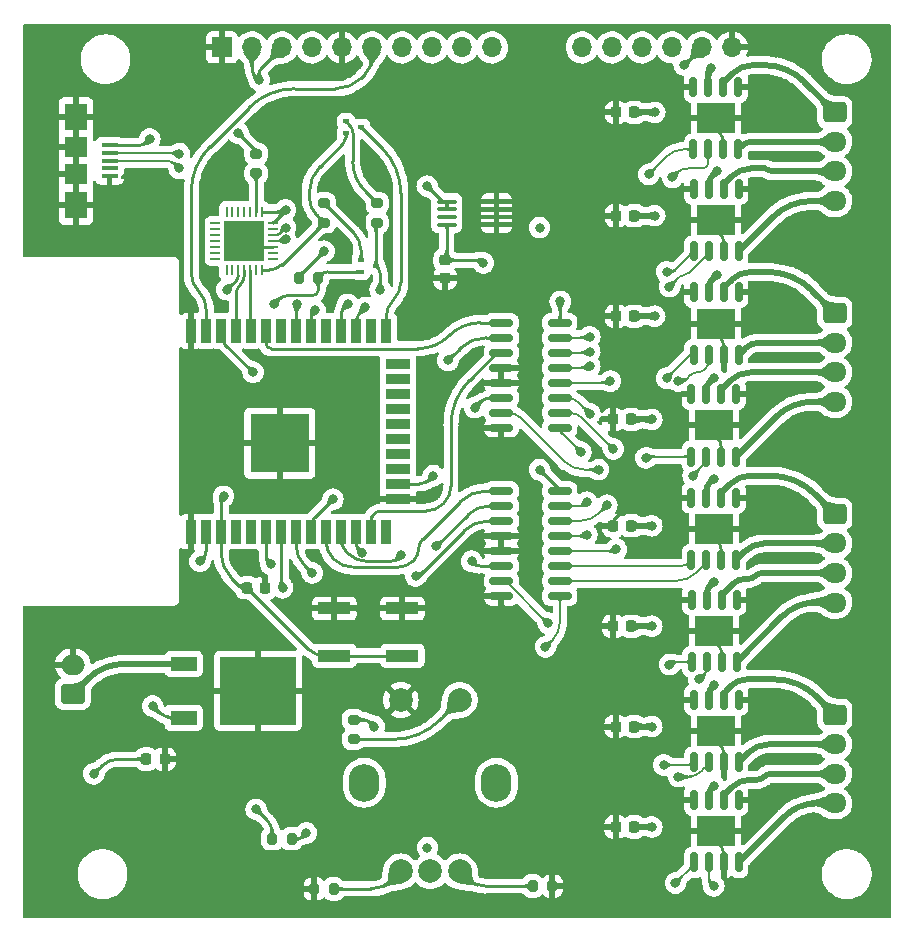
<source format=gbr>
%TF.GenerationSoftware,KiCad,Pcbnew,6.0.5-a6ca702e91~116~ubuntu20.04.1*%
%TF.CreationDate,2022-07-22T15:22:31-05:00*%
%TF.ProjectId,FormulaMixer_PCB-rounded,466f726d-756c-4614-9d69-7865725f5043,rev?*%
%TF.SameCoordinates,Original*%
%TF.FileFunction,Copper,L1,Top*%
%TF.FilePolarity,Positive*%
%FSLAX46Y46*%
G04 Gerber Fmt 4.6, Leading zero omitted, Abs format (unit mm)*
G04 Created by KiCad (PCBNEW 6.0.5-a6ca702e91~116~ubuntu20.04.1) date 2022-07-22 15:22:31*
%MOMM*%
%LPD*%
G01*
G04 APERTURE LIST*
G04 Aperture macros list*
%AMRoundRect*
0 Rectangle with rounded corners*
0 $1 Rounding radius*
0 $2 $3 $4 $5 $6 $7 $8 $9 X,Y pos of 4 corners*
0 Add a 4 corners polygon primitive as box body*
4,1,4,$2,$3,$4,$5,$6,$7,$8,$9,$2,$3,0*
0 Add four circle primitives for the rounded corners*
1,1,$1+$1,$2,$3*
1,1,$1+$1,$4,$5*
1,1,$1+$1,$6,$7*
1,1,$1+$1,$8,$9*
0 Add four rect primitives between the rounded corners*
20,1,$1+$1,$2,$3,$4,$5,0*
20,1,$1+$1,$4,$5,$6,$7,0*
20,1,$1+$1,$6,$7,$8,$9,0*
20,1,$1+$1,$8,$9,$2,$3,0*%
G04 Aperture macros list end*
%TA.AperFunction,SMDPad,CuDef*%
%ADD10R,0.900000X2.000000*%
%TD*%
%TA.AperFunction,SMDPad,CuDef*%
%ADD11R,2.000000X0.900000*%
%TD*%
%TA.AperFunction,SMDPad,CuDef*%
%ADD12R,5.000000X5.000000*%
%TD*%
%TA.AperFunction,SMDPad,CuDef*%
%ADD13RoundRect,0.150000X-0.150000X0.662500X-0.150000X-0.662500X0.150000X-0.662500X0.150000X0.662500X0*%
%TD*%
%TA.AperFunction,SMDPad,CuDef*%
%ADD14R,3.200000X2.514000*%
%TD*%
%TA.AperFunction,SMDPad,CuDef*%
%ADD15RoundRect,0.062500X0.337500X0.062500X-0.337500X0.062500X-0.337500X-0.062500X0.337500X-0.062500X0*%
%TD*%
%TA.AperFunction,SMDPad,CuDef*%
%ADD16RoundRect,0.062500X0.062500X0.337500X-0.062500X0.337500X-0.062500X-0.337500X0.062500X-0.337500X0*%
%TD*%
%TA.AperFunction,SMDPad,CuDef*%
%ADD17R,3.350000X3.350000*%
%TD*%
%TA.AperFunction,SMDPad,CuDef*%
%ADD18RoundRect,0.225000X-0.225000X-0.250000X0.225000X-0.250000X0.225000X0.250000X-0.225000X0.250000X0*%
%TD*%
%TA.AperFunction,ComponentPad*%
%ADD19RoundRect,0.250000X-0.725000X0.600000X-0.725000X-0.600000X0.725000X-0.600000X0.725000X0.600000X0*%
%TD*%
%TA.AperFunction,ComponentPad*%
%ADD20O,1.950000X1.700000*%
%TD*%
%TA.AperFunction,SMDPad,CuDef*%
%ADD21RoundRect,0.200000X0.275000X-0.200000X0.275000X0.200000X-0.275000X0.200000X-0.275000X-0.200000X0*%
%TD*%
%TA.AperFunction,ComponentPad*%
%ADD22RoundRect,0.250000X0.750000X-0.600000X0.750000X0.600000X-0.750000X0.600000X-0.750000X-0.600000X0*%
%TD*%
%TA.AperFunction,ComponentPad*%
%ADD23O,2.000000X1.700000*%
%TD*%
%TA.AperFunction,ComponentPad*%
%ADD24R,1.700000X1.700000*%
%TD*%
%TA.AperFunction,ComponentPad*%
%ADD25O,1.700000X1.700000*%
%TD*%
%TA.AperFunction,SMDPad,CuDef*%
%ADD26RoundRect,0.100000X-0.712500X-0.100000X0.712500X-0.100000X0.712500X0.100000X-0.712500X0.100000X0*%
%TD*%
%TA.AperFunction,SMDPad,CuDef*%
%ADD27RoundRect,0.200000X0.200000X0.275000X-0.200000X0.275000X-0.200000X-0.275000X0.200000X-0.275000X0*%
%TD*%
%TA.AperFunction,SMDPad,CuDef*%
%ADD28RoundRect,0.225000X-0.250000X0.225000X-0.250000X-0.225000X0.250000X-0.225000X0.250000X0.225000X0*%
%TD*%
%TA.AperFunction,SMDPad,CuDef*%
%ADD29R,2.200000X1.200000*%
%TD*%
%TA.AperFunction,SMDPad,CuDef*%
%ADD30R,6.400000X5.800000*%
%TD*%
%TA.AperFunction,SMDPad,CuDef*%
%ADD31RoundRect,0.200000X-0.275000X0.200000X-0.275000X-0.200000X0.275000X-0.200000X0.275000X0.200000X0*%
%TD*%
%TA.AperFunction,SMDPad,CuDef*%
%ADD32RoundRect,0.150000X-0.825000X-0.150000X0.825000X-0.150000X0.825000X0.150000X-0.825000X0.150000X0*%
%TD*%
%TA.AperFunction,SMDPad,CuDef*%
%ADD33R,2.750000X1.000000*%
%TD*%
%TA.AperFunction,SMDPad,CuDef*%
%ADD34R,0.510000X0.400000*%
%TD*%
%TA.AperFunction,SMDPad,CuDef*%
%ADD35RoundRect,0.200000X-0.200000X-0.275000X0.200000X-0.275000X0.200000X0.275000X-0.200000X0.275000X0*%
%TD*%
%TA.AperFunction,SMDPad,CuDef*%
%ADD36R,1.400000X0.400000*%
%TD*%
%TA.AperFunction,SMDPad,CuDef*%
%ADD37R,1.900000X1.800000*%
%TD*%
%TA.AperFunction,SMDPad,CuDef*%
%ADD38R,1.900000X2.300000*%
%TD*%
%TA.AperFunction,WasherPad*%
%ADD39RoundRect,1.300000X0.000000X0.300000X0.000000X0.300000X0.000000X-0.300000X0.000000X-0.300000X0*%
%TD*%
%TA.AperFunction,ComponentPad*%
%ADD40C,2.000000*%
%TD*%
%TA.AperFunction,ViaPad*%
%ADD41C,0.800000*%
%TD*%
%TA.AperFunction,Conductor*%
%ADD42C,0.250000*%
%TD*%
%TA.AperFunction,Conductor*%
%ADD43C,0.500000*%
%TD*%
%TA.AperFunction,Conductor*%
%ADD44C,0.200000*%
%TD*%
G04 APERTURE END LIST*
D10*
%TO.P,ESP32-WROOM-32D1,1,GND*%
%TO.N,GND*%
X66000000Y-86000000D03*
%TO.P,ESP32-WROOM-32D1,2,VDD*%
%TO.N,+3V3*%
X67270000Y-86000000D03*
%TO.P,ESP32-WROOM-32D1,3,EN*%
%TO.N,/RESET*%
X68540000Y-86000000D03*
%TO.P,ESP32-WROOM-32D1,4,SENSOR_VP*%
%TO.N,unconnected-(ESP32-WROOM-32D1-Pad4)*%
X69810000Y-86000000D03*
%TO.P,ESP32-WROOM-32D1,5,SENSOR_VN*%
%TO.N,unconnected-(ESP32-WROOM-32D1-Pad5)*%
X71080000Y-86000000D03*
%TO.P,ESP32-WROOM-32D1,6,IO34*%
%TO.N,/ENC_A*%
X72350000Y-86000000D03*
%TO.P,ESP32-WROOM-32D1,7,IO35*%
%TO.N,/ENC_B*%
X73620000Y-86000000D03*
%TO.P,ESP32-WROOM-32D1,8,IO32*%
%TO.N,/ENC_BTN*%
X74890000Y-86000000D03*
%TO.P,ESP32-WROOM-32D1,9,IO33*%
%TO.N,/BTN*%
X76160000Y-86000000D03*
%TO.P,ESP32-WROOM-32D1,10,IO25*%
%TO.N,/S0_P1*%
X77430000Y-86000000D03*
%TO.P,ESP32-WROOM-32D1,11,IO26*%
%TO.N,/S1_P1*%
X78700000Y-86000000D03*
%TO.P,ESP32-WROOM-32D1,12,IO27*%
%TO.N,/S2_P1*%
X79970000Y-86000000D03*
%TO.P,ESP32-WROOM-32D1,13,IO14*%
%TO.N,/S2_P2*%
X81240000Y-86000000D03*
%TO.P,ESP32-WROOM-32D1,14,IO12*%
%TO.N,unconnected-(ESP32-WROOM-32D1-Pad14)*%
X82510000Y-86000000D03*
D11*
%TO.P,ESP32-WROOM-32D1,15,GND*%
%TO.N,GND*%
X83510000Y-83215000D03*
%TO.P,ESP32-WROOM-32D1,16,IO13*%
%TO.N,/DB7*%
X83510000Y-81945000D03*
%TO.P,ESP32-WROOM-32D1,17,SHD/SD2*%
%TO.N,unconnected-(ESP32-WROOM-32D1-Pad17)*%
X83510000Y-80675000D03*
%TO.P,ESP32-WROOM-32D1,18,SWP/SD3*%
%TO.N,unconnected-(ESP32-WROOM-32D1-Pad18)*%
X83510000Y-79405000D03*
%TO.P,ESP32-WROOM-32D1,19,SCS/CMD*%
%TO.N,unconnected-(ESP32-WROOM-32D1-Pad19)*%
X83510000Y-78135000D03*
%TO.P,ESP32-WROOM-32D1,20,SCK/CLK*%
%TO.N,unconnected-(ESP32-WROOM-32D1-Pad20)*%
X83510000Y-76865000D03*
%TO.P,ESP32-WROOM-32D1,21,SDO/SD0*%
%TO.N,unconnected-(ESP32-WROOM-32D1-Pad21)*%
X83510000Y-75595000D03*
%TO.P,ESP32-WROOM-32D1,22,SDI/SD1*%
%TO.N,unconnected-(ESP32-WROOM-32D1-Pad22)*%
X83510000Y-74325000D03*
%TO.P,ESP32-WROOM-32D1,23,IO15*%
%TO.N,unconnected-(ESP32-WROOM-32D1-Pad23)*%
X83510000Y-73055000D03*
%TO.P,ESP32-WROOM-32D1,24,IO2*%
%TO.N,unconnected-(ESP32-WROOM-32D1-Pad24)*%
X83510000Y-71785000D03*
D10*
%TO.P,ESP32-WROOM-32D1,25,IO0*%
%TO.N,/GPIO0*%
X82510000Y-69000000D03*
%TO.P,ESP32-WROOM-32D1,26,IO4*%
%TO.N,unconnected-(ESP32-WROOM-32D1-Pad26)*%
X81240000Y-69000000D03*
%TO.P,ESP32-WROOM-32D1,27,IO16*%
%TO.N,/DB6*%
X79970000Y-69000000D03*
%TO.P,ESP32-WROOM-32D1,28,IO17*%
%TO.N,/DB5*%
X78700000Y-69000000D03*
%TO.P,ESP32-WROOM-32D1,29,IO5*%
%TO.N,unconnected-(ESP32-WROOM-32D1-Pad29)*%
X77430000Y-69000000D03*
%TO.P,ESP32-WROOM-32D1,30,IO18*%
%TO.N,/DB4*%
X76160000Y-69000000D03*
%TO.P,ESP32-WROOM-32D1,31,IO19*%
%TO.N,/RS*%
X74890000Y-69000000D03*
%TO.P,ESP32-WROOM-32D1,32,NC*%
%TO.N,unconnected-(ESP32-WROOM-32D1-Pad32)*%
X73620000Y-69000000D03*
%TO.P,ESP32-WROOM-32D1,33,IO21*%
%TO.N,/S0_P2*%
X72350000Y-69000000D03*
%TO.P,ESP32-WROOM-32D1,34,RXD0/IO3*%
%TO.N,/RX_ESP*%
X71080000Y-69000000D03*
%TO.P,ESP32-WROOM-32D1,35,TXD0/IO1*%
%TO.N,/TX_ESP*%
X69810000Y-69000000D03*
%TO.P,ESP32-WROOM-32D1,36,IO22*%
%TO.N,/S1_P2*%
X68540000Y-69000000D03*
%TO.P,ESP32-WROOM-32D1,37,IO23*%
%TO.N,/E*%
X67270000Y-69000000D03*
%TO.P,ESP32-WROOM-32D1,38,GND*%
%TO.N,GND*%
X66000000Y-69000000D03*
D12*
%TO.P,ESP32-WROOM-32D1,39,GND*%
X73500000Y-78500000D03*
%TD*%
D13*
%TO.P,U4,1,GND*%
%TO.N,GND*%
X112355000Y-65742500D03*
%TO.P,U4,2,OUT1*%
%TO.N,/M2_1P*%
X111085000Y-65742500D03*
%TO.P,U4,3,Vcc*%
%TO.N,+12V*%
X109815000Y-65742500D03*
%TO.P,U4,4,GND*%
%TO.N,GND*%
X108545000Y-65742500D03*
%TO.P,U4,5,IN1*%
%TO.N,/P1M2_P*%
X108545000Y-71017500D03*
%TO.P,U4,6,IN2*%
%TO.N,/P1M2_N*%
X109815000Y-71017500D03*
%TO.P,U4,7,Test*%
%TO.N,GND*%
X111085000Y-71017500D03*
%TO.P,U4,8,OUT2*%
%TO.N,/M2_1N*%
X112355000Y-71017500D03*
D14*
%TO.P,U4,9*%
%TO.N,GND*%
X110450000Y-68380000D03*
%TD*%
D15*
%TO.P,CP1,1,~{DCD}*%
%TO.N,unconnected-(CP1-Pad1)*%
X72950000Y-62880000D03*
%TO.P,CP1,2,~{RI}/CLK*%
%TO.N,unconnected-(CP1-Pad2)*%
X72950000Y-62380000D03*
%TO.P,CP1,3,GND*%
%TO.N,GND*%
X72950000Y-61880000D03*
%TO.P,CP1,4,D+*%
%TO.N,/D+*%
X72950000Y-61380000D03*
%TO.P,CP1,5,D-*%
%TO.N,/D-*%
X72950000Y-60880000D03*
%TO.P,CP1,6,VDD*%
%TO.N,unconnected-(CP1-Pad6)*%
X72950000Y-60380000D03*
%TO.P,CP1,7,VREGIN*%
%TO.N,+5V*%
X72950000Y-59880000D03*
D16*
%TO.P,CP1,8,VBUS*%
X72000000Y-58930000D03*
%TO.P,CP1,9,~{RST}*%
%TO.N,Net-(CP1-Pad9)*%
X71500000Y-58930000D03*
%TO.P,CP1,10,NC*%
%TO.N,unconnected-(CP1-Pad10)*%
X71000000Y-58930000D03*
%TO.P,CP1,11,~{SUSPEND}*%
%TO.N,unconnected-(CP1-Pad11)*%
X70500000Y-58930000D03*
%TO.P,CP1,12,SUSPEND*%
%TO.N,unconnected-(CP1-Pad12)*%
X70000000Y-58930000D03*
%TO.P,CP1,13,CHREN*%
%TO.N,unconnected-(CP1-Pad13)*%
X69500000Y-58930000D03*
%TO.P,CP1,14,CHR1*%
%TO.N,unconnected-(CP1-Pad14)*%
X69000000Y-58930000D03*
D15*
%TO.P,CP1,15,CHR0*%
%TO.N,unconnected-(CP1-Pad15)*%
X68050000Y-59880000D03*
%TO.P,CP1,16,~{WAKEUP}/GPIO.3*%
%TO.N,unconnected-(CP1-Pad16)*%
X68050000Y-60380000D03*
%TO.P,CP1,17,RS485/GPIO.2*%
%TO.N,unconnected-(CP1-Pad17)*%
X68050000Y-60880000D03*
%TO.P,CP1,18,~{RXT}/GPIO.1*%
%TO.N,unconnected-(CP1-Pad18)*%
X68050000Y-61380000D03*
%TO.P,CP1,19,~{TXT}/GPIO.0*%
%TO.N,unconnected-(CP1-Pad19)*%
X68050000Y-61880000D03*
%TO.P,CP1,20,GPIO.6*%
%TO.N,unconnected-(CP1-Pad20)*%
X68050000Y-62380000D03*
%TO.P,CP1,21,GPIO.5*%
%TO.N,unconnected-(CP1-Pad21)*%
X68050000Y-62880000D03*
D16*
%TO.P,CP1,22,GPIO.4*%
%TO.N,unconnected-(CP1-Pad22)*%
X69000000Y-63830000D03*
%TO.P,CP1,23,~{CTS}*%
%TO.N,unconnected-(CP1-Pad23)*%
X69500000Y-63830000D03*
%TO.P,CP1,24,~{RTS}*%
%TO.N,/RTS*%
X70000000Y-63830000D03*
%TO.P,CP1,25,RXD*%
%TO.N,/TX_ESP*%
X70500000Y-63830000D03*
%TO.P,CP1,26,TXD*%
%TO.N,/RX_ESP*%
X71000000Y-63830000D03*
%TO.P,CP1,27,~{DSR}*%
%TO.N,unconnected-(CP1-Pad27)*%
X71500000Y-63830000D03*
%TO.P,CP1,28,~{DTR}*%
%TO.N,/DTR*%
X72000000Y-63830000D03*
D17*
%TO.P,CP1,29,GND*%
%TO.N,GND*%
X70500000Y-61380000D03*
%TD*%
D13*
%TO.P,U6,1,GND*%
%TO.N,GND*%
X112355000Y-100232500D03*
%TO.P,U6,2,OUT1*%
%TO.N,/M4_1P*%
X111085000Y-100232500D03*
%TO.P,U6,3,Vcc*%
%TO.N,+12V*%
X109815000Y-100232500D03*
%TO.P,U6,4,GND*%
%TO.N,GND*%
X108545000Y-100232500D03*
%TO.P,U6,5,IN1*%
%TO.N,/P1M4_P*%
X108545000Y-105507500D03*
%TO.P,U6,6,IN2*%
%TO.N,/P1M4_N*%
X109815000Y-105507500D03*
%TO.P,U6,7,Test*%
%TO.N,GND*%
X111085000Y-105507500D03*
%TO.P,U6,8,OUT2*%
%TO.N,/M4_1N*%
X112355000Y-105507500D03*
D14*
%TO.P,U6,9*%
%TO.N,GND*%
X110450000Y-102870000D03*
%TD*%
D13*
%TO.P,U10,1,GND*%
%TO.N,GND*%
X112205000Y-91742500D03*
%TO.P,U10,2,OUT1*%
%TO.N,/M3_2P*%
X110935000Y-91742500D03*
%TO.P,U10,3,Vcc*%
%TO.N,+12V*%
X109665000Y-91742500D03*
%TO.P,U10,4,GND*%
%TO.N,GND*%
X108395000Y-91742500D03*
%TO.P,U10,5,IN1*%
%TO.N,/P2M3_P*%
X108395000Y-97017500D03*
%TO.P,U10,6,IN2*%
%TO.N,/P2M3_N*%
X109665000Y-97017500D03*
%TO.P,U10,7,Test*%
%TO.N,GND*%
X110935000Y-97017500D03*
%TO.P,U10,8,OUT2*%
%TO.N,/M3_2N*%
X112205000Y-97017500D03*
D14*
%TO.P,U10,9*%
%TO.N,GND*%
X110300000Y-94380000D03*
%TD*%
D18*
%TO.P,C7,1*%
%TO.N,GND*%
X101950000Y-102500000D03*
%TO.P,C7,2*%
%TO.N,+12V*%
X103500000Y-102500000D03*
%TD*%
%TO.P,C8,1*%
%TO.N,GND*%
X101950000Y-111000000D03*
%TO.P,C8,2*%
%TO.N,+12V*%
X103500000Y-111000000D03*
%TD*%
%TO.P,C5,1*%
%TO.N,GND*%
X101725000Y-85500000D03*
%TO.P,C5,2*%
%TO.N,+12V*%
X103275000Y-85500000D03*
%TD*%
D19*
%TO.P,J4,1,Pin_1*%
%TO.N,/M4_1P*%
X120500000Y-101500000D03*
D20*
%TO.P,J4,2,Pin_2*%
%TO.N,/M4_1N*%
X120500000Y-104000000D03*
%TO.P,J4,3,Pin_3*%
%TO.N,/M4_2P*%
X120500000Y-106500000D03*
%TO.P,J4,4,Pin_4*%
%TO.N,/M4_2N*%
X120500000Y-109000000D03*
%TD*%
D21*
%TO.P,R4,1*%
%TO.N,Net-(CP1-Pad9)*%
X71500000Y-55650000D03*
%TO.P,R4,2*%
%TO.N,+5V*%
X71500000Y-54000000D03*
%TD*%
D22*
%TO.P,J5,1,Pin_1*%
%TO.N,+12V*%
X55975000Y-99750000D03*
D23*
%TO.P,J5,2,Pin_2*%
%TO.N,GND*%
X55975000Y-97250000D03*
%TD*%
D24*
%TO.P,U7,1,VSS*%
%TO.N,GND*%
X68610000Y-45000000D03*
D25*
%TO.P,U7,2,VDD*%
%TO.N,+5V*%
X71150000Y-45000000D03*
%TO.P,U7,3,VO*%
X73690000Y-45000000D03*
%TO.P,U7,4,RS*%
%TO.N,/RS*%
X76230000Y-45000000D03*
%TO.P,U7,5,R/~{W}*%
%TO.N,GND*%
X78770000Y-45000000D03*
%TO.P,U7,6,E*%
%TO.N,/E*%
X81310000Y-45000000D03*
%TO.P,U7,7,DB0*%
%TO.N,unconnected-(U7-Pad7)*%
X83850000Y-45000000D03*
%TO.P,U7,8,DB1*%
%TO.N,unconnected-(U7-Pad8)*%
X86390000Y-45000000D03*
%TO.P,U7,9,DB2*%
%TO.N,unconnected-(U7-Pad9)*%
X88930000Y-45000000D03*
%TO.P,U7,10,DB3*%
%TO.N,unconnected-(U7-Pad10)*%
X91470000Y-45000000D03*
%TO.P,U7,11,DB4*%
%TO.N,/DB4*%
X99090000Y-45000000D03*
%TO.P,U7,12,DB5*%
%TO.N,/DB5*%
X101630000Y-45000000D03*
%TO.P,U7,13,DB6*%
%TO.N,/DB6*%
X104170000Y-45000000D03*
%TO.P,U7,14,DB7*%
%TO.N,/DB7*%
X106710000Y-45000000D03*
%TO.P,U7,15,A/VEE*%
%TO.N,+5V*%
X109250000Y-45000000D03*
%TO.P,U7,16,K*%
%TO.N,GND*%
X111790000Y-45000000D03*
%TD*%
D21*
%TO.P,R6,1*%
%TO.N,/DTR*%
X77250000Y-59825000D03*
%TO.P,R6,2*%
%TO.N,Net-(Q2-Pad1)*%
X77250000Y-58175000D03*
%TD*%
D19*
%TO.P,J2,1,Pin_1*%
%TO.N,/M2_1P*%
X120500000Y-67500000D03*
D20*
%TO.P,J2,2,Pin_2*%
%TO.N,/M2_1N*%
X120500000Y-70000000D03*
%TO.P,J2,3,Pin_3*%
%TO.N,/M2_2P*%
X120500000Y-72500000D03*
%TO.P,J2,4,Pin_4*%
%TO.N,/M2_2N*%
X120500000Y-75000000D03*
%TD*%
D18*
%TO.P,C9,1*%
%TO.N,/RESET*%
X70725000Y-90750000D03*
%TO.P,C9,2*%
%TO.N,GND*%
X72275000Y-90750000D03*
%TD*%
%TO.P,C2,1*%
%TO.N,GND*%
X101975000Y-59250000D03*
%TO.P,C2,2*%
%TO.N,+12V*%
X103525000Y-59250000D03*
%TD*%
%TO.P,C4,1*%
%TO.N,GND*%
X101725000Y-76500000D03*
%TO.P,C4,2*%
%TO.N,+12V*%
X103275000Y-76500000D03*
%TD*%
D26*
%TO.P,MIC1,EN,EN*%
%TO.N,+5V*%
X87632500Y-58053000D03*
%TO.P,MIC1,FLG,FLG*%
%TO.N,unconnected-(MIC1-PadFLG)*%
X87632500Y-59353000D03*
%TO.P,MIC1,GND,GND*%
%TO.N,GND*%
X91857500Y-59353000D03*
X91857500Y-58053000D03*
X91857500Y-60003000D03*
X91857500Y-58703000D03*
%TO.P,MIC1,IN,IN*%
%TO.N,+5V*%
X87632500Y-58703000D03*
%TO.P,MIC1,OUT,OUT*%
%TO.N,+3V3*%
X87632500Y-60003000D03*
%TD*%
D27*
%TO.P,R7,1*%
%TO.N,GND*%
X96575000Y-116000000D03*
%TO.P,R7,2*%
%TO.N,/ENC_A*%
X94925000Y-116000000D03*
%TD*%
D28*
%TO.P,C10,1*%
%TO.N,+3V3*%
X87500000Y-63000000D03*
%TO.P,C10,2*%
%TO.N,GND*%
X87500000Y-64550000D03*
%TD*%
D27*
%TO.P,R8,1*%
%TO.N,/ENC_B*%
X78075000Y-116250000D03*
%TO.P,R8,2*%
%TO.N,GND*%
X76425000Y-116250000D03*
%TD*%
D19*
%TO.P,J3,1,Pin_1*%
%TO.N,/M3_1P*%
X120500000Y-84500000D03*
D20*
%TO.P,J3,2,Pin_2*%
%TO.N,/M3_1N*%
X120500000Y-87000000D03*
%TO.P,J3,3,Pin_3*%
%TO.N,/M3_2P*%
X120500000Y-89500000D03*
%TO.P,J3,4,Pin_4*%
%TO.N,/M3_2N*%
X120500000Y-92000000D03*
%TD*%
D29*
%TO.P,U12,1,VI*%
%TO.N,+12V*%
X65375000Y-97195000D03*
D30*
%TO.P,U12,2,GND*%
%TO.N,GND*%
X71675000Y-99475000D03*
D29*
%TO.P,U12,3,VO*%
%TO.N,+5V*%
X65375000Y-101755000D03*
%TD*%
D13*
%TO.P,U3,1,GND*%
%TO.N,GND*%
X112340000Y-48362500D03*
%TO.P,U3,2,OUT1*%
%TO.N,/M1_1P*%
X111070000Y-48362500D03*
%TO.P,U3,3,Vcc*%
%TO.N,+12V*%
X109800000Y-48362500D03*
%TO.P,U3,4,GND*%
%TO.N,GND*%
X108530000Y-48362500D03*
%TO.P,U3,5,IN1*%
%TO.N,/P1M1_P*%
X108530000Y-53637500D03*
%TO.P,U3,6,IN2*%
%TO.N,/P1M1_N*%
X109800000Y-53637500D03*
%TO.P,U3,7,Test*%
%TO.N,GND*%
X111070000Y-53637500D03*
%TO.P,U3,8,OUT2*%
%TO.N,/M1_1N*%
X112340000Y-53637500D03*
D14*
%TO.P,U3,9*%
%TO.N,GND*%
X110435000Y-51000000D03*
%TD*%
D13*
%TO.P,U11,1,GND*%
%TO.N,GND*%
X112355000Y-108732500D03*
%TO.P,U11,2,OUT1*%
%TO.N,/M4_2P*%
X111085000Y-108732500D03*
%TO.P,U11,3,Vcc*%
%TO.N,+12V*%
X109815000Y-108732500D03*
%TO.P,U11,4,GND*%
%TO.N,GND*%
X108545000Y-108732500D03*
%TO.P,U11,5,IN1*%
%TO.N,/P2M4_P*%
X108545000Y-114007500D03*
%TO.P,U11,6,IN2*%
%TO.N,/P2M4_N*%
X109815000Y-114007500D03*
%TO.P,U11,7,Test*%
%TO.N,GND*%
X111085000Y-114007500D03*
%TO.P,U11,8,OUT2*%
%TO.N,/M4_2N*%
X112355000Y-114007500D03*
D14*
%TO.P,U11,9*%
%TO.N,GND*%
X110450000Y-111370000D03*
%TD*%
D18*
%TO.P,C11,1*%
%TO.N,+5V*%
X62200000Y-105250000D03*
%TO.P,C11,2*%
%TO.N,GND*%
X63750000Y-105250000D03*
%TD*%
D21*
%TO.P,R5,1*%
%TO.N,/RTS*%
X81750000Y-59825000D03*
%TO.P,R5,2*%
%TO.N,Net-(Q1-Pad1)*%
X81750000Y-58175000D03*
%TD*%
D31*
%TO.P,R1,1*%
%TO.N,+3V3*%
X79750000Y-101925000D03*
%TO.P,R1,2*%
%TO.N,/ENC_BTN*%
X79750000Y-103575000D03*
%TD*%
D13*
%TO.P,U5,1,GND*%
%TO.N,GND*%
X112155000Y-83112500D03*
%TO.P,U5,2,OUT1*%
%TO.N,/M3_1P*%
X110885000Y-83112500D03*
%TO.P,U5,3,Vcc*%
%TO.N,+12V*%
X109615000Y-83112500D03*
%TO.P,U5,4,GND*%
%TO.N,GND*%
X108345000Y-83112500D03*
%TO.P,U5,5,IN1*%
%TO.N,/P1M3_P*%
X108345000Y-88387500D03*
%TO.P,U5,6,IN2*%
%TO.N,/P1M3_N*%
X109615000Y-88387500D03*
%TO.P,U5,7,Test*%
%TO.N,GND*%
X110885000Y-88387500D03*
%TO.P,U5,8,OUT2*%
%TO.N,/M3_1N*%
X112155000Y-88387500D03*
D14*
%TO.P,U5,9*%
%TO.N,GND*%
X110250000Y-85750000D03*
%TD*%
D32*
%TO.P,U1,1,A0*%
%TO.N,/S0_P1*%
X92275000Y-82555000D03*
%TO.P,U1,2,A1*%
%TO.N,/S1_P1*%
X92275000Y-83825000D03*
%TO.P,U1,3,A2*%
%TO.N,/S2_P1*%
X92275000Y-85095000D03*
%TO.P,U1,4,~{LE}*%
%TO.N,GND*%
X92275000Y-86365000D03*
%TO.P,U1,5,~{E1}*%
X92275000Y-87635000D03*
%TO.P,U1,6,E2*%
%TO.N,+3V3*%
X92275000Y-88905000D03*
%TO.P,U1,7,Y7*%
%TO.N,/P1M4_N*%
X92275000Y-90175000D03*
%TO.P,U1,8,GND*%
%TO.N,GND*%
X92275000Y-91445000D03*
%TO.P,U1,9,Y6*%
%TO.N,/P1M4_P*%
X97225000Y-91445000D03*
%TO.P,U1,10,Y5*%
%TO.N,/P1M3_N*%
X97225000Y-90175000D03*
%TO.P,U1,11,Y4*%
%TO.N,/P1M3_P*%
X97225000Y-88905000D03*
%TO.P,U1,12,Y3*%
%TO.N,/P1M2_N*%
X97225000Y-87635000D03*
%TO.P,U1,13,Y2*%
%TO.N,/P1M2_P*%
X97225000Y-86365000D03*
%TO.P,U1,14,Y1*%
%TO.N,/P1M1_N*%
X97225000Y-85095000D03*
%TO.P,U1,15,Y0*%
%TO.N,/P1M1_P*%
X97225000Y-83825000D03*
%TO.P,U1,16,VCC*%
%TO.N,+3V3*%
X97225000Y-82555000D03*
%TD*%
D18*
%TO.P,C3,1*%
%TO.N,GND*%
X101975000Y-67750000D03*
%TO.P,C3,2*%
%TO.N,+12V*%
X103525000Y-67750000D03*
%TD*%
D13*
%TO.P,U9,1,GND*%
%TO.N,GND*%
X112155000Y-74362500D03*
%TO.P,U9,2,OUT1*%
%TO.N,/M2_2P*%
X110885000Y-74362500D03*
%TO.P,U9,3,Vcc*%
%TO.N,+12V*%
X109615000Y-74362500D03*
%TO.P,U9,4,GND*%
%TO.N,GND*%
X108345000Y-74362500D03*
%TO.P,U9,5,IN1*%
%TO.N,/P2M2_P*%
X108345000Y-79637500D03*
%TO.P,U9,6,IN2*%
%TO.N,/P2M2_N*%
X109615000Y-79637500D03*
%TO.P,U9,7,Test*%
%TO.N,GND*%
X110885000Y-79637500D03*
%TO.P,U9,8,OUT2*%
%TO.N,/M2_2N*%
X112155000Y-79637500D03*
D14*
%TO.P,U9,9*%
%TO.N,GND*%
X110250000Y-77000000D03*
%TD*%
D18*
%TO.P,C1,1*%
%TO.N,GND*%
X101975000Y-50500000D03*
%TO.P,C1,2*%
%TO.N,+12V*%
X103525000Y-50500000D03*
%TD*%
%TO.P,C6,1*%
%TO.N,GND*%
X101725000Y-94000000D03*
%TO.P,C6,2*%
%TO.N,+12V*%
X103275000Y-94000000D03*
%TD*%
D33*
%TO.P,SW3,1,1*%
%TO.N,GND*%
X78120000Y-92500000D03*
X83880000Y-92500000D03*
%TO.P,SW3,2,2*%
%TO.N,/RESET*%
X78120000Y-96500000D03*
X83880000Y-96500000D03*
%TD*%
D32*
%TO.P,U2,1,A0*%
%TO.N,/S0_P2*%
X92275000Y-68305000D03*
%TO.P,U2,2,A1*%
%TO.N,/S1_P2*%
X92275000Y-69575000D03*
%TO.P,U2,3,A2*%
%TO.N,/S2_P2*%
X92275000Y-70845000D03*
%TO.P,U2,4,~{LE}*%
%TO.N,GND*%
X92275000Y-72115000D03*
%TO.P,U2,5,~{E1}*%
X92275000Y-73385000D03*
%TO.P,U2,6,E2*%
%TO.N,+3V3*%
X92275000Y-74655000D03*
%TO.P,U2,7,Y7*%
%TO.N,/P2M4_N*%
X92275000Y-75925000D03*
%TO.P,U2,8,GND*%
%TO.N,GND*%
X92275000Y-77195000D03*
%TO.P,U2,9,Y6*%
%TO.N,/P2M4_P*%
X97225000Y-77195000D03*
%TO.P,U2,10,Y5*%
%TO.N,/P2M3_N*%
X97225000Y-75925000D03*
%TO.P,U2,11,Y4*%
%TO.N,/P2M3_P*%
X97225000Y-74655000D03*
%TO.P,U2,12,Y3*%
%TO.N,/P2M2_N*%
X97225000Y-73385000D03*
%TO.P,U2,13,Y2*%
%TO.N,/P2M2_P*%
X97225000Y-72115000D03*
%TO.P,U2,14,Y1*%
%TO.N,/P2M1_N*%
X97225000Y-70845000D03*
%TO.P,U2,15,Y0*%
%TO.N,/P2M1_P*%
X97225000Y-69575000D03*
%TO.P,U2,16,VCC*%
%TO.N,+3V3*%
X97225000Y-68305000D03*
%TD*%
D27*
%TO.P,R2,1*%
%TO.N,+3V3*%
X74500000Y-112000000D03*
%TO.P,R2,2*%
%TO.N,/BTN*%
X72850000Y-112000000D03*
%TD*%
D19*
%TO.P,J1,1,Pin_1*%
%TO.N,/M1_1P*%
X120500000Y-50500000D03*
D20*
%TO.P,J1,2,Pin_2*%
%TO.N,/M1_1N*%
X120500000Y-53000000D03*
%TO.P,J1,3,Pin_3*%
%TO.N,/M1_2P*%
X120500000Y-55500000D03*
%TO.P,J1,4,Pin_4*%
%TO.N,/M1_2N*%
X120500000Y-58000000D03*
%TD*%
D34*
%TO.P,Q2,1,B*%
%TO.N,Net-(Q2-Pad1)*%
X80355000Y-63000000D03*
%TO.P,Q2,2,E*%
%TO.N,/RESET*%
X80355000Y-64000000D03*
%TO.P,Q2,3,C*%
%TO.N,/RTS*%
X81645000Y-63500000D03*
%TD*%
D35*
%TO.P,R3,1*%
%TO.N,+3V3*%
X75100000Y-64500000D03*
%TO.P,R3,2*%
%TO.N,/RESET*%
X76750000Y-64500000D03*
%TD*%
D36*
%TO.P,USB_MICRO1,1,VBUS*%
%TO.N,+5V*%
X59100000Y-53300000D03*
%TO.P,USB_MICRO1,2,D-*%
%TO.N,/D-*%
X59100000Y-53950000D03*
%TO.P,USB_MICRO1,3,D+*%
%TO.N,/D+*%
X59100000Y-54600000D03*
%TO.P,USB_MICRO1,4,ID*%
%TO.N,unconnected-(USB_MICRO1-Pad4)*%
X59100000Y-55250000D03*
%TO.P,USB_MICRO1,5,GND*%
%TO.N,GND*%
X59100000Y-55900000D03*
D37*
%TO.P,USB_MICRO1,6,Shield*%
X56250000Y-53450000D03*
D38*
X56250000Y-50850000D03*
X56250000Y-58350000D03*
D37*
X56250000Y-55750000D03*
%TD*%
D13*
%TO.P,U8,1,GND*%
%TO.N,GND*%
X112355000Y-56992500D03*
%TO.P,U8,2,OUT1*%
%TO.N,/M1_2P*%
X111085000Y-56992500D03*
%TO.P,U8,3,Vcc*%
%TO.N,+12V*%
X109815000Y-56992500D03*
%TO.P,U8,4,GND*%
%TO.N,GND*%
X108545000Y-56992500D03*
%TO.P,U8,5,IN1*%
%TO.N,/P2M1_P*%
X108545000Y-62267500D03*
%TO.P,U8,6,IN2*%
%TO.N,/P2M1_N*%
X109815000Y-62267500D03*
%TO.P,U8,7,Test*%
%TO.N,GND*%
X111085000Y-62267500D03*
%TO.P,U8,8,OUT2*%
%TO.N,/M1_2N*%
X112355000Y-62267500D03*
D14*
%TO.P,U8,9*%
%TO.N,GND*%
X110450000Y-59630000D03*
%TD*%
D34*
%TO.P,Q1,1,B*%
%TO.N,Net-(Q1-Pad1)*%
X79105000Y-51250000D03*
%TO.P,Q1,2,E*%
%TO.N,/DTR*%
X79105000Y-52250000D03*
%TO.P,Q1,3,C*%
%TO.N,/GPIO0*%
X80395000Y-51750000D03*
%TD*%
D39*
%TO.P,SW1,*%
%TO.N,*%
X91850000Y-107250000D03*
X80650000Y-107250000D03*
D40*
%TO.P,SW1,A,A*%
%TO.N,/ENC_A*%
X88750000Y-114750000D03*
%TO.P,SW1,B,B*%
%TO.N,/ENC_B*%
X83750000Y-114750000D03*
%TO.P,SW1,C,C*%
%TO.N,+3V3*%
X86250000Y-114750000D03*
%TO.P,SW1,S1,S1*%
%TO.N,/ENC_BTN*%
X88750000Y-100250000D03*
%TO.P,SW1,S2,S2*%
%TO.N,GND*%
X83750000Y-100250000D03*
%TD*%
D41*
%TO.N,GND*%
X71250000Y-60500000D03*
X114750000Y-48250000D03*
X115500000Y-45500000D03*
X57250000Y-110250000D03*
X73000000Y-57000000D03*
X71250000Y-89000000D03*
X68000000Y-89750000D03*
%TO.N,+12V*%
X105000000Y-94000000D03*
X105000000Y-85500000D03*
X105000000Y-102500000D03*
X110250000Y-90250000D03*
X105000000Y-76500000D03*
X110500000Y-55500000D03*
X105250000Y-59250000D03*
X110250000Y-107500000D03*
X105250000Y-50500000D03*
X110250000Y-81500000D03*
X110000000Y-46750000D03*
X105000000Y-111000000D03*
X105250000Y-67750000D03*
X110500000Y-64250000D03*
X110250000Y-99000000D03*
X110250000Y-73000000D03*
%TO.N,/RESET*%
X73000000Y-66750000D03*
X68750000Y-83000000D03*
%TO.N,+3V3*%
X90750000Y-63250000D03*
X97250000Y-66500000D03*
X89750000Y-88500000D03*
X75750000Y-111500000D03*
X81500000Y-102500000D03*
X66750000Y-88500000D03*
X95500000Y-80750000D03*
X95500000Y-60250000D03*
X90000000Y-75500000D03*
X77250000Y-62250000D03*
X86000000Y-112750000D03*
%TO.N,+5V*%
X57750000Y-106500000D03*
X74000000Y-58750000D03*
X71750000Y-47750000D03*
X62750000Y-100750000D03*
X62500000Y-52750000D03*
X85987701Y-56737701D03*
X107750000Y-46500000D03*
X70000000Y-52250000D03*
%TO.N,/D+*%
X74000000Y-61250000D03*
X65000000Y-55250000D03*
%TO.N,/D-*%
X74000000Y-60250000D03*
X65000000Y-54000000D03*
%TO.N,/RTS*%
X69000000Y-65500000D03*
X82000000Y-65500000D03*
%TO.N,/ENC_A*%
X72750000Y-88750000D03*
%TO.N,/ENC_B*%
X73750000Y-90750000D03*
%TO.N,/ENC_BTN*%
X76250000Y-89500000D03*
%TO.N,/BTN*%
X71500000Y-109500000D03*
X78000000Y-83250000D03*
%TO.N,/S1_P1*%
X83750000Y-88000000D03*
X86750000Y-87250000D03*
%TO.N,/S2_P1*%
X80500000Y-87775500D03*
X85000000Y-89750000D03*
%TO.N,/DB7*%
X86500000Y-81250000D03*
%TO.N,/DB6*%
X80750000Y-67000000D03*
%TO.N,/DB5*%
X79250000Y-66750000D03*
%TO.N,/DB4*%
X76500000Y-67250000D03*
%TO.N,/RS*%
X75000000Y-66750000D03*
%TO.N,/S1_P2*%
X71250000Y-72500000D03*
X87750000Y-71500000D03*
%TO.N,/P1M4_N*%
X107250000Y-106750000D03*
X96250000Y-93750000D03*
%TO.N,/P1M4_P*%
X96000000Y-95750000D03*
X106000000Y-105750000D03*
%TO.N,/P1M2_N*%
X107250000Y-73250000D03*
X102000000Y-87500000D03*
%TO.N,/P1M2_P*%
X106250000Y-73000000D03*
X99500000Y-86250000D03*
%TO.N,/P1M1_N*%
X106750000Y-56000000D03*
X101199500Y-83750000D03*
%TO.N,/P1M1_P*%
X104750000Y-55750000D03*
X99500000Y-83500000D03*
%TO.N,/P2M4_N*%
X100500000Y-80750000D03*
X110250000Y-116000000D03*
%TO.N,/P2M4_P*%
X99000000Y-79250000D03*
X107000000Y-115750000D03*
%TO.N,/P2M3_N*%
X109000000Y-98500000D03*
X101750000Y-79000000D03*
%TO.N,/P2M3_P*%
X99750000Y-76000000D03*
X106500000Y-97250000D03*
%TO.N,/P2M2_N*%
X101500000Y-73250000D03*
X108500000Y-81250000D03*
%TO.N,/P2M2_P*%
X99750000Y-72000000D03*
X104500000Y-79750000D03*
%TO.N,/P2M1_N*%
X99750000Y-70750000D03*
X106500000Y-65250000D03*
%TO.N,/P2M1_P*%
X99750000Y-69500000D03*
X106250000Y-64000000D03*
%TD*%
D42*
%TO.N,GND*%
X110743449Y-103993449D02*
X110767500Y-104017500D01*
X115500000Y-45500000D02*
X115250000Y-45250000D01*
X110739913Y-69489913D02*
X110767500Y-69517500D01*
X110250000Y-86125000D02*
X110250000Y-85750000D01*
X110450000Y-60040000D02*
X110450000Y-59630000D01*
X70545961Y-61204038D02*
X71250000Y-60500000D01*
X111085000Y-104784012D02*
X111085000Y-105507500D01*
X101725000Y-85262500D02*
X101725000Y-85500000D01*
X114646446Y-45000000D02*
X111790000Y-45000000D01*
X111070000Y-53019012D02*
X111070000Y-53637500D01*
X70545961Y-61425961D02*
X70750000Y-61630000D01*
X101892937Y-84857062D02*
X102500000Y-84250000D01*
X110515165Y-86765165D02*
X110567500Y-86817500D01*
X114693750Y-48306250D02*
X114750000Y-48250000D01*
X110885000Y-78834012D02*
X110885000Y-79637500D01*
X111085000Y-70284012D02*
X111085000Y-71017500D01*
X110739913Y-60739913D02*
X110767500Y-60767500D01*
X114557950Y-48362500D02*
X112340000Y-48362500D01*
X110515165Y-78015165D02*
X110567500Y-78067500D01*
X110250000Y-77375000D02*
X110250000Y-77000000D01*
X111085000Y-61534012D02*
X111085000Y-62267500D01*
X110300000Y-94850987D02*
X110300000Y-94380000D01*
X111085000Y-113284012D02*
X111085000Y-114007500D01*
X110885000Y-87584012D02*
X110885000Y-88387500D01*
X110450000Y-111785000D02*
X110450000Y-111370000D01*
X71353553Y-61880000D02*
X72950000Y-61880000D01*
X110435000Y-51485987D02*
X110435000Y-51000000D01*
X72275000Y-90387500D02*
X72275000Y-90750000D01*
X110450000Y-103285000D02*
X110450000Y-102870000D01*
X110767500Y-112517500D02*
X110743449Y-112493449D01*
X110935000Y-96384012D02*
X110935000Y-97017500D01*
X110450000Y-68790000D02*
X110450000Y-68380000D01*
X71250000Y-89000000D02*
X72018673Y-89768673D01*
X110752496Y-52252504D02*
G75*
G02*
X110435000Y-51485987I766504J766504D01*
G01*
X110743449Y-103993449D02*
G75*
G02*
X110450000Y-103285000I708451J708449D01*
G01*
X114646446Y-45000023D02*
G75*
G02*
X115249999Y-45250001I54J-853477D01*
G01*
X111084994Y-104784012D02*
G75*
G03*
X110767500Y-104017500I-1083994J12D01*
G01*
X110739919Y-69489907D02*
G75*
G02*
X110450000Y-68790000I699881J699907D01*
G01*
X110515171Y-86765159D02*
G75*
G02*
X110250000Y-86125000I640129J640159D01*
G01*
X111084994Y-70284012D02*
G75*
G03*
X110767500Y-69517500I-1083994J12D01*
G01*
X110934994Y-96384012D02*
G75*
G03*
X110617500Y-95617500I-1083994J12D01*
G01*
X110739919Y-60739907D02*
G75*
G02*
X110450000Y-60040000I699881J699907D01*
G01*
X111069994Y-53019012D02*
G75*
G03*
X110752500Y-52252500I-1083994J12D01*
G01*
X114557950Y-48362520D02*
G75*
G03*
X114693749Y-48306249I-50J192120D01*
G01*
X70545966Y-61425956D02*
G75*
G02*
X70500000Y-61315000I110934J110956D01*
G01*
X70499993Y-61315000D02*
G75*
G02*
X70545961Y-61204038I156907J0D01*
G01*
X72274986Y-90387500D02*
G75*
G03*
X72018673Y-89768673I-875186J0D01*
G01*
X101725007Y-85262500D02*
G75*
G02*
X101892937Y-84857062I573393J0D01*
G01*
X111084994Y-113284012D02*
G75*
G03*
X110767500Y-112517500I-1083994J12D01*
G01*
X111084994Y-61534012D02*
G75*
G03*
X110767500Y-60767500I-1083994J12D01*
G01*
X110515171Y-78015159D02*
G75*
G02*
X110250000Y-77375000I640129J640159D01*
G01*
X110884994Y-87584012D02*
G75*
G03*
X110567500Y-86817500I-1083994J12D01*
G01*
X110884994Y-78834012D02*
G75*
G03*
X110567500Y-78067500I-1083994J12D01*
G01*
X110617496Y-95617504D02*
G75*
G02*
X110300000Y-94850987I766504J766504D01*
G01*
X110743449Y-112493449D02*
G75*
G02*
X110450000Y-111785000I708451J708449D01*
G01*
X71353553Y-61880019D02*
G75*
G02*
X70750000Y-61630000I47J853619D01*
G01*
D43*
%TO.N,+12V*%
X109815000Y-99742591D02*
X109815000Y-100232500D01*
X109615000Y-82584012D02*
X109615000Y-83112500D01*
X105250000Y-67750000D02*
X103525000Y-67750000D01*
X109815000Y-65338750D02*
X109815000Y-65742500D01*
X110250000Y-90250000D02*
X109957500Y-90542500D01*
X105000000Y-85500000D02*
X103275000Y-85500000D01*
X110250000Y-81500000D02*
X109932500Y-81817500D01*
X110100494Y-64649505D02*
X110500000Y-64250000D01*
X109615000Y-73998750D02*
X109615000Y-74362500D01*
X110000000Y-46750000D02*
X109900000Y-46850000D01*
X105000000Y-76500000D02*
X103275000Y-76500000D01*
X109800000Y-47091421D02*
X109800000Y-48362500D01*
X105250000Y-59250000D02*
X103525000Y-59250000D01*
X105000000Y-111000000D02*
X103500000Y-111000000D01*
X57252500Y-98472500D02*
X55975000Y-99750000D01*
X109815000Y-108242591D02*
X109815000Y-108732500D01*
X105250000Y-50500000D02*
X103525000Y-50500000D01*
X109872210Y-73377789D02*
X110250000Y-73000000D01*
X60336657Y-97195000D02*
X65375000Y-97195000D01*
X105000000Y-94000000D02*
X103275000Y-94000000D01*
X110500000Y-55500000D02*
X110100494Y-55899505D01*
X109665000Y-91248657D02*
X109665000Y-91742500D01*
X110032500Y-107717500D02*
X110250000Y-107500000D01*
X110032500Y-99217500D02*
X110250000Y-99000000D01*
X105000000Y-102500000D02*
X103500000Y-102500000D01*
X109815000Y-56588750D02*
X109815000Y-56992500D01*
X109615044Y-73998750D02*
G75*
G02*
X109872210Y-73377789I878156J50D01*
G01*
X109615006Y-82584012D02*
G75*
G02*
X109932500Y-81817500I1083994J12D01*
G01*
X109815024Y-56588750D02*
G75*
G02*
X110100494Y-55899505I974676J50D01*
G01*
X109815024Y-65338750D02*
G75*
G02*
X110100494Y-64649505I974676J50D01*
G01*
X109664983Y-91248657D02*
G75*
G02*
X109957500Y-90542500I998717J-43D01*
G01*
X109800009Y-47091421D02*
G75*
G02*
X109900000Y-46850000I341391J21D01*
G01*
X109814997Y-99742591D02*
G75*
G02*
X110032500Y-99217500I742603J-9D01*
G01*
X57252512Y-98472512D02*
G75*
G02*
X60336657Y-97195000I3084188J-3084188D01*
G01*
X109814997Y-108242591D02*
G75*
G02*
X110032500Y-107717500I742603J-9D01*
G01*
D42*
%TO.N,/RESET*%
X68540000Y-86000000D02*
X68540000Y-87830847D01*
X70725000Y-90750000D02*
X75893404Y-95918404D01*
X76750000Y-65573223D02*
X76750000Y-64853553D01*
X68750000Y-83000000D02*
X68645000Y-83105000D01*
X78942500Y-96500000D02*
X83880000Y-96500000D01*
X70487500Y-90750000D02*
X70725000Y-90750000D01*
X78942500Y-96500000D02*
X77297500Y-96500000D01*
X70082062Y-90582062D02*
X69395000Y-89895000D01*
X77603553Y-64000000D02*
X80355000Y-64000000D01*
X73000000Y-66750000D02*
X73375000Y-66375000D01*
X68540000Y-86000000D02*
X68540000Y-83358492D01*
X74280330Y-66000000D02*
X76323223Y-66000000D01*
X70487500Y-90749992D02*
G75*
G02*
X70082063Y-90582061I0J573392D01*
G01*
X76750023Y-64853553D02*
G75*
G02*
X77000001Y-64250001I853477J53D01*
G01*
X76999984Y-64249984D02*
G75*
G02*
X77603553Y-64000000I603516J-603516D01*
G01*
X73374991Y-66374991D02*
G75*
G02*
X74280330Y-66000000I905309J-905309D01*
G01*
X77297500Y-96499997D02*
G75*
G02*
X75893404Y-95918404I0J1985697D01*
G01*
X76323223Y-66000009D02*
G75*
G03*
X76625000Y-65875000I-23J426809D01*
G01*
X76624993Y-65874993D02*
G75*
G03*
X76750000Y-65573223I-301793J301793D01*
G01*
X68539997Y-83358492D02*
G75*
G02*
X68645000Y-83105000I358503J-8D01*
G01*
X69395014Y-89894986D02*
G75*
G02*
X68540000Y-87830847I2064186J2064186D01*
G01*
%TO.N,+3V3*%
X67270000Y-87612304D02*
X67270000Y-86000000D01*
X80518413Y-101925000D02*
X79750000Y-101925000D01*
X81500000Y-102500000D02*
X81212500Y-102212500D01*
X87632500Y-62773808D02*
X87632500Y-60003000D01*
X75100000Y-64450000D02*
X75100000Y-64500000D01*
X91442505Y-74655000D02*
X92275000Y-74655000D01*
X89952500Y-88702500D02*
X89750000Y-88500000D01*
X75135355Y-64364644D02*
X77250000Y-62250000D01*
X75750000Y-111500000D02*
X75500000Y-111750000D01*
X74896446Y-112000000D02*
X74500000Y-112000000D01*
X95500000Y-80750000D02*
X97196715Y-82446715D01*
X90750000Y-63250000D02*
X90625000Y-63125000D01*
X97225000Y-66542677D02*
X97225000Y-68305000D01*
X90441378Y-88905000D02*
X92275000Y-88905000D01*
X97225000Y-82515000D02*
X97225000Y-82555000D01*
X90000000Y-75500000D02*
X90422500Y-75077500D01*
X90323223Y-63000000D02*
X87593691Y-63000000D01*
X67010000Y-88240000D02*
X66750000Y-88500000D01*
X97237500Y-66512500D02*
X97250000Y-66500000D01*
X87566248Y-62933748D02*
G75*
G03*
X87632500Y-62773808I-159948J159948D01*
G01*
X90441378Y-88905009D02*
G75*
G02*
X89952500Y-88702500I22J691409D01*
G01*
X67009999Y-88239999D02*
G75*
G03*
X67270000Y-87612304I-627699J627699D01*
G01*
X90323223Y-62999991D02*
G75*
G02*
X90625000Y-63125000I-23J-426809D01*
G01*
X87593691Y-63000020D02*
G75*
G02*
X87566250Y-62933750I9J38820D01*
G01*
X97224990Y-82515000D02*
G75*
G03*
X97196714Y-82446716I-96590J0D01*
G01*
X97224991Y-66542677D02*
G75*
G02*
X97237500Y-66512500I42709J-23D01*
G01*
X75099997Y-64450000D02*
G75*
G02*
X75135356Y-64364645I120703J0D01*
G01*
X80518413Y-101924995D02*
G75*
G02*
X81212500Y-102212500I-13J-981605D01*
G01*
X90422498Y-75077498D02*
G75*
G02*
X91442505Y-74655000I1020002J-1020002D01*
G01*
X74896446Y-112000019D02*
G75*
G03*
X75500000Y-111750000I-46J853619D01*
G01*
%TO.N,+5V*%
X63252500Y-101252500D02*
X62750000Y-100750000D01*
X73692720Y-58930000D02*
X72000000Y-58930000D01*
X62225000Y-53025000D02*
X62500000Y-52750000D01*
X72036378Y-46653621D02*
X73690000Y-45000000D01*
X74000000Y-58750000D02*
X73910000Y-58840000D01*
X85987701Y-56737701D02*
X86243850Y-56993850D01*
X71150000Y-46725735D02*
X71150000Y-45000000D01*
X57750000Y-106500000D02*
X58375000Y-105875000D01*
X71450000Y-47450000D02*
X71750000Y-47750000D01*
X72950000Y-59840000D02*
X72950000Y-59880000D01*
X64465642Y-101755000D02*
X65375000Y-101755000D01*
X87186504Y-57936504D02*
X86756149Y-57506149D01*
X86243850Y-56993850D02*
X86756149Y-57506149D01*
X87632500Y-58217750D02*
X87632500Y-58703000D01*
X71500000Y-53875000D02*
X71500000Y-54000000D01*
X71750000Y-47750000D02*
X71750000Y-47345000D01*
X70000000Y-52250000D02*
X71411611Y-53661611D01*
X74000000Y-58750000D02*
X72978284Y-59771715D01*
X59883883Y-105250000D02*
X62200000Y-105250000D01*
X61561091Y-53300000D02*
X59100000Y-53300000D01*
X107750000Y-46500000D02*
X109250000Y-45000000D01*
X87467750Y-58053000D02*
G75*
G02*
X87632500Y-58217750I-50J-164800D01*
G01*
X64465642Y-101754982D02*
G75*
G02*
X63252500Y-101252500I-42J1715582D01*
G01*
X61561091Y-53299996D02*
G75*
G03*
X62225000Y-53025000I9J938896D01*
G01*
X58375005Y-105875005D02*
G75*
G02*
X59883883Y-105250000I1508895J-1508895D01*
G01*
X71450011Y-47449989D02*
G75*
G02*
X71150000Y-46725735I724289J724289D01*
G01*
X71499993Y-53875000D02*
G75*
G03*
X71411611Y-53661611I-301793J0D01*
G01*
X87467750Y-58053047D02*
G75*
G02*
X87186504Y-57936504I50J397747D01*
G01*
X73692720Y-58930008D02*
G75*
G03*
X73910000Y-58840000I-20J307308D01*
G01*
X72950009Y-59840000D02*
G75*
G02*
X72978284Y-59771715I96591J0D01*
G01*
X71750013Y-47345000D02*
G75*
G02*
X72036379Y-46653622I977787J0D01*
G01*
D44*
%TO.N,/D+*%
X64675000Y-54925000D02*
X65000000Y-55250000D01*
X63890380Y-54600000D02*
X59100000Y-54600000D01*
X73935000Y-61315000D02*
X74000000Y-61250000D01*
X73778076Y-61380000D02*
X72950000Y-61380000D01*
X63890380Y-54600009D02*
G75*
G02*
X64674999Y-54925001I20J-1109591D01*
G01*
X73778076Y-61379990D02*
G75*
G03*
X73935000Y-61315000I24J221890D01*
G01*
%TO.N,/D-*%
X73160000Y-60880000D02*
X72950000Y-60880000D01*
X64975000Y-53975000D02*
X65000000Y-54000000D01*
X74000000Y-60250000D02*
X73518492Y-60731507D01*
X64914644Y-53950000D02*
X59100000Y-53950000D01*
X73160000Y-60879994D02*
G75*
G03*
X73518491Y-60731506I0J506994D01*
G01*
X64914644Y-53949982D02*
G75*
G02*
X64975000Y-53975000I-44J-85418D01*
G01*
D42*
%TO.N,Net-(CP1-Pad9)*%
X71500000Y-58930000D02*
X71500000Y-55650000D01*
%TO.N,/RTS*%
X70000000Y-64388664D02*
X70000000Y-64277328D01*
X82000000Y-64106022D02*
X82000000Y-65500000D01*
X81822500Y-63677500D02*
X81645000Y-63500000D01*
X81645000Y-60004246D02*
X81645000Y-63500000D01*
X69921273Y-64578726D02*
X69000000Y-65500000D01*
X81697500Y-59877500D02*
X81750000Y-59825000D01*
X81645020Y-60004246D02*
G75*
G02*
X81697501Y-59877501I179180J46D01*
G01*
X69921294Y-64578747D02*
G75*
G03*
X70000000Y-64388664I-190094J190047D01*
G01*
X81999990Y-64106022D02*
G75*
G03*
X81822500Y-63677500I-605990J22D01*
G01*
%TO.N,/TX_ESP*%
X70500000Y-64290000D02*
X70500000Y-63830000D01*
X69810000Y-65927903D02*
X69810000Y-69000000D01*
X70154999Y-65094999D02*
X70174730Y-65075269D01*
X69810001Y-65927903D02*
G75*
G02*
X70155000Y-65095000I1177899J3D01*
G01*
X70174723Y-65075262D02*
G75*
G03*
X70500000Y-64290000I-785223J785262D01*
G01*
%TO.N,/RX_ESP*%
X71000000Y-68863431D02*
X71000000Y-63830000D01*
X71040000Y-68960000D02*
X71080000Y-69000000D01*
X71040009Y-68959991D02*
G75*
G02*
X71000000Y-68863431I96591J96591D01*
G01*
%TO.N,/DTR*%
X79105000Y-52572500D02*
X79105000Y-52250000D01*
X76000000Y-57287500D02*
X76000000Y-57691116D01*
X76910399Y-55089599D02*
X78876958Y-53123041D01*
X77250000Y-59825000D02*
X76625000Y-59200000D01*
X73685173Y-63389826D02*
X77250000Y-59825000D01*
X72622500Y-63830000D02*
X72000000Y-63830000D01*
X78876962Y-53123045D02*
G75*
G03*
X79105000Y-52572500I-550562J550545D01*
G01*
X75999999Y-57287500D02*
G75*
G02*
X76910399Y-55089599I3108301J0D01*
G01*
X72622500Y-63829984D02*
G75*
G03*
X73685173Y-63389826I0J1502884D01*
G01*
X76625005Y-59199995D02*
G75*
G02*
X76000000Y-57691116I1508895J1508895D01*
G01*
%TO.N,/ENC_A*%
X89375000Y-115375000D02*
X88750000Y-114750000D01*
X72750000Y-88750000D02*
X72550000Y-88550000D01*
X90883883Y-116000000D02*
X94925000Y-116000000D01*
X72350000Y-88067157D02*
X72350000Y-86000000D01*
X72549987Y-88550013D02*
G75*
G02*
X72350000Y-88067157I482813J482813D01*
G01*
X90883883Y-116000006D02*
G75*
G02*
X89375001Y-115374999I17J2133906D01*
G01*
%TO.N,/ENC_B*%
X83000000Y-115500000D02*
X83750000Y-114750000D01*
X73750000Y-90750000D02*
X73685000Y-90685000D01*
X73620000Y-90528076D02*
X73620000Y-86000000D01*
X81189339Y-116250000D02*
X78075000Y-116250000D01*
X81189339Y-116250016D02*
G75*
G03*
X83000000Y-115500000I-39J2560716D01*
G01*
X73684993Y-90685007D02*
G75*
G02*
X73620000Y-90528076I156907J156907D01*
G01*
%TO.N,/ENC_BTN*%
X83171036Y-103575000D02*
X79750000Y-103575000D01*
X87018792Y-101981207D02*
X88750000Y-100250000D01*
X75570000Y-88820000D02*
X76250000Y-89500000D01*
X74890000Y-87178334D02*
X74890000Y-86000000D01*
X83171036Y-103575010D02*
G75*
G03*
X87018792Y-101981207I-36J5441610D01*
G01*
X75570010Y-88819990D02*
G75*
G02*
X74890000Y-87178334I1641690J1641690D01*
G01*
%TO.N,/BTN*%
X76160000Y-85545000D02*
X76160000Y-86000000D01*
X78000000Y-83250000D02*
X76481733Y-84768266D01*
X72443413Y-110443413D02*
X71500000Y-109500000D01*
X72850000Y-111425000D02*
X72850000Y-112000000D01*
X76160009Y-85545000D02*
G75*
G02*
X76481733Y-84768266I1098491J0D01*
G01*
X72849992Y-111425000D02*
G75*
G03*
X72443413Y-110443413I-1388192J0D01*
G01*
%TO.N,/S0_P1*%
X84896446Y-88353553D02*
X84750000Y-88500000D01*
X85603553Y-86646446D02*
X88782832Y-83467167D01*
X79683380Y-89000000D02*
X83542893Y-89000000D01*
X90985000Y-82555000D02*
X92275000Y-82555000D01*
X78023969Y-88273969D02*
X78090000Y-88340000D01*
X77430000Y-86840000D02*
X77430000Y-86000000D01*
X88782840Y-83467175D02*
G75*
G02*
X90985000Y-82555000I2202160J-2202125D01*
G01*
X79683380Y-89000007D02*
G75*
G02*
X78090001Y-88339999I20J2253407D01*
G01*
X83542893Y-88999997D02*
G75*
G03*
X84750000Y-88500000I7J1707097D01*
G01*
X78023977Y-88273961D02*
G75*
G02*
X77430000Y-86840000I1433923J1433961D01*
G01*
X84896445Y-88353552D02*
G75*
G03*
X85250000Y-87500000I-853545J853552D01*
G01*
X85249998Y-87500000D02*
G75*
G02*
X85603553Y-86646446I1207102J0D01*
G01*
%TO.N,/S1_P1*%
X79141941Y-87691941D02*
X79325000Y-87875000D01*
X82896446Y-88500000D02*
X80833883Y-88500000D01*
X86750000Y-87250000D02*
X89432537Y-84567462D01*
X83500000Y-88250000D02*
X83750000Y-88000000D01*
X78700000Y-86625000D02*
X78700000Y-86000000D01*
X91225000Y-83825000D02*
X92275000Y-83825000D01*
X80833883Y-88500006D02*
G75*
G02*
X79325001Y-87874999I17J2133906D01*
G01*
X89432543Y-84567468D02*
G75*
G02*
X91225000Y-83825000I1792457J-1792432D01*
G01*
X82896446Y-88500019D02*
G75*
G03*
X83500000Y-88250000I-46J853619D01*
G01*
X79141938Y-87691944D02*
G75*
G02*
X78700000Y-86625000I1066962J1066944D01*
G01*
%TO.N,/S2_P1*%
X79970000Y-86870733D02*
X79970000Y-86000000D01*
X85000000Y-89750000D02*
X85137307Y-89750000D01*
X91102307Y-85095000D02*
X92275000Y-85095000D01*
X85371704Y-89652909D02*
X89100394Y-85924219D01*
X80235000Y-87510500D02*
X80500000Y-87775500D01*
X80235010Y-87510490D02*
G75*
G02*
X79970000Y-86870733I639790J639790D01*
G01*
X89100397Y-85924222D02*
G75*
G02*
X91102307Y-85095000I2001903J-2001878D01*
G01*
X85137307Y-89750000D02*
G75*
G03*
X85371703Y-89652908I-7J331500D01*
G01*
%TO.N,/S2_P2*%
X89593792Y-73150134D02*
X91765966Y-70977961D01*
X92086964Y-70845000D02*
X92275000Y-70845000D01*
X85866116Y-84250000D02*
X82093553Y-84250000D01*
X81240000Y-85103553D02*
X81240000Y-86000000D01*
X88000000Y-76997891D02*
X88000000Y-82116116D01*
X91765976Y-70977971D02*
G75*
G02*
X92086964Y-70845000I321024J-321029D01*
G01*
X85866116Y-84250006D02*
G75*
G03*
X87374999Y-83624999I-16J2133906D01*
G01*
X87374995Y-83624995D02*
G75*
G03*
X88000000Y-82116116I-1508895J1508895D01*
G01*
X81489984Y-84499984D02*
G75*
G02*
X82093553Y-84250000I603516J-603516D01*
G01*
X88000008Y-76997891D02*
G75*
G02*
X89593792Y-73150134I5441592J-9D01*
G01*
X81240023Y-85103553D02*
G75*
G02*
X81490001Y-84500001I853477J53D01*
G01*
%TO.N,/DB7*%
X85313560Y-81945000D02*
X83510000Y-81945000D01*
X86152500Y-81597500D02*
X86500000Y-81250000D01*
X85313560Y-81944983D02*
G75*
G03*
X86152499Y-81597499I40J1186383D01*
G01*
%TO.N,/GPIO0*%
X82156207Y-53511207D02*
X80395000Y-51750000D01*
X82510000Y-67866812D02*
X82510000Y-69000000D01*
X83750000Y-57358963D02*
X83750000Y-64873187D01*
X82510006Y-67866812D02*
G75*
G02*
X83130001Y-66370001I2116794J12D01*
G01*
X83750010Y-57358963D02*
G75*
G03*
X82156206Y-53511208I-5441610J-37D01*
G01*
X83130004Y-66370004D02*
G75*
G03*
X83750000Y-64873187I-1496804J1496804D01*
G01*
%TO.N,/DB6*%
X80360000Y-67390000D02*
X80750000Y-67000000D01*
X79970000Y-68331543D02*
X79970000Y-69000000D01*
X79970018Y-68331543D02*
G75*
G02*
X80360000Y-67390000I1331482J43D01*
G01*
%TO.N,/DB5*%
X78700000Y-67688908D02*
X78700000Y-69000000D01*
X79250000Y-66750000D02*
X78975000Y-67025000D01*
X78700004Y-67688908D02*
G75*
G02*
X78975000Y-67025000I938896J8D01*
G01*
%TO.N,/DB4*%
X76500000Y-67250000D02*
X76330000Y-67420000D01*
X76160000Y-67830416D02*
X76160000Y-69000000D01*
X76160007Y-67830416D02*
G75*
G02*
X76330000Y-67420000I580393J16D01*
G01*
%TO.N,/RS*%
X74945000Y-66805000D02*
X75000000Y-66750000D01*
X74890000Y-66937781D02*
X74890000Y-69000000D01*
X74889993Y-66937781D02*
G75*
G02*
X74945000Y-66805000I187807J-19D01*
G01*
%TO.N,/S0_P2*%
X90497099Y-68305000D02*
X92275000Y-68305000D01*
X72776776Y-70500000D02*
X85197900Y-70500000D01*
X72350000Y-70073223D02*
X72350000Y-69000000D01*
X72475007Y-70374993D02*
G75*
G02*
X72350000Y-70073223I301793J301793D01*
G01*
X72776776Y-70500009D02*
G75*
G02*
X72475000Y-70375000I24J426809D01*
G01*
X87847500Y-69402500D02*
G75*
G02*
X90497099Y-68305000I2649600J-2649600D01*
G01*
X85197900Y-70500000D02*
G75*
G03*
X87847500Y-69402500I0J3747100D01*
G01*
%TO.N,/S1_P2*%
X68540000Y-69395000D02*
X68540000Y-69000000D01*
X90975000Y-69575000D02*
X92275000Y-69575000D01*
X68819307Y-70069307D02*
X71250000Y-72500000D01*
X87750000Y-71500000D02*
X88755761Y-70494238D01*
X68819310Y-70069304D02*
G75*
G02*
X68540000Y-69395000I674290J674304D01*
G01*
X88755757Y-70494234D02*
G75*
G02*
X90975000Y-69575000I2219243J-2219266D01*
G01*
%TO.N,/E*%
X78220136Y-48500000D02*
X74753963Y-48500000D01*
X67270000Y-67168025D02*
X67270000Y-69000000D01*
X67593792Y-53406207D02*
X70906207Y-50093792D01*
X66000000Y-57253963D02*
X66000000Y-64101974D01*
X81310000Y-45845000D02*
X81310000Y-45000000D01*
X80404999Y-47594999D02*
X80712494Y-47287505D01*
X70906236Y-50093821D02*
G75*
G02*
X74753963Y-48500000I3847764J-3847679D01*
G01*
X80712492Y-47287503D02*
G75*
G03*
X81310000Y-45845000I-1442492J1442503D01*
G01*
X65999960Y-57253963D02*
G75*
G02*
X67593793Y-53406208I5441540J-37D01*
G01*
X66634992Y-65635008D02*
G75*
G02*
X66000000Y-64101974I1533008J1533008D01*
G01*
X78220136Y-48500013D02*
G75*
G03*
X80404998Y-47594998I-36J3089913D01*
G01*
X67269989Y-67168025D02*
G75*
G03*
X66635000Y-65635000I-2167989J25D01*
G01*
D43*
%TO.N,/M1_1P*%
X117899310Y-47899310D02*
X120500000Y-50500000D01*
X111208009Y-47834141D02*
X111806075Y-47236075D01*
X111070000Y-48167325D02*
X111070000Y-48362500D01*
X114521075Y-46500000D02*
X113583118Y-46500000D01*
X111070020Y-48167325D02*
G75*
G02*
X111208009Y-47834141I471180J25D01*
G01*
X114521075Y-46500004D02*
G75*
G02*
X117899310Y-47899310I25J-4777496D01*
G01*
X111806070Y-47236070D02*
G75*
G02*
X113583118Y-46500000I1777030J-1777030D01*
G01*
%TO.N,/M1_1N*%
X112658750Y-53318750D02*
X112340000Y-53637500D01*
X113428280Y-53000000D02*
X120500000Y-53000000D01*
X112658756Y-53318756D02*
G75*
G02*
X113428280Y-53000000I769544J-769544D01*
G01*
%TO.N,/M1_2P*%
X114573223Y-55250000D02*
X113393266Y-55250000D01*
X115176776Y-55500000D02*
X120500000Y-55500000D01*
X111085000Y-56797325D02*
X111085000Y-56992500D01*
X111761075Y-55926075D02*
X111223009Y-56464141D01*
X111085020Y-56797325D02*
G75*
G02*
X111223009Y-56464141I471180J25D01*
G01*
X115176776Y-55500009D02*
G75*
G02*
X114875000Y-55375000I24J426809D01*
G01*
X111761085Y-55926085D02*
G75*
G02*
X113393266Y-55250000I1632215J-1632215D01*
G01*
X114573223Y-55249991D02*
G75*
G02*
X114875000Y-55375000I-23J-426809D01*
G01*
%TO.N,/M1_2N*%
X118561250Y-58000000D02*
X120500000Y-58000000D01*
X115251596Y-59370903D02*
X112355000Y-62267500D01*
X115251563Y-59370869D02*
G75*
G02*
X118561250Y-58000000I3309637J-3309731D01*
G01*
%TO.N,/M2_1P*%
X111085000Y-65547325D02*
X111085000Y-65742500D01*
X111761075Y-64676075D02*
X111223009Y-65214141D01*
X114746036Y-64000000D02*
X113393266Y-64000000D01*
X118593792Y-65593792D02*
X120500000Y-67500000D01*
X114746036Y-63999990D02*
G75*
G02*
X118593791Y-65593793I-36J-5441610D01*
G01*
X111761085Y-64676085D02*
G75*
G02*
X113393266Y-64000000I1632215J-1632215D01*
G01*
X111085020Y-65547325D02*
G75*
G02*
X111223009Y-65214141I471180J25D01*
G01*
%TO.N,/M2_1N*%
X114091981Y-70000000D02*
X120500000Y-70000000D01*
X112863750Y-70508750D02*
X112355000Y-71017500D01*
X112863756Y-70508756D02*
G75*
G02*
X114091981Y-70000000I1228244J-1228244D01*
G01*
%TO.N,/M2_2P*%
X110885000Y-74167325D02*
X110885000Y-74362500D01*
X113398118Y-72500000D02*
X120500000Y-72500000D01*
X111621075Y-73236075D02*
X111023009Y-73834141D01*
X111621070Y-73236070D02*
G75*
G02*
X113398118Y-72500000I1777030J-1777030D01*
G01*
X110885020Y-74167325D02*
G75*
G02*
X111023009Y-73834141I471180J25D01*
G01*
%TO.N,/M2_2N*%
X118646250Y-75000000D02*
X120500000Y-75000000D01*
X115481700Y-76310799D02*
X112155000Y-79637500D01*
X115481686Y-76310785D02*
G75*
G02*
X118646250Y-75000000I3164514J-3164515D01*
G01*
%TO.N,/M3_1P*%
X118843792Y-82843792D02*
X120500000Y-84500000D01*
X111023009Y-82584141D02*
X111621075Y-81986075D01*
X114996036Y-81250000D02*
X113398118Y-81250000D01*
X110885000Y-82917325D02*
X110885000Y-83112500D01*
X114996036Y-81249990D02*
G75*
G02*
X118843791Y-82843793I-36J-5441610D01*
G01*
X110885020Y-82917325D02*
G75*
G02*
X111023009Y-82584141I471180J25D01*
G01*
X111621070Y-81986070D02*
G75*
G02*
X113398118Y-81250000I1777030J-1777030D01*
G01*
%TO.N,/M3_1N*%
X114523610Y-87000000D02*
X120500000Y-87000000D01*
X112848750Y-87693750D02*
X112155000Y-88387500D01*
X112848747Y-87693747D02*
G75*
G02*
X114523610Y-87000000I1674853J-1674853D01*
G01*
%TO.N,/M3_2P*%
X114353553Y-89500000D02*
X120500000Y-89500000D01*
X111858343Y-90428806D02*
X111073009Y-91214141D01*
X112893575Y-90000000D02*
X113146446Y-90000000D01*
X110935000Y-91547325D02*
X110935000Y-91742500D01*
X111858364Y-90428827D02*
G75*
G02*
X112893575Y-90000000I1035236J-1035173D01*
G01*
X113749984Y-89749984D02*
G75*
G02*
X114353553Y-89500000I603516J-603516D01*
G01*
X113146446Y-90000019D02*
G75*
G03*
X113750000Y-89750000I-46J853619D01*
G01*
X110935020Y-91547325D02*
G75*
G02*
X111073009Y-91214141I471180J25D01*
G01*
%TO.N,/M3_2N*%
X118861250Y-92000000D02*
X120500000Y-92000000D01*
X116063728Y-93158771D02*
X112205000Y-97017500D01*
X116063702Y-93158745D02*
G75*
G02*
X118861250Y-92000000I2797498J-2797555D01*
G01*
%TO.N,/M4_1P*%
X113073779Y-98500000D02*
X115378679Y-98500000D01*
X119000000Y-100000000D02*
X120500000Y-101500000D01*
X111085000Y-99948750D02*
X111085000Y-100232500D01*
X111285641Y-99464358D02*
X111667500Y-99082500D01*
X111667506Y-99082506D02*
G75*
G02*
X113073779Y-98500000I1406294J-1406294D01*
G01*
X111085025Y-99948750D02*
G75*
G02*
X111285641Y-99464358I684975J50D01*
G01*
X115378679Y-98500009D02*
G75*
G02*
X119000000Y-100000000I21J-5121291D01*
G01*
%TO.N,/M4_1N*%
X113108750Y-104753750D02*
X112355000Y-105507500D01*
X114928463Y-104000000D02*
X120500000Y-104000000D01*
X113108761Y-104753761D02*
G75*
G02*
X114928463Y-104000000I1819739J-1819739D01*
G01*
%TO.N,/M4_2P*%
X111085000Y-108537325D02*
X111085000Y-108732500D01*
X111223009Y-108204141D02*
X111782676Y-107644474D01*
X113896446Y-107000000D02*
X113338575Y-107000000D01*
X115103553Y-106500000D02*
X120500000Y-106500000D01*
X111085020Y-108537325D02*
G75*
G02*
X111223009Y-108204141I471180J25D01*
G01*
X113896446Y-107000019D02*
G75*
G03*
X114500000Y-106750000I-46J853619D01*
G01*
X111782683Y-107644481D02*
G75*
G02*
X113338575Y-107000000I1555917J-1555919D01*
G01*
X114499984Y-106749984D02*
G75*
G02*
X115103553Y-106500000I603516J-603516D01*
G01*
%TO.N,/M4_2N*%
X118931250Y-109000000D02*
X120500000Y-109000000D01*
X116253226Y-110109273D02*
X112355000Y-114007500D01*
X116253201Y-110109248D02*
G75*
G02*
X118931250Y-109000000I2677999J-2678052D01*
G01*
D42*
%TO.N,Net-(Q1-Pad1)*%
X80717255Y-57142255D02*
X81750000Y-58175000D01*
X79394755Y-51539755D02*
X79105000Y-51250000D01*
X79684511Y-54648989D02*
X79684511Y-52239287D01*
X80717254Y-57142256D02*
G75*
G02*
X79684511Y-54648989I2493246J2493256D01*
G01*
X79684513Y-52239287D02*
G75*
G03*
X79394755Y-51539755I-989313J-13D01*
G01*
%TO.N,Net-(Q2-Pad1)*%
X79746888Y-60671888D02*
X77250000Y-58175000D01*
X80355000Y-62140000D02*
X80355000Y-63000000D01*
X80355006Y-62140000D02*
G75*
G03*
X79746887Y-60671889I-2076206J0D01*
G01*
D44*
%TO.N,/P1M4_N*%
X108000358Y-106750000D02*
X107250000Y-106750000D01*
X96169757Y-93729040D02*
X92736178Y-90295461D01*
X96220358Y-93750000D02*
X96250000Y-93750000D01*
X109815000Y-105596608D02*
X109815000Y-105507500D01*
X92445358Y-90175000D02*
X92275000Y-90175000D01*
X109751990Y-105748726D02*
X109281300Y-106219416D01*
X108000358Y-106749977D02*
G75*
G03*
X109281300Y-106219416I42J1811477D01*
G01*
X109751981Y-105748717D02*
G75*
G03*
X109815000Y-105596608I-152081J152117D01*
G01*
X96220358Y-93750017D02*
G75*
G02*
X96169758Y-93729039I42J71617D01*
G01*
X92445358Y-90175035D02*
G75*
G02*
X92736178Y-90295461I42J-411265D01*
G01*
%TO.N,/P1M4_P*%
X106000000Y-105750000D02*
X108131026Y-105750000D01*
X108423750Y-105628750D02*
X108545000Y-105507500D01*
X97225000Y-93658794D02*
X97225000Y-91445000D01*
X96000000Y-95750000D02*
X96612500Y-95137500D01*
X96612502Y-95137502D02*
G75*
G03*
X97225000Y-93658794I-1478702J1478702D01*
G01*
X108131026Y-105750011D02*
G75*
G03*
X108423750Y-105628750I-26J414011D01*
G01*
%TO.N,/P1M3_N*%
X106986055Y-90175000D02*
X97225000Y-90175000D01*
X109615000Y-88511250D02*
X109615000Y-88387500D01*
X109527495Y-88722504D02*
X108845000Y-89405000D01*
X106986055Y-90174952D02*
G75*
G03*
X108845000Y-89405000I45J2628952D01*
G01*
X109527479Y-88722488D02*
G75*
G03*
X109615000Y-88511250I-211279J211288D01*
G01*
%TO.N,/P1M3_P*%
X107461572Y-88905000D02*
X97225000Y-88905000D01*
X108086250Y-88646250D02*
X108345000Y-88387500D01*
X107461572Y-88904988D02*
G75*
G03*
X108086250Y-88646250I28J883388D01*
G01*
%TO.N,/P1M2_N*%
X101769540Y-87635000D02*
X97225000Y-87635000D01*
X109815000Y-71535484D02*
X109815000Y-71017500D01*
X102000000Y-87500000D02*
X101932500Y-87567500D01*
X107941282Y-73069434D02*
X108249340Y-72761376D01*
X109532499Y-72217499D02*
X109511376Y-72238623D01*
X107505358Y-73250000D02*
X107250000Y-73250000D01*
X107505358Y-73249967D02*
G75*
G03*
X107941282Y-73069434I42J616467D01*
G01*
X108249360Y-72761396D02*
G75*
G02*
X108880358Y-72500000I631040J-631004D01*
G01*
X101769540Y-87635016D02*
G75*
G03*
X101932499Y-87567499I-40J230516D01*
G01*
X109532504Y-72217504D02*
G75*
G03*
X109815000Y-71535484I-682004J682004D01*
G01*
X108880358Y-72499968D02*
G75*
G03*
X109511376Y-72238623I42J892368D01*
G01*
%TO.N,/P1M2_P*%
X108122014Y-71127985D02*
X106250000Y-73000000D01*
X99303682Y-86365000D02*
X97225000Y-86365000D01*
X99442500Y-86307500D02*
X99500000Y-86250000D01*
X108388750Y-71017500D02*
X108545000Y-71017500D01*
X99303682Y-86364992D02*
G75*
G03*
X99442499Y-86307499I18J196292D01*
G01*
X108121994Y-71127965D02*
G75*
G02*
X108388750Y-71017500I266706J-266735D01*
G01*
%TO.N,/P1M1_N*%
X98903441Y-85095000D02*
X97225000Y-85095000D01*
X109800000Y-54737867D02*
X109800000Y-53637500D01*
X106750000Y-56000000D02*
X107125000Y-55625000D01*
X100527000Y-84422500D02*
X101199500Y-83750000D01*
X108030330Y-55250000D02*
X109287867Y-55250000D01*
X109287867Y-55249986D02*
G75*
G03*
X109649999Y-55099999I33J512086D01*
G01*
X107124991Y-55624991D02*
G75*
G02*
X108030330Y-55250000I905309J-905309D01*
G01*
X98903441Y-85095017D02*
G75*
G03*
X100527000Y-84422500I-41J2296117D01*
G01*
X109650009Y-55100009D02*
G75*
G03*
X109800000Y-54737867I-362109J362109D01*
G01*
%TO.N,/P1M1_P*%
X99500000Y-83500000D02*
X99337500Y-83662500D01*
X106272949Y-54227050D02*
X104750000Y-55750000D01*
X98945190Y-83825000D02*
X97225000Y-83825000D01*
X107696250Y-53637500D02*
X108530000Y-53637500D01*
X98945190Y-83824995D02*
G75*
G03*
X99337499Y-83662499I10J554795D01*
G01*
X106272914Y-54227015D02*
G75*
G02*
X107696250Y-53637500I1423286J-1423385D01*
G01*
%TO.N,/P2M4_N*%
X109815000Y-115257408D02*
X109815000Y-114007500D01*
X99375000Y-80750000D02*
X100500000Y-80750000D01*
X97454504Y-79954504D02*
X93831586Y-76331586D01*
X92850000Y-75925000D02*
X92275000Y-75925000D01*
X110032500Y-115782500D02*
X110250000Y-116000000D01*
X99375000Y-80749997D02*
G75*
G02*
X97454504Y-79954504I0J2715997D01*
G01*
X110032503Y-115782497D02*
G75*
G02*
X109815000Y-115257408I525097J525097D01*
G01*
X92850000Y-75925008D02*
G75*
G02*
X93831586Y-76331586I0J-1388192D01*
G01*
%TO.N,/P2M4_P*%
X97225000Y-77335000D02*
X97225000Y-77195000D01*
X108545000Y-114106250D02*
X108545000Y-114007500D01*
X97323994Y-77573994D02*
X99000000Y-79250000D01*
X108475173Y-114274826D02*
X107000000Y-115750000D01*
X108475148Y-114274801D02*
G75*
G03*
X108545000Y-114106250I-168548J168601D01*
G01*
X97323992Y-77573996D02*
G75*
G02*
X97225000Y-77335000I239008J238996D01*
G01*
%TO.N,/P2M3_N*%
X109375970Y-98124029D02*
X109000000Y-98500000D01*
X97950000Y-75925000D02*
X97225000Y-75925000D01*
X109665000Y-97426250D02*
X109665000Y-97017500D01*
X101750000Y-79000000D02*
X99187652Y-76437652D01*
X109375943Y-98124002D02*
G75*
G03*
X109665000Y-97426250I-697743J697802D01*
G01*
X97950000Y-75924999D02*
G75*
G02*
X99187652Y-76437652I0J-1750301D01*
G01*
%TO.N,/P2M3_P*%
X106500000Y-97250000D02*
X106616250Y-97133750D01*
X99750000Y-76000000D02*
X98822193Y-75072193D01*
X97815000Y-74655000D02*
X97225000Y-74655000D01*
X106896902Y-97017500D02*
X108395000Y-97017500D01*
X97815000Y-74655005D02*
G75*
G02*
X98822192Y-75072194I0J-1424395D01*
G01*
X106616249Y-97133749D02*
G75*
G02*
X106896902Y-97017500I280651J-280651D01*
G01*
%TO.N,/P2M2_N*%
X101500000Y-73250000D02*
X101432500Y-73317500D01*
X109615000Y-79886250D02*
X109615000Y-79637500D01*
X101269540Y-73385000D02*
X97225000Y-73385000D01*
X108500000Y-81250000D02*
X109439107Y-80310892D01*
X101269540Y-73385016D02*
G75*
G03*
X101432499Y-73317499I-40J230516D01*
G01*
X109439075Y-80310860D02*
G75*
G03*
X109615000Y-79886250I-424575J424660D01*
G01*
%TO.N,/P2M2_P*%
X99750000Y-72000000D02*
X99692500Y-72057500D01*
X99553682Y-72115000D02*
X97225000Y-72115000D01*
X104692049Y-79637500D02*
X108345000Y-79637500D01*
X104500000Y-79750000D02*
X104556250Y-79693750D01*
X99553682Y-72114992D02*
G75*
G03*
X99692499Y-72057499I18J196292D01*
G01*
X104556235Y-79693735D02*
G75*
G02*
X104692049Y-79637500I135765J-135765D01*
G01*
%TO.N,/P2M1_N*%
X108191282Y-64069434D02*
X109751990Y-62508726D01*
X107319434Y-64430565D02*
X106500000Y-65250000D01*
X99750000Y-70750000D02*
X99702500Y-70797500D01*
X99587824Y-70845000D02*
X97225000Y-70845000D01*
X109815000Y-62356608D02*
X109815000Y-62267500D01*
X107755358Y-64249967D02*
G75*
G03*
X108191282Y-64069434I42J616467D01*
G01*
X107319453Y-64430584D02*
G75*
G02*
X107755358Y-64250000I435947J-435916D01*
G01*
X109751981Y-62508717D02*
G75*
G03*
X109815000Y-62356608I-152081J152117D01*
G01*
X99587824Y-70845010D02*
G75*
G03*
X99702500Y-70797500I-24J162210D01*
G01*
%TO.N,/P2M1_P*%
X99750000Y-69500000D02*
X99712500Y-69537500D01*
X107011373Y-63801126D02*
X108545000Y-62267500D01*
X99621966Y-69575000D02*
X97225000Y-69575000D01*
X106531250Y-64000000D02*
X106250000Y-64000000D01*
X106531250Y-64000033D02*
G75*
G03*
X107011372Y-63801125I-50J679033D01*
G01*
X99621966Y-69574986D02*
G75*
G03*
X99712500Y-69537500I34J127986D01*
G01*
%TD*%
%TA.AperFunction,Conductor*%
%TO.N,Net-(Q2-Pad1)*%
G36*
X80476630Y-62613427D02*
G01*
X80480057Y-62621642D01*
X80480211Y-62653131D01*
X80480997Y-62690836D01*
X80482583Y-62724078D01*
X80485193Y-62753822D01*
X80489053Y-62781032D01*
X80494389Y-62806672D01*
X80501427Y-62831707D01*
X80510390Y-62857101D01*
X80521506Y-62883818D01*
X80521570Y-62883955D01*
X80531619Y-62905556D01*
X80532002Y-62914502D01*
X80529444Y-62918601D01*
X80363433Y-63091231D01*
X80355229Y-63094819D01*
X80346567Y-63091231D01*
X80180556Y-62918600D01*
X80177291Y-62910261D01*
X80178381Y-62905555D01*
X80188429Y-62883955D01*
X80188493Y-62883818D01*
X80199609Y-62857101D01*
X80208572Y-62831707D01*
X80215610Y-62806672D01*
X80220946Y-62781032D01*
X80224806Y-62753822D01*
X80227416Y-62724078D01*
X80229002Y-62690836D01*
X80229788Y-62653131D01*
X80229943Y-62621642D01*
X80233411Y-62613386D01*
X80241643Y-62610000D01*
X80468357Y-62610000D01*
X80476630Y-62613427D01*
G37*
%TD.AperFunction*%
%TD*%
%TA.AperFunction,Conductor*%
%TO.N,/DB6*%
G36*
X80063092Y-67896301D02*
G01*
X80152768Y-67927815D01*
X80159436Y-67933790D01*
X80160110Y-67942162D01*
X80128472Y-68049428D01*
X80128413Y-68049793D01*
X80128412Y-68049797D01*
X80121082Y-68095053D01*
X80111952Y-68151420D01*
X80111950Y-68151880D01*
X80111749Y-68192607D01*
X80111510Y-68240894D01*
X80111591Y-68241377D01*
X80111591Y-68241379D01*
X80124882Y-68320811D01*
X80124884Y-68320817D01*
X80124959Y-68321268D01*
X80125107Y-68321709D01*
X80125108Y-68321711D01*
X80149999Y-68395617D01*
X80150115Y-68395961D01*
X80184792Y-68468391D01*
X80184891Y-68468564D01*
X80226790Y-68541950D01*
X80226805Y-68541976D01*
X80273930Y-68620075D01*
X80274025Y-68620236D01*
X80323961Y-68706059D01*
X80324221Y-68706531D01*
X80371109Y-68796392D01*
X80371898Y-68805312D01*
X80369169Y-68809914D01*
X79978433Y-69216231D01*
X79970229Y-69219819D01*
X79961567Y-69216231D01*
X79570602Y-68809675D01*
X79567337Y-68801336D01*
X79568465Y-68796549D01*
X79611180Y-68706531D01*
X79617190Y-68693865D01*
X79660095Y-68598672D01*
X79695867Y-68513929D01*
X79726659Y-68435294D01*
X79740851Y-68396287D01*
X79754625Y-68358426D01*
X79754653Y-68358345D01*
X79781916Y-68278982D01*
X79781938Y-68278916D01*
X79810685Y-68192621D01*
X79843087Y-68095000D01*
X79858457Y-68049428D01*
X79881242Y-67981869D01*
X79881272Y-67981779D01*
X79898687Y-67931500D01*
X79923548Y-67859722D01*
X79929494Y-67853026D01*
X79938483Y-67852513D01*
X80063092Y-67896301D01*
G37*
%TD.AperFunction*%
%TD*%
%TA.AperFunction,Conductor*%
%TO.N,+3V3*%
G36*
X75882855Y-111362601D02*
G01*
X75891096Y-111366104D01*
X75894406Y-111375262D01*
X75884935Y-111489897D01*
X75852824Y-111878551D01*
X75848728Y-111886514D01*
X75844220Y-111888882D01*
X75768206Y-111909450D01*
X75768178Y-111909458D01*
X75768174Y-111909459D01*
X75696229Y-111929937D01*
X75632917Y-111948832D01*
X75632890Y-111948840D01*
X75632881Y-111948843D01*
X75574845Y-111966810D01*
X75518616Y-111984533D01*
X75518602Y-111984537D01*
X75460851Y-112002661D01*
X75460777Y-112002684D01*
X75398110Y-112021872D01*
X75327105Y-112042798D01*
X75326973Y-112042836D01*
X75244242Y-112066161D01*
X75146310Y-112092571D01*
X75082468Y-111850861D01*
X75155742Y-111825441D01*
X75178893Y-111812079D01*
X75210569Y-111793798D01*
X75210572Y-111793796D01*
X75211159Y-111793457D01*
X75251756Y-111755381D01*
X75280570Y-111711684D01*
X75280783Y-111711167D01*
X75280785Y-111711162D01*
X75300493Y-111663190D01*
X75300638Y-111662837D01*
X75300737Y-111662469D01*
X75314949Y-111609494D01*
X75314953Y-111609478D01*
X75314997Y-111609313D01*
X75326686Y-111551584D01*
X75338693Y-111490363D01*
X75338794Y-111489897D01*
X75354092Y-111425846D01*
X75354343Y-111424954D01*
X75370461Y-111375263D01*
X75373448Y-111366052D01*
X75379260Y-111359241D01*
X75384686Y-111357964D01*
X75882855Y-111362601D01*
G37*
%TD.AperFunction*%
%TD*%
%TA.AperFunction,Conductor*%
%TO.N,/P1M2_N*%
G36*
X109823433Y-70876269D02*
G01*
X110079468Y-71142513D01*
X110082733Y-71150852D01*
X110081663Y-71155515D01*
X110048350Y-71227887D01*
X110048289Y-71228020D01*
X110019870Y-71297951D01*
X109997851Y-71361036D01*
X109980337Y-71420257D01*
X109965438Y-71478592D01*
X109965423Y-71478655D01*
X109965417Y-71478680D01*
X109951261Y-71539022D01*
X109951255Y-71539043D01*
X109935928Y-71604459D01*
X109935887Y-71604631D01*
X109917540Y-71677939D01*
X109917477Y-71678179D01*
X109895398Y-71758109D01*
X109894183Y-71762507D01*
X109894092Y-71762820D01*
X109867400Y-71849932D01*
X109861699Y-71856838D01*
X109852632Y-71857643D01*
X109684213Y-71803504D01*
X109677386Y-71797709D01*
X109676518Y-71789243D01*
X109697870Y-71712113D01*
X109697870Y-71712112D01*
X109697948Y-71711831D01*
X109697997Y-71711544D01*
X109710945Y-71635599D01*
X109710946Y-71635593D01*
X109711006Y-71635239D01*
X109713851Y-71567844D01*
X109713808Y-71567426D01*
X109713808Y-71567419D01*
X109707684Y-71507617D01*
X109707642Y-71507203D01*
X109693534Y-71450870D01*
X109681815Y-71420257D01*
X109672764Y-71396611D01*
X109672762Y-71396606D01*
X109672683Y-71396400D01*
X109646248Y-71341350D01*
X109615385Y-71283274D01*
X109581307Y-71219834D01*
X109581180Y-71219591D01*
X109548760Y-71155678D01*
X109548073Y-71146749D01*
X109550761Y-71142275D01*
X109806567Y-70876269D01*
X109814771Y-70872681D01*
X109823433Y-70876269D01*
G37*
%TD.AperFunction*%
%TD*%
%TA.AperFunction,Conductor*%
%TO.N,+12V*%
G36*
X109652742Y-107855763D02*
G01*
X110104651Y-108048958D01*
X110076380Y-108123542D01*
X110058534Y-108186423D01*
X110056231Y-108194539D01*
X110043349Y-108261685D01*
X110036881Y-108324718D01*
X110035974Y-108383372D01*
X110039776Y-108437383D01*
X110039815Y-108437631D01*
X110039816Y-108437643D01*
X110041071Y-108445691D01*
X110047432Y-108486489D01*
X110058090Y-108530425D01*
X110058163Y-108530644D01*
X110058166Y-108530655D01*
X110066767Y-108556513D01*
X110070897Y-108568928D01*
X110070998Y-108569163D01*
X110081933Y-108594600D01*
X110082052Y-108603554D01*
X110079617Y-108607331D01*
X109823433Y-108873731D01*
X109815229Y-108877319D01*
X109806567Y-108873731D01*
X109550382Y-108607331D01*
X109549892Y-108606821D01*
X109546628Y-108598484D01*
X109547220Y-108595033D01*
X109547364Y-108594600D01*
X109559799Y-108557071D01*
X109566432Y-108504917D01*
X109567559Y-108445559D01*
X109565844Y-108379283D01*
X109563951Y-108306558D01*
X109563947Y-108306192D01*
X109564527Y-108227460D01*
X109564552Y-108226776D01*
X109567260Y-108186443D01*
X109570224Y-108142281D01*
X109570325Y-108141346D01*
X109571585Y-108132862D01*
X109583701Y-108051296D01*
X109583919Y-108050194D01*
X109586309Y-108040576D01*
X109607631Y-107954770D01*
X109607995Y-107953582D01*
X109640878Y-107863444D01*
X109646932Y-107856847D01*
X109652001Y-107855755D01*
X109652742Y-107855763D01*
G37*
%TD.AperFunction*%
%TD*%
%TA.AperFunction,Conductor*%
%TO.N,/P2M1_N*%
G36*
X106995832Y-64628606D02*
G01*
X107121394Y-64754167D01*
X107124821Y-64762440D01*
X107121738Y-64770355D01*
X107067433Y-64829463D01*
X107067254Y-64829703D01*
X107067249Y-64829709D01*
X107037444Y-64869669D01*
X107021563Y-64890960D01*
X106988768Y-64948334D01*
X106966102Y-65003334D01*
X106950620Y-65057704D01*
X106939374Y-65113193D01*
X106939356Y-65113299D01*
X106939355Y-65113304D01*
X106929437Y-65171446D01*
X106929410Y-65171600D01*
X106917863Y-65234231D01*
X106917750Y-65234774D01*
X106901690Y-65303460D01*
X106901482Y-65304228D01*
X106880331Y-65373170D01*
X106874629Y-65380074D01*
X106869377Y-65381436D01*
X106530508Y-65388060D01*
X106370744Y-65391183D01*
X106362405Y-65387918D01*
X106358817Y-65379256D01*
X106366159Y-65003649D01*
X106368564Y-64880624D01*
X106372152Y-64872421D01*
X106376830Y-64869669D01*
X106392009Y-64865012D01*
X106445782Y-64848514D01*
X106446530Y-64848312D01*
X106515226Y-64832249D01*
X106515768Y-64832136D01*
X106578399Y-64820589D01*
X106578553Y-64820562D01*
X106636695Y-64810644D01*
X106636700Y-64810643D01*
X106636806Y-64810625D01*
X106692295Y-64799380D01*
X106692512Y-64799318D01*
X106692517Y-64799317D01*
X106746350Y-64783987D01*
X106746355Y-64783985D01*
X106746665Y-64783897D01*
X106755885Y-64780097D01*
X106801313Y-64761376D01*
X106801317Y-64761374D01*
X106801664Y-64761231D01*
X106859038Y-64728436D01*
X106859333Y-64728216D01*
X106920285Y-64682753D01*
X106920291Y-64682748D01*
X106920535Y-64682566D01*
X106955117Y-64650795D01*
X106979644Y-64628263D01*
X106988054Y-64625189D01*
X106995832Y-64628606D01*
G37*
%TD.AperFunction*%
%TD*%
%TA.AperFunction,Conductor*%
%TO.N,/RTS*%
G36*
X69478204Y-64860977D02*
G01*
X69639021Y-65021795D01*
X69642448Y-65030068D01*
X69639314Y-65038037D01*
X69612550Y-65066807D01*
X69585345Y-65096050D01*
X69585200Y-65096236D01*
X69585194Y-65096243D01*
X69558449Y-65130557D01*
X69538414Y-65156262D01*
X69538251Y-65156523D01*
X69538250Y-65156525D01*
X69503759Y-65211890D01*
X69503755Y-65211897D01*
X69503582Y-65212175D01*
X69478222Y-65265550D01*
X69478121Y-65265836D01*
X69478118Y-65265844D01*
X69459784Y-65317931D01*
X69459706Y-65318153D01*
X69445407Y-65371745D01*
X69445376Y-65371883D01*
X69432699Y-65428086D01*
X69432696Y-65428090D01*
X69432698Y-65428090D01*
X69418994Y-65488768D01*
X69418907Y-65489126D01*
X69401621Y-65555795D01*
X69401454Y-65556376D01*
X69380373Y-65623253D01*
X69374617Y-65630114D01*
X69369443Y-65631434D01*
X68870744Y-65641183D01*
X68862405Y-65637918D01*
X68858817Y-65629256D01*
X68868566Y-65130557D01*
X68872154Y-65122353D01*
X68876746Y-65119627D01*
X68943637Y-65098541D01*
X68944218Y-65098375D01*
X69010843Y-65081100D01*
X69011202Y-65081012D01*
X69071910Y-65067300D01*
X69071910Y-65067301D01*
X69071914Y-65067299D01*
X69128254Y-65054592D01*
X69181846Y-65040293D01*
X69182068Y-65040215D01*
X69234155Y-65021881D01*
X69234163Y-65021878D01*
X69234449Y-65021777D01*
X69261991Y-65008691D01*
X69287527Y-64996558D01*
X69287533Y-64996555D01*
X69287825Y-64996416D01*
X69343737Y-64961584D01*
X69374959Y-64937248D01*
X69403756Y-64914804D01*
X69403763Y-64914798D01*
X69403949Y-64914653D01*
X69461964Y-64860683D01*
X69470353Y-64857558D01*
X69478204Y-64860977D01*
G37*
%TD.AperFunction*%
%TD*%
%TA.AperFunction,Conductor*%
%TO.N,+5V*%
G36*
X73690228Y-58509387D02*
G01*
X73904964Y-58575616D01*
X74018670Y-58610685D01*
X74018671Y-58610685D01*
X74148338Y-58650677D01*
X74166854Y-58656388D01*
X74173750Y-58662101D01*
X74174398Y-58671574D01*
X74000000Y-59150000D01*
X73909856Y-59147340D01*
X73832654Y-59140120D01*
X73764740Y-59129480D01*
X73702464Y-59116560D01*
X73642174Y-59102500D01*
X73580219Y-59088440D01*
X73512948Y-59075519D01*
X73474918Y-59070212D01*
X73436860Y-59064901D01*
X73436853Y-59064900D01*
X73436708Y-59064880D01*
X73347849Y-59057660D01*
X73254123Y-59055289D01*
X73245940Y-59051654D01*
X73242720Y-59043593D01*
X73242720Y-58816157D01*
X73246147Y-58807884D01*
X73253864Y-58804470D01*
X73284379Y-58803017D01*
X73315835Y-58801520D01*
X73325477Y-58799914D01*
X73376748Y-58791375D01*
X73376751Y-58791374D01*
X73377173Y-58791304D01*
X73377584Y-58791172D01*
X73377586Y-58791171D01*
X73428257Y-58774833D01*
X73428261Y-58774831D01*
X73428721Y-58774683D01*
X73472464Y-58751991D01*
X73510391Y-58723559D01*
X73517006Y-58716994D01*
X73544284Y-58689923D01*
X73544289Y-58689917D01*
X73544488Y-58689720D01*
X73576742Y-58650807D01*
X73609139Y-58607152D01*
X73643589Y-58559197D01*
X73643691Y-58559056D01*
X73677382Y-58513600D01*
X73685062Y-58508994D01*
X73690228Y-58509387D01*
G37*
%TD.AperFunction*%
%TD*%
%TA.AperFunction,Conductor*%
%TO.N,/P2M4_P*%
G36*
X108595419Y-113875693D02*
G01*
X108753540Y-114211992D01*
X108753959Y-114220937D01*
X108751015Y-114225448D01*
X108708625Y-114265759D01*
X108708154Y-114266183D01*
X108664577Y-114303346D01*
X108664098Y-114303734D01*
X108623727Y-114334644D01*
X108623335Y-114334931D01*
X108584720Y-114362029D01*
X108584520Y-114362166D01*
X108546203Y-114387888D01*
X108506941Y-114414542D01*
X108506916Y-114414560D01*
X108506867Y-114414593D01*
X108465227Y-114444626D01*
X108419888Y-114480406D01*
X108369457Y-114524352D01*
X108369399Y-114524408D01*
X108369382Y-114524423D01*
X108320808Y-114570959D01*
X108312463Y-114574207D01*
X108304441Y-114570783D01*
X108179019Y-114445361D01*
X108175592Y-114437088D01*
X108178648Y-114429204D01*
X108207563Y-114397502D01*
X108207565Y-114397500D01*
X108207789Y-114397254D01*
X108234965Y-114359669D01*
X108253793Y-114323851D01*
X108265420Y-114288949D01*
X108270992Y-114254108D01*
X108271656Y-114218475D01*
X108271118Y-114211992D01*
X108268573Y-114181369D01*
X108268559Y-114181197D01*
X108262847Y-114141421D01*
X108255667Y-114098295D01*
X108249458Y-114059115D01*
X108251548Y-114050408D01*
X108255412Y-114047012D01*
X108266859Y-114040769D01*
X108579231Y-113870399D01*
X108588133Y-113869447D01*
X108595419Y-113875693D01*
G37*
%TD.AperFunction*%
%TD*%
%TA.AperFunction,Conductor*%
%TO.N,+5V*%
G36*
X86357158Y-56606267D02*
G01*
X86365362Y-56609855D01*
X86368082Y-56614431D01*
X86389679Y-56682584D01*
X86389838Y-56683129D01*
X86407739Y-56750873D01*
X86407820Y-56751198D01*
X86422213Y-56812756D01*
X86435684Y-56869836D01*
X86450821Y-56924093D01*
X86470249Y-56977344D01*
X86470377Y-56977608D01*
X86470381Y-56977616D01*
X86487929Y-57013627D01*
X86496592Y-57031404D01*
X86496761Y-57031671D01*
X86496766Y-57031680D01*
X86532318Y-57087838D01*
X86532476Y-57088087D01*
X86532658Y-57088318D01*
X86532659Y-57088320D01*
X86554062Y-57115547D01*
X86580525Y-57149210D01*
X86580687Y-57149384D01*
X86580689Y-57149386D01*
X86635658Y-57208325D01*
X86638795Y-57216713D01*
X86635375Y-57224578D01*
X86474578Y-57385375D01*
X86466305Y-57388802D01*
X86458325Y-57385658D01*
X86399386Y-57330689D01*
X86399384Y-57330687D01*
X86399210Y-57330525D01*
X86338087Y-57282476D01*
X86337843Y-57282321D01*
X86337838Y-57282318D01*
X86281680Y-57246766D01*
X86281671Y-57246761D01*
X86281404Y-57246592D01*
X86263627Y-57237929D01*
X86227616Y-57220381D01*
X86227608Y-57220377D01*
X86227344Y-57220249D01*
X86194661Y-57208325D01*
X86174305Y-57200898D01*
X86174297Y-57200895D01*
X86174093Y-57200821D01*
X86119836Y-57185684D01*
X86062756Y-57172213D01*
X86001198Y-57157820D01*
X86000873Y-57157739D01*
X85961897Y-57147440D01*
X85933118Y-57139835D01*
X85932596Y-57139683D01*
X85864431Y-57118082D01*
X85857579Y-57112316D01*
X85856267Y-57107158D01*
X85846518Y-56608445D01*
X85849783Y-56600106D01*
X85858445Y-56596518D01*
X86357158Y-56606267D01*
G37*
%TD.AperFunction*%
%TD*%
%TA.AperFunction,Conductor*%
%TO.N,+5V*%
G36*
X62009933Y-104850850D02*
G01*
X62298108Y-105127974D01*
X62416231Y-105241567D01*
X62419819Y-105249771D01*
X62416231Y-105258433D01*
X62294554Y-105375444D01*
X62009935Y-105649148D01*
X62001596Y-105652413D01*
X61996379Y-105651070D01*
X61924357Y-105613190D01*
X61923740Y-105612842D01*
X61856407Y-105572048D01*
X61856010Y-105571796D01*
X61796802Y-105532591D01*
X61796730Y-105532543D01*
X61742103Y-105495787D01*
X61742044Y-105495747D01*
X61742002Y-105495721D01*
X61741984Y-105495709D01*
X61688629Y-105462435D01*
X61688622Y-105462431D01*
X61688436Y-105462315D01*
X61632307Y-105433098D01*
X61570028Y-105408927D01*
X61569680Y-105408839D01*
X61569678Y-105408838D01*
X61498293Y-105390714D01*
X61497970Y-105390632D01*
X61440761Y-105382877D01*
X61412785Y-105379084D01*
X61412780Y-105379084D01*
X61412503Y-105379046D01*
X61321238Y-105375444D01*
X61313107Y-105371693D01*
X61310000Y-105363753D01*
X61310000Y-105136247D01*
X61313427Y-105127974D01*
X61321237Y-105124556D01*
X61412503Y-105120953D01*
X61412777Y-105120916D01*
X61412787Y-105120915D01*
X61456770Y-105114952D01*
X61497970Y-105109367D01*
X61498293Y-105109285D01*
X61569678Y-105091161D01*
X61569680Y-105091160D01*
X61570028Y-105091072D01*
X61632307Y-105066901D01*
X61688436Y-105037684D01*
X61688622Y-105037568D01*
X61688629Y-105037564D01*
X61741984Y-105004290D01*
X61742002Y-105004278D01*
X61742044Y-105004252D01*
X61796760Y-104967436D01*
X61796833Y-104967388D01*
X61856011Y-104928203D01*
X61856407Y-104927951D01*
X61923740Y-104887157D01*
X61924357Y-104886809D01*
X61992725Y-104850851D01*
X61996380Y-104848929D01*
X62005296Y-104848111D01*
X62009933Y-104850850D01*
G37*
%TD.AperFunction*%
%TD*%
%TA.AperFunction,Conductor*%
%TO.N,/BTN*%
G36*
X71869443Y-109368566D02*
G01*
X71877647Y-109372154D01*
X71880373Y-109376747D01*
X71901458Y-109443637D01*
X71901624Y-109444217D01*
X71918899Y-109510843D01*
X71918987Y-109511202D01*
X71932699Y-109571910D01*
X71932698Y-109571910D01*
X71932700Y-109571914D01*
X71945407Y-109628254D01*
X71959706Y-109681846D01*
X71959783Y-109682065D01*
X71959784Y-109682068D01*
X71978118Y-109734155D01*
X71978121Y-109734163D01*
X71978222Y-109734449D01*
X72003583Y-109787824D01*
X72003756Y-109788102D01*
X72003760Y-109788109D01*
X72038251Y-109843474D01*
X72038415Y-109843737D01*
X72038601Y-109843975D01*
X72038604Y-109843980D01*
X72085195Y-109903756D01*
X72085201Y-109903763D01*
X72085346Y-109903949D01*
X72099254Y-109918899D01*
X72139315Y-109961963D01*
X72142441Y-109970354D01*
X72139022Y-109978205D01*
X71978205Y-110139022D01*
X71969932Y-110142449D01*
X71961963Y-110139315D01*
X71931318Y-110110807D01*
X71903949Y-110085346D01*
X71903763Y-110085201D01*
X71903756Y-110085195D01*
X71843980Y-110038604D01*
X71843975Y-110038601D01*
X71843737Y-110038415D01*
X71843474Y-110038251D01*
X71788109Y-110003760D01*
X71788102Y-110003756D01*
X71787824Y-110003583D01*
X71734449Y-109978222D01*
X71734163Y-109978121D01*
X71734155Y-109978118D01*
X71682068Y-109959784D01*
X71682065Y-109959783D01*
X71681846Y-109959706D01*
X71628254Y-109945407D01*
X71571914Y-109932700D01*
X71571910Y-109932697D01*
X71571910Y-109932699D01*
X71511202Y-109918987D01*
X71510843Y-109918899D01*
X71444217Y-109901624D01*
X71443637Y-109901458D01*
X71376747Y-109880373D01*
X71369886Y-109874617D01*
X71368566Y-109869443D01*
X71358817Y-109370744D01*
X71362082Y-109362405D01*
X71370744Y-109358817D01*
X71869443Y-109368566D01*
G37*
%TD.AperFunction*%
%TD*%
%TA.AperFunction,Conductor*%
%TO.N,+12V*%
G36*
X65119436Y-96660741D02*
G01*
X65666231Y-97186567D01*
X65669819Y-97194771D01*
X65666231Y-97203433D01*
X65298458Y-97557103D01*
X65119437Y-97729259D01*
X65111098Y-97732524D01*
X65106069Y-97731278D01*
X65012563Y-97684243D01*
X65012334Y-97684124D01*
X64924359Y-97637406D01*
X64924334Y-97637376D01*
X64924327Y-97637389D01*
X64844897Y-97594897D01*
X64770168Y-97557103D01*
X64770038Y-97557037D01*
X64695610Y-97524130D01*
X64642167Y-97505226D01*
X64617710Y-97496575D01*
X64617706Y-97496574D01*
X64617472Y-97496491D01*
X64559040Y-97481507D01*
X64531741Y-97474507D01*
X64531738Y-97474506D01*
X64531483Y-97474441D01*
X64487679Y-97467224D01*
X64433723Y-97458333D01*
X64433713Y-97458332D01*
X64433502Y-97458297D01*
X64397451Y-97455163D01*
X64319573Y-97448393D01*
X64319570Y-97448393D01*
X64319388Y-97448377D01*
X64319205Y-97448372D01*
X64319198Y-97448372D01*
X64273590Y-97447226D01*
X64196405Y-97445287D01*
X64188222Y-97441654D01*
X64185000Y-97433591D01*
X64185000Y-96956409D01*
X64188427Y-96948136D01*
X64196405Y-96944713D01*
X64266368Y-96942955D01*
X64319198Y-96941627D01*
X64319205Y-96941627D01*
X64319388Y-96941622D01*
X64319570Y-96941606D01*
X64319573Y-96941606D01*
X64433283Y-96931721D01*
X64433282Y-96931721D01*
X64433502Y-96931702D01*
X64433713Y-96931667D01*
X64433723Y-96931666D01*
X64487679Y-96922775D01*
X64531483Y-96915558D01*
X64531738Y-96915493D01*
X64531741Y-96915492D01*
X64559040Y-96908492D01*
X64617472Y-96893508D01*
X64617706Y-96893425D01*
X64617710Y-96893424D01*
X64642167Y-96884773D01*
X64695610Y-96865869D01*
X64770038Y-96832962D01*
X64844897Y-96795102D01*
X64924327Y-96752610D01*
X64924330Y-96752615D01*
X64924359Y-96752593D01*
X65012334Y-96705875D01*
X65012563Y-96705756D01*
X65106068Y-96658722D01*
X65114999Y-96658066D01*
X65119436Y-96660741D01*
G37*
%TD.AperFunction*%
%TD*%
%TA.AperFunction,Conductor*%
%TO.N,/DB5*%
G36*
X79386159Y-66610665D02*
G01*
X79389837Y-66619290D01*
X79386700Y-66960567D01*
X79385253Y-67117911D01*
X79381750Y-67126152D01*
X79376995Y-67128985D01*
X79316047Y-67147748D01*
X79315207Y-67147973D01*
X79250005Y-67162847D01*
X79249568Y-67162938D01*
X79187832Y-67174565D01*
X79187804Y-67174571D01*
X79187770Y-67174577D01*
X79145934Y-67182783D01*
X79129901Y-67185927D01*
X79129896Y-67185928D01*
X79129703Y-67185966D01*
X79129529Y-67186012D01*
X79129514Y-67186015D01*
X79103273Y-67192891D01*
X79075707Y-67200114D01*
X79075370Y-67200249D01*
X79075367Y-67200250D01*
X79026396Y-67219873D01*
X79026394Y-67219874D01*
X79025905Y-67220070D01*
X78980417Y-67248883D01*
X78939367Y-67289603D01*
X78902877Y-67345279D01*
X78902680Y-67345736D01*
X78902677Y-67345741D01*
X78875396Y-67408940D01*
X78868971Y-67415178D01*
X78860774Y-67415341D01*
X78646230Y-67339917D01*
X78639561Y-67333940D01*
X78639062Y-67325029D01*
X78669333Y-67238172D01*
X78669348Y-67238128D01*
X78669349Y-67238125D01*
X78697726Y-67155063D01*
X78697734Y-67155037D01*
X78697753Y-67154983D01*
X78721737Y-67083182D01*
X78742538Y-67019476D01*
X78761413Y-66960567D01*
X78779616Y-66903161D01*
X78798403Y-66843961D01*
X78819028Y-66779673D01*
X78842747Y-66707001D01*
X78868234Y-66630406D01*
X78874098Y-66623638D01*
X78878986Y-66622405D01*
X79377787Y-66607487D01*
X79386159Y-66610665D01*
G37*
%TD.AperFunction*%
%TD*%
%TA.AperFunction,Conductor*%
%TO.N,/P2M3_P*%
G36*
X106560307Y-96851290D02*
G01*
X106588083Y-96851884D01*
X106588620Y-96851908D01*
X106645774Y-96855791D01*
X106663589Y-96857001D01*
X106664124Y-96857049D01*
X106729933Y-96864559D01*
X106730307Y-96864609D01*
X106764912Y-96869855D01*
X106790566Y-96873744D01*
X106790783Y-96873779D01*
X106849130Y-96883750D01*
X106908990Y-96893728D01*
X106909000Y-96893729D01*
X106909063Y-96893740D01*
X106974053Y-96902919D01*
X107032282Y-96908899D01*
X107047573Y-96910469D01*
X107047577Y-96910469D01*
X107047681Y-96910480D01*
X107047794Y-96910487D01*
X107047797Y-96910487D01*
X107133394Y-96915602D01*
X107133528Y-96915610D01*
X107173883Y-96916360D01*
X107223693Y-96917287D01*
X107231901Y-96920867D01*
X107235175Y-96928985D01*
X107235175Y-97106575D01*
X107231748Y-97114848D01*
X107224277Y-97118247D01*
X107160392Y-97122635D01*
X107160381Y-97122637D01*
X107159882Y-97122671D01*
X107159398Y-97122789D01*
X107159394Y-97122790D01*
X107099714Y-97137391D01*
X107099710Y-97137392D01*
X107099115Y-97137538D01*
X107071537Y-97150850D01*
X107050823Y-97160848D01*
X107050820Y-97160850D01*
X107050248Y-97161126D01*
X107049750Y-97161520D01*
X107049747Y-97161522D01*
X107029832Y-97177286D01*
X107010658Y-97192463D01*
X106977721Y-97230575D01*
X106977511Y-97230895D01*
X106977505Y-97230902D01*
X106948917Y-97274327D01*
X106948909Y-97274341D01*
X106948811Y-97274489D01*
X106921305Y-97323231D01*
X106921291Y-97323256D01*
X106892671Y-97375660D01*
X106892493Y-97375975D01*
X106860208Y-97430971D01*
X106859792Y-97431629D01*
X106825762Y-97481655D01*
X106818275Y-97486568D01*
X106812794Y-97486300D01*
X106436963Y-97375975D01*
X106334555Y-97345913D01*
X106327582Y-97340295D01*
X106326842Y-97330722D01*
X106376492Y-97192885D01*
X106497150Y-96857912D01*
X106503178Y-96851290D01*
X106508408Y-96850180D01*
X106560307Y-96851290D01*
G37*
%TD.AperFunction*%
%TD*%
%TA.AperFunction,Conductor*%
%TO.N,/S1_P2*%
G36*
X92150208Y-69310745D02*
G01*
X92170487Y-69330246D01*
X92306874Y-69461403D01*
X92416231Y-69566567D01*
X92419819Y-69574771D01*
X92416231Y-69583433D01*
X92236376Y-69756391D01*
X92150208Y-69839255D01*
X92141869Y-69842520D01*
X92136833Y-69841270D01*
X92094388Y-69819880D01*
X92094142Y-69819753D01*
X92050638Y-69796525D01*
X92050592Y-69796500D01*
X92011392Y-69775344D01*
X92011384Y-69775340D01*
X92011362Y-69775328D01*
X91974360Y-69756391D01*
X91937578Y-69739888D01*
X91937383Y-69739818D01*
X91937376Y-69739815D01*
X91899201Y-69726081D01*
X91899193Y-69726078D01*
X91898958Y-69725994D01*
X91898719Y-69725931D01*
X91898714Y-69725930D01*
X91856700Y-69714949D01*
X91856692Y-69714947D01*
X91856446Y-69714883D01*
X91856187Y-69714839D01*
X91856185Y-69714839D01*
X91808206Y-69706768D01*
X91807986Y-69706731D01*
X91807764Y-69706711D01*
X91807762Y-69706711D01*
X91799074Y-69705939D01*
X91751522Y-69701711D01*
X91751339Y-69701706D01*
X91751334Y-69701706D01*
X91696399Y-69700293D01*
X91688217Y-69696655D01*
X91685000Y-69688597D01*
X91685000Y-69461403D01*
X91688427Y-69453130D01*
X91696399Y-69449707D01*
X91751334Y-69448293D01*
X91751339Y-69448293D01*
X91751522Y-69448288D01*
X91799074Y-69444060D01*
X91807762Y-69443288D01*
X91807764Y-69443288D01*
X91807986Y-69443268D01*
X91808206Y-69443231D01*
X91856185Y-69435160D01*
X91856187Y-69435160D01*
X91856446Y-69435116D01*
X91856692Y-69435052D01*
X91856700Y-69435050D01*
X91898714Y-69424069D01*
X91898719Y-69424068D01*
X91898958Y-69424005D01*
X91899193Y-69423921D01*
X91899201Y-69423918D01*
X91937376Y-69410184D01*
X91937383Y-69410181D01*
X91937578Y-69410111D01*
X91974360Y-69393608D01*
X92011362Y-69374671D01*
X92050638Y-69353474D01*
X92094142Y-69330246D01*
X92094388Y-69330119D01*
X92136833Y-69308730D01*
X92145763Y-69308067D01*
X92150208Y-69310745D01*
G37*
%TD.AperFunction*%
%TD*%
%TA.AperFunction,Conductor*%
%TO.N,/P1M4_N*%
G36*
X95732538Y-93149719D02*
G01*
X95790108Y-93202535D01*
X95790337Y-93202745D01*
X95790578Y-93202923D01*
X95790586Y-93202930D01*
X95850509Y-93247286D01*
X95850809Y-93247508D01*
X95907428Y-93279139D01*
X95918437Y-93283424D01*
X95961580Y-93300217D01*
X95961584Y-93300218D01*
X95961925Y-93300351D01*
X95962283Y-93300440D01*
X95962282Y-93300440D01*
X96015765Y-93313786D01*
X96015773Y-93313788D01*
X96016031Y-93313852D01*
X96016293Y-93313892D01*
X96016302Y-93313894D01*
X96071360Y-93322335D01*
X96071375Y-93322337D01*
X96071480Y-93322353D01*
X96130002Y-93328565D01*
X96193154Y-93335180D01*
X96193512Y-93335223D01*
X96248408Y-93342895D01*
X96262858Y-93344915D01*
X96263530Y-93345029D01*
X96333051Y-93358913D01*
X96340492Y-93363893D01*
X96342370Y-93368944D01*
X96368107Y-93576176D01*
X96403841Y-93863900D01*
X96401460Y-93872531D01*
X96393217Y-93876999D01*
X96116200Y-93900455D01*
X95896261Y-93919077D01*
X95887729Y-93916361D01*
X95884511Y-93912002D01*
X95854643Y-93841815D01*
X95854354Y-93841065D01*
X95830315Y-93771545D01*
X95830129Y-93770954D01*
X95811908Y-93707580D01*
X95811837Y-93707324D01*
X95796265Y-93648138D01*
X95796253Y-93648091D01*
X95780217Y-93591410D01*
X95760592Y-93535551D01*
X95760474Y-93535296D01*
X95734351Y-93478979D01*
X95734347Y-93478972D01*
X95734209Y-93478674D01*
X95697904Y-93418943D01*
X95648509Y-93354518D01*
X95590502Y-93291823D01*
X95587399Y-93283424D01*
X95590817Y-93275605D01*
X95716355Y-93150067D01*
X95724628Y-93146640D01*
X95732538Y-93149719D01*
G37*
%TD.AperFunction*%
%TD*%
%TA.AperFunction,Conductor*%
%TO.N,/RTS*%
G36*
X81825548Y-63434201D02*
G01*
X81826146Y-63434213D01*
X81834350Y-63437801D01*
X81836792Y-63441596D01*
X81849581Y-63473830D01*
X81849695Y-63474055D01*
X81849699Y-63474064D01*
X81861285Y-63496942D01*
X81866780Y-63507792D01*
X81885441Y-63537943D01*
X81905487Y-63565977D01*
X81926841Y-63593587D01*
X81949329Y-63622343D01*
X81949492Y-63622557D01*
X81973001Y-63654094D01*
X81973297Y-63654509D01*
X81984939Y-63671632D01*
X81997805Y-63690557D01*
X81998126Y-63691059D01*
X82020794Y-63728689D01*
X82023597Y-63733342D01*
X82023933Y-63733938D01*
X82044906Y-63773865D01*
X82045719Y-63782783D01*
X82039694Y-63789814D01*
X81836157Y-63889483D01*
X81827219Y-63890044D01*
X81820674Y-63884455D01*
X81804921Y-63854723D01*
X81804812Y-63854551D01*
X81804806Y-63854540D01*
X81784050Y-63821682D01*
X81784049Y-63821680D01*
X81783897Y-63821440D01*
X81762594Y-63793794D01*
X81740698Y-63770962D01*
X81717897Y-63752120D01*
X81711228Y-63747767D01*
X81694113Y-63736596D01*
X81694107Y-63736593D01*
X81693878Y-63736443D01*
X81668328Y-63723109D01*
X81661301Y-63720078D01*
X81641067Y-63711351D01*
X81641055Y-63711346D01*
X81640934Y-63711294D01*
X81611384Y-63700173D01*
X81587024Y-63691614D01*
X81580356Y-63685640D01*
X81579206Y-63680806D01*
X81578068Y-63622557D01*
X81574290Y-63429290D01*
X81825548Y-63434201D01*
G37*
%TD.AperFunction*%
%TD*%
%TA.AperFunction,Conductor*%
%TO.N,/P2M1_P*%
G36*
X106398184Y-63628921D02*
G01*
X106454847Y-63654106D01*
X106455819Y-63654593D01*
X106490503Y-63674069D01*
X106515065Y-63687862D01*
X106515560Y-63688157D01*
X106571188Y-63723102D01*
X106571191Y-63723104D01*
X106596709Y-63739146D01*
X106624084Y-63756356D01*
X106675055Y-63784458D01*
X106675402Y-63784594D01*
X106675406Y-63784596D01*
X106724582Y-63803881D01*
X106725179Y-63804115D01*
X106775528Y-63812033D01*
X106827177Y-63804916D01*
X106827976Y-63804540D01*
X106827978Y-63804539D01*
X106857649Y-63790562D01*
X106881198Y-63779470D01*
X106909322Y-63756436D01*
X106930432Y-63739146D01*
X106939003Y-63736555D01*
X106946158Y-63739965D01*
X107070939Y-63865950D01*
X107074326Y-63874239D01*
X107070622Y-63882724D01*
X107010953Y-63938587D01*
X107010428Y-63939050D01*
X106949673Y-63989220D01*
X106949601Y-63989280D01*
X106949004Y-63989741D01*
X106893960Y-64029521D01*
X106893408Y-64029897D01*
X106842353Y-64062526D01*
X106842019Y-64062730D01*
X106793291Y-64091384D01*
X106769320Y-64105284D01*
X106745405Y-64119152D01*
X106745383Y-64119165D01*
X106745349Y-64119185D01*
X106696788Y-64149195D01*
X106646017Y-64184586D01*
X106591445Y-64228529D01*
X106567794Y-64250486D01*
X106537687Y-64278435D01*
X106529293Y-64281552D01*
X106524067Y-64280100D01*
X106233001Y-64119210D01*
X106063476Y-64025503D01*
X106057894Y-64018502D01*
X106058897Y-64009604D01*
X106060281Y-64007618D01*
X106075714Y-63989741D01*
X106384577Y-63631966D01*
X106392576Y-63627943D01*
X106398184Y-63628921D01*
G37*
%TD.AperFunction*%
%TD*%
%TA.AperFunction,Conductor*%
%TO.N,+12V*%
G36*
X109825595Y-65032268D02*
G01*
X110088221Y-65115742D01*
X110095067Y-65121514D01*
X110095921Y-65130126D01*
X110092451Y-65142192D01*
X110079378Y-65187641D01*
X110079340Y-65187808D01*
X110079340Y-65187809D01*
X110071746Y-65221419D01*
X110064822Y-65252061D01*
X110054998Y-65312361D01*
X110049504Y-65368453D01*
X110047939Y-65420250D01*
X110049901Y-65467664D01*
X110054989Y-65510606D01*
X110062803Y-65548991D01*
X110072940Y-65582729D01*
X110073059Y-65583014D01*
X110082057Y-65604657D01*
X110082069Y-65613612D01*
X110079687Y-65617259D01*
X109823433Y-65883731D01*
X109815229Y-65887319D01*
X109806567Y-65883731D01*
X109549979Y-65616911D01*
X109546714Y-65608572D01*
X109547363Y-65604952D01*
X109555006Y-65583014D01*
X109558260Y-65573675D01*
X109565349Y-65529595D01*
X109566402Y-65510606D01*
X109568115Y-65479688D01*
X109568115Y-65479680D01*
X109568122Y-65479558D01*
X109568188Y-65467875D01*
X109568435Y-65423624D01*
X109568435Y-65423569D01*
X109568145Y-65361971D01*
X109568146Y-65361750D01*
X109569100Y-65294561D01*
X109569117Y-65294079D01*
X109573150Y-65221419D01*
X109573208Y-65220737D01*
X109582149Y-65142604D01*
X109582274Y-65141777D01*
X109597952Y-65058199D01*
X109598162Y-65057280D01*
X109619352Y-64979504D01*
X109624834Y-64972423D01*
X109634184Y-64971430D01*
X109825595Y-65032268D01*
G37*
%TD.AperFunction*%
%TD*%
%TA.AperFunction,Conductor*%
%TO.N,+3V3*%
G36*
X67341558Y-87898278D02*
G01*
X67348506Y-87903924D01*
X67349420Y-87912852D01*
X67323230Y-88000115D01*
X67323217Y-88000160D01*
X67297799Y-88083633D01*
X67297784Y-88083680D01*
X67275626Y-88155380D01*
X67275613Y-88155421D01*
X67255746Y-88218870D01*
X67255726Y-88218894D01*
X67255737Y-88218898D01*
X67237247Y-88277441D01*
X67237246Y-88277445D01*
X67219223Y-88334425D01*
X67200740Y-88393225D01*
X67180879Y-88457217D01*
X67158715Y-88529777D01*
X67135682Y-88606439D01*
X67130020Y-88613376D01*
X67125154Y-88614752D01*
X66793102Y-88633987D01*
X66624066Y-88643779D01*
X66615609Y-88640837D01*
X66611690Y-88632127D01*
X66610482Y-88133703D01*
X66613889Y-88125422D01*
X66618632Y-88122527D01*
X66636832Y-88116731D01*
X66678575Y-88103437D01*
X66679421Y-88103202D01*
X66720898Y-88093435D01*
X66744155Y-88087959D01*
X66744607Y-88087862D01*
X66806247Y-88075896D01*
X66864078Y-88064258D01*
X66864077Y-88064258D01*
X66864277Y-88064218D01*
X66884675Y-88058765D01*
X66917775Y-88049916D01*
X66917778Y-88049915D01*
X66918137Y-88049819D01*
X66918482Y-88049678D01*
X66918488Y-88049676D01*
X66940955Y-88040493D01*
X66967492Y-88029647D01*
X66967957Y-88029344D01*
X66967961Y-88029342D01*
X67011453Y-88001015D01*
X67011454Y-88001014D01*
X67012010Y-88000652D01*
X67051358Y-87959780D01*
X67085202Y-87903981D01*
X67086096Y-87901626D01*
X67109352Y-87840368D01*
X67115492Y-87833850D01*
X67123633Y-87833309D01*
X67341558Y-87898278D01*
G37*
%TD.AperFunction*%
%TD*%
%TA.AperFunction,Conductor*%
%TO.N,/D-*%
G36*
X64872069Y-53624634D02*
G01*
X64876363Y-53627933D01*
X64896057Y-53652177D01*
X65190824Y-54015041D01*
X65193381Y-54023622D01*
X65188759Y-54031780D01*
X64789634Y-54330889D01*
X64780959Y-54333108D01*
X64775953Y-54331142D01*
X64717673Y-54290746D01*
X64717145Y-54290358D01*
X64661853Y-54247257D01*
X64661563Y-54247024D01*
X64612657Y-54206339D01*
X64567291Y-54168930D01*
X64567175Y-54168834D01*
X64567054Y-54168744D01*
X64567044Y-54168736D01*
X64522358Y-54135449D01*
X64522356Y-54135448D01*
X64522135Y-54135283D01*
X64474426Y-54106347D01*
X64474087Y-54106197D01*
X64474083Y-54106195D01*
X64421310Y-54082854D01*
X64421306Y-54082853D01*
X64420934Y-54082688D01*
X64420540Y-54082576D01*
X64358901Y-54065069D01*
X64358897Y-54065068D01*
X64358548Y-54064969D01*
X64284155Y-54053852D01*
X64205841Y-54050482D01*
X64197723Y-54046703D01*
X64194644Y-54038793D01*
X64194644Y-53861265D01*
X64198071Y-53852992D01*
X64205901Y-53849573D01*
X64292167Y-53846301D01*
X64292173Y-53846300D01*
X64292423Y-53846291D01*
X64373956Y-53835798D01*
X64442823Y-53819468D01*
X64502604Y-53798250D01*
X64526426Y-53787208D01*
X64556720Y-53773166D01*
X64556730Y-53773161D01*
X64556881Y-53773091D01*
X64609234Y-53744939D01*
X64663113Y-53714816D01*
X64663359Y-53714682D01*
X64722226Y-53683590D01*
X64722783Y-53683315D01*
X64790198Y-53652173D01*
X64790924Y-53651868D01*
X64862440Y-53624634D01*
X64863118Y-53624376D01*
X64872069Y-53624634D01*
G37*
%TD.AperFunction*%
%TD*%
%TA.AperFunction,Conductor*%
%TO.N,/RESET*%
G36*
X80273600Y-63825556D02*
G01*
X80446231Y-63991567D01*
X80449819Y-63999771D01*
X80446231Y-64008433D01*
X80281789Y-64166570D01*
X80273601Y-64174444D01*
X80265262Y-64177709D01*
X80260556Y-64176619D01*
X80252005Y-64172641D01*
X80238818Y-64166506D01*
X80212101Y-64155390D01*
X80186707Y-64146427D01*
X80186531Y-64146377D01*
X80186523Y-64146375D01*
X80174294Y-64142937D01*
X80161672Y-64139389D01*
X80161476Y-64139348D01*
X80161467Y-64139346D01*
X80136219Y-64134092D01*
X80136221Y-64134092D01*
X80136032Y-64134053D01*
X80124983Y-64132486D01*
X80108978Y-64130215D01*
X80108973Y-64130214D01*
X80108822Y-64130193D01*
X80079078Y-64127583D01*
X80064157Y-64126871D01*
X80045904Y-64126000D01*
X80045890Y-64126000D01*
X80045836Y-64125997D01*
X80042383Y-64125925D01*
X80008152Y-64125211D01*
X80008131Y-64125211D01*
X79976643Y-64125057D01*
X79968386Y-64121590D01*
X79965000Y-64113357D01*
X79965000Y-63886643D01*
X79968427Y-63878370D01*
X79976642Y-63874943D01*
X80002445Y-63874816D01*
X80008131Y-63874788D01*
X80008155Y-63874788D01*
X80042769Y-63874066D01*
X80045836Y-63874002D01*
X80045890Y-63873999D01*
X80045904Y-63873999D01*
X80064157Y-63873128D01*
X80079078Y-63872416D01*
X80108822Y-63869806D01*
X80108973Y-63869785D01*
X80108978Y-63869784D01*
X80124983Y-63867513D01*
X80136032Y-63865946D01*
X80141209Y-63864869D01*
X80161467Y-63860653D01*
X80161476Y-63860651D01*
X80161672Y-63860610D01*
X80174294Y-63857062D01*
X80186523Y-63853624D01*
X80186531Y-63853622D01*
X80186707Y-63853572D01*
X80212101Y-63844609D01*
X80238818Y-63833493D01*
X80260555Y-63823381D01*
X80269502Y-63822998D01*
X80273600Y-63825556D01*
G37*
%TD.AperFunction*%
%TD*%
%TA.AperFunction,Conductor*%
%TO.N,/RESET*%
G36*
X77080184Y-64643351D02*
G01*
X77080185Y-64643352D01*
X77104184Y-64668307D01*
X77107449Y-64676646D01*
X77106138Y-64681803D01*
X77073148Y-64745425D01*
X77072876Y-64745919D01*
X77037601Y-64806600D01*
X77037430Y-64806884D01*
X77004075Y-64860692D01*
X76973241Y-64910692D01*
X76945591Y-64959874D01*
X76921694Y-65011383D01*
X76902117Y-65068362D01*
X76887431Y-65133954D01*
X76878202Y-65211303D01*
X76878194Y-65211538D01*
X76878193Y-65211549D01*
X76875392Y-65292259D01*
X76871680Y-65300408D01*
X76863699Y-65303553D01*
X76636301Y-65303553D01*
X76628028Y-65300126D01*
X76624608Y-65292259D01*
X76621806Y-65211549D01*
X76621805Y-65211538D01*
X76621797Y-65211303D01*
X76612568Y-65133954D01*
X76597882Y-65068362D01*
X76578305Y-65011383D01*
X76554408Y-64959874D01*
X76526758Y-64910692D01*
X76495924Y-64860692D01*
X76462569Y-64806884D01*
X76462398Y-64806600D01*
X76427123Y-64745919D01*
X76426851Y-64745425D01*
X76393862Y-64681803D01*
X76393096Y-64672881D01*
X76395816Y-64668307D01*
X76619986Y-64435199D01*
X76621385Y-64433744D01*
X76621385Y-64433743D01*
X76750000Y-64300000D01*
X77080184Y-64643351D01*
G37*
%TD.AperFunction*%
%TD*%
%TA.AperFunction,Conductor*%
%TO.N,/P1M2_P*%
G36*
X97363210Y-86098854D02*
G01*
X97395572Y-86115612D01*
X97407293Y-86121681D01*
X97407774Y-86121945D01*
X97451815Y-86147438D01*
X97452077Y-86147595D01*
X97491286Y-86171725D01*
X97527817Y-86194029D01*
X97527903Y-86194077D01*
X97527912Y-86194082D01*
X97563602Y-86213905D01*
X97563608Y-86213908D01*
X97563806Y-86214018D01*
X97601520Y-86231286D01*
X97643229Y-86245425D01*
X97691200Y-86256028D01*
X97747701Y-86262689D01*
X97803702Y-86264612D01*
X97811852Y-86268321D01*
X97815000Y-86276305D01*
X97815000Y-86453695D01*
X97811573Y-86461968D01*
X97803701Y-86465388D01*
X97747701Y-86467310D01*
X97691200Y-86473971D01*
X97643229Y-86484574D01*
X97601520Y-86498713D01*
X97563806Y-86515981D01*
X97563608Y-86516091D01*
X97563602Y-86516094D01*
X97527912Y-86535917D01*
X97527817Y-86535970D01*
X97527734Y-86536021D01*
X97527730Y-86536023D01*
X97491286Y-86558274D01*
X97452086Y-86582399D01*
X97451815Y-86582561D01*
X97407774Y-86608054D01*
X97407293Y-86608318D01*
X97363212Y-86631144D01*
X97354290Y-86631905D01*
X97349722Y-86629187D01*
X97083769Y-86373433D01*
X97080181Y-86365229D01*
X97083769Y-86356567D01*
X97167232Y-86276305D01*
X97349722Y-86100812D01*
X97358061Y-86097547D01*
X97363210Y-86098854D01*
G37*
%TD.AperFunction*%
%TD*%
%TA.AperFunction,Conductor*%
%TO.N,/P1M2_N*%
G36*
X107388130Y-72875019D02*
G01*
X107443587Y-72897608D01*
X107444498Y-72898026D01*
X107502758Y-72927830D01*
X107503208Y-72928073D01*
X107557952Y-72959168D01*
X107609975Y-72988422D01*
X107634624Y-73000350D01*
X107659716Y-73012493D01*
X107659721Y-73012495D01*
X107660066Y-73012662D01*
X107660436Y-73012784D01*
X107660439Y-73012785D01*
X107697638Y-73025029D01*
X107709241Y-73028848D01*
X107758517Y-73033935D01*
X107759324Y-73033790D01*
X107759325Y-73033790D01*
X107808089Y-73025029D01*
X107808091Y-73025028D01*
X107808911Y-73024881D01*
X107837929Y-73010386D01*
X107860832Y-72998946D01*
X107861438Y-72998643D01*
X107861955Y-72998212D01*
X107861959Y-72998209D01*
X107893760Y-72971670D01*
X107908908Y-72959030D01*
X107917454Y-72956360D01*
X107924676Y-72959740D01*
X108050111Y-73085175D01*
X108053538Y-73093448D01*
X108049960Y-73101870D01*
X107990802Y-73158918D01*
X107990458Y-73159237D01*
X107931165Y-73211996D01*
X107930834Y-73212278D01*
X107886852Y-73248250D01*
X107878008Y-73255483D01*
X107877667Y-73255751D01*
X107829442Y-73292293D01*
X107829214Y-73292462D01*
X107783578Y-73325331D01*
X107738812Y-73357302D01*
X107693184Y-73391172D01*
X107644866Y-73429808D01*
X107592029Y-73476075D01*
X107591944Y-73476157D01*
X107538986Y-73526949D01*
X107530643Y-73530202D01*
X107525345Y-73528809D01*
X107269420Y-73391140D01*
X107063928Y-73280600D01*
X107058266Y-73273663D01*
X107059167Y-73264753D01*
X107060412Y-73262891D01*
X107374658Y-72878450D01*
X107382547Y-72874214D01*
X107388130Y-72875019D01*
G37*
%TD.AperFunction*%
%TD*%
%TA.AperFunction,Conductor*%
%TO.N,+3V3*%
G36*
X97346870Y-67718427D02*
G01*
X97350293Y-67726399D01*
X97351711Y-67781522D01*
X97356731Y-67837986D01*
X97364883Y-67886446D01*
X97375994Y-67928958D01*
X97389888Y-67967578D01*
X97406391Y-68004360D01*
X97406457Y-68004490D01*
X97406458Y-68004491D01*
X97425309Y-68041324D01*
X97425328Y-68041362D01*
X97446500Y-68080592D01*
X97446525Y-68080638D01*
X97469753Y-68124142D01*
X97469880Y-68124388D01*
X97491270Y-68166833D01*
X97491933Y-68175763D01*
X97489255Y-68180208D01*
X97233433Y-68446231D01*
X97225229Y-68449819D01*
X97216567Y-68446231D01*
X96960745Y-68180208D01*
X96957480Y-68171869D01*
X96958730Y-68166833D01*
X96980119Y-68124388D01*
X96980246Y-68124142D01*
X97003449Y-68080684D01*
X97003474Y-68080638D01*
X97024671Y-68041362D01*
X97024690Y-68041324D01*
X97043541Y-68004491D01*
X97043542Y-68004490D01*
X97043608Y-68004360D01*
X97060111Y-67967578D01*
X97074005Y-67928958D01*
X97085116Y-67886446D01*
X97093268Y-67837986D01*
X97098288Y-67781522D01*
X97099707Y-67726399D01*
X97103345Y-67718217D01*
X97111403Y-67715000D01*
X97338597Y-67715000D01*
X97346870Y-67718427D01*
G37*
%TD.AperFunction*%
%TD*%
%TA.AperFunction,Conductor*%
%TO.N,/S2_P1*%
G36*
X85588178Y-89275414D02*
G01*
X85748981Y-89436217D01*
X85752408Y-89444490D01*
X85749159Y-89452582D01*
X85719766Y-89483281D01*
X85685028Y-89519561D01*
X85684925Y-89519680D01*
X85684919Y-89519686D01*
X85627166Y-89586093D01*
X85627155Y-89586107D01*
X85627064Y-89586211D01*
X85626969Y-89586332D01*
X85580043Y-89646008D01*
X85580026Y-89646030D01*
X85579955Y-89646121D01*
X85540471Y-89701149D01*
X85540409Y-89701241D01*
X85505383Y-89753153D01*
X85471529Y-89803889D01*
X85471389Y-89804094D01*
X85435618Y-89855315D01*
X85435326Y-89855715D01*
X85394385Y-89909353D01*
X85394002Y-89909828D01*
X85363605Y-89945527D01*
X85344605Y-89967841D01*
X85344177Y-89968317D01*
X85288703Y-90026676D01*
X85280519Y-90030311D01*
X85275170Y-90029168D01*
X84819234Y-89810862D01*
X84813252Y-89804198D01*
X84814158Y-89794452D01*
X85063673Y-89362949D01*
X85070781Y-89357503D01*
X85075939Y-89357303D01*
X85130409Y-89367437D01*
X85153816Y-89372062D01*
X85187510Y-89378720D01*
X85187592Y-89378735D01*
X85214543Y-89383515D01*
X85240329Y-89388089D01*
X85273760Y-89392045D01*
X85289558Y-89393914D01*
X85289561Y-89393914D01*
X85289855Y-89393949D01*
X85302291Y-89394156D01*
X85336795Y-89394729D01*
X85336797Y-89394729D01*
X85337225Y-89394736D01*
X85343407Y-89393954D01*
X85383052Y-89388939D01*
X85383542Y-89388877D01*
X85384011Y-89388735D01*
X85384014Y-89388734D01*
X85416946Y-89378735D01*
X85429907Y-89374800D01*
X85444565Y-89367437D01*
X85477031Y-89351128D01*
X85477032Y-89351127D01*
X85477421Y-89350932D01*
X85527185Y-89315701D01*
X85572048Y-89275019D01*
X85580476Y-89272001D01*
X85588178Y-89275414D01*
G37*
%TD.AperFunction*%
%TD*%
%TA.AperFunction,Conductor*%
%TO.N,/S1_P2*%
G36*
X88228204Y-70860977D02*
G01*
X88389021Y-71021795D01*
X88392448Y-71030068D01*
X88389314Y-71038037D01*
X88362550Y-71066807D01*
X88335345Y-71096050D01*
X88335200Y-71096236D01*
X88335194Y-71096243D01*
X88308449Y-71130557D01*
X88288414Y-71156262D01*
X88288251Y-71156523D01*
X88288250Y-71156525D01*
X88253759Y-71211890D01*
X88253755Y-71211897D01*
X88253582Y-71212175D01*
X88228222Y-71265550D01*
X88228121Y-71265836D01*
X88228118Y-71265844D01*
X88209784Y-71317931D01*
X88209706Y-71318153D01*
X88195407Y-71371745D01*
X88195376Y-71371883D01*
X88182699Y-71428086D01*
X88182696Y-71428090D01*
X88182698Y-71428090D01*
X88168994Y-71488768D01*
X88168907Y-71489126D01*
X88151621Y-71555795D01*
X88151454Y-71556376D01*
X88130373Y-71623253D01*
X88124617Y-71630114D01*
X88119443Y-71631434D01*
X87620744Y-71641183D01*
X87612405Y-71637918D01*
X87608817Y-71629256D01*
X87618566Y-71130557D01*
X87622154Y-71122353D01*
X87626746Y-71119627D01*
X87693637Y-71098541D01*
X87694218Y-71098375D01*
X87760843Y-71081100D01*
X87761202Y-71081012D01*
X87821910Y-71067300D01*
X87821910Y-71067301D01*
X87821914Y-71067299D01*
X87878254Y-71054592D01*
X87931846Y-71040293D01*
X87932068Y-71040215D01*
X87984155Y-71021881D01*
X87984163Y-71021878D01*
X87984449Y-71021777D01*
X88011991Y-71008691D01*
X88037527Y-70996558D01*
X88037533Y-70996555D01*
X88037825Y-70996416D01*
X88093737Y-70961584D01*
X88124959Y-70937248D01*
X88153756Y-70914804D01*
X88153763Y-70914798D01*
X88153949Y-70914653D01*
X88211964Y-70860683D01*
X88220353Y-70857558D01*
X88228204Y-70860977D01*
G37*
%TD.AperFunction*%
%TD*%
%TA.AperFunction,Conductor*%
%TO.N,+12V*%
G36*
X109885755Y-82353013D02*
G01*
X109892777Y-82358570D01*
X109893888Y-82367187D01*
X109874163Y-82443739D01*
X109857455Y-82525947D01*
X109846195Y-82602695D01*
X109846180Y-82602867D01*
X109839984Y-82673729D01*
X109839983Y-82673744D01*
X109839968Y-82673918D01*
X109839963Y-82674123D01*
X109839647Y-82687024D01*
X109838358Y-82739554D01*
X109840948Y-82799540D01*
X109847323Y-82853814D01*
X109857068Y-82902313D01*
X109869765Y-82944974D01*
X109869875Y-82945240D01*
X109869877Y-82945245D01*
X109882069Y-82974662D01*
X109882070Y-82983617D01*
X109879693Y-82987252D01*
X109623433Y-83253731D01*
X109615229Y-83257319D01*
X109606567Y-83253731D01*
X109350306Y-82987252D01*
X109349949Y-82986880D01*
X109346684Y-82978542D01*
X109347313Y-82974980D01*
X109360199Y-82937361D01*
X109360374Y-82936850D01*
X109367945Y-82884898D01*
X109369949Y-82825917D01*
X109368619Y-82759946D01*
X109366190Y-82687024D01*
X109364901Y-82607439D01*
X109364902Y-82606977D01*
X109365001Y-82602867D01*
X109366965Y-82520821D01*
X109367001Y-82520144D01*
X109374618Y-82427365D01*
X109374716Y-82426534D01*
X109390099Y-82327078D01*
X109390282Y-82326147D01*
X109412926Y-82231391D01*
X109418182Y-82224141D01*
X109427503Y-82222855D01*
X109885755Y-82353013D01*
G37*
%TD.AperFunction*%
%TD*%
%TA.AperFunction,Conductor*%
%TO.N,/P2M4_P*%
G36*
X97198735Y-77055751D02*
G01*
X97199797Y-77056344D01*
X97511428Y-77252254D01*
X97516608Y-77259557D01*
X97516564Y-77264946D01*
X97507157Y-77303279D01*
X97507010Y-77303821D01*
X97494281Y-77346693D01*
X97481774Y-77386910D01*
X97481756Y-77386975D01*
X97476148Y-77407132D01*
X97471195Y-77424932D01*
X97471150Y-77425168D01*
X97471148Y-77425175D01*
X97465946Y-77452258D01*
X97464172Y-77461490D01*
X97462332Y-77497315D01*
X97462408Y-77497863D01*
X97466220Y-77525337D01*
X97467302Y-77533139D01*
X97480708Y-77569693D01*
X97504178Y-77607708D01*
X97504495Y-77608070D01*
X97532136Y-77639680D01*
X97535002Y-77648164D01*
X97531601Y-77655655D01*
X97406184Y-77781072D01*
X97397911Y-77784499D01*
X97389644Y-77781078D01*
X97344926Y-77736428D01*
X97344906Y-77736408D01*
X97299866Y-77691584D01*
X97299832Y-77691550D01*
X97260970Y-77653006D01*
X97226471Y-77618894D01*
X97194602Y-77587445D01*
X97163597Y-77556860D01*
X97163591Y-77556854D01*
X97131687Y-77525337D01*
X97131675Y-77525325D01*
X97097107Y-77491075D01*
X97097092Y-77491060D01*
X97058089Y-77452274D01*
X97058073Y-77452258D01*
X97018801Y-77413054D01*
X97015367Y-77404784D01*
X97016568Y-77399610D01*
X97183072Y-77061086D01*
X97189799Y-77055175D01*
X97198735Y-77055751D01*
G37*
%TD.AperFunction*%
%TD*%
%TA.AperFunction,Conductor*%
%TO.N,+5V*%
G36*
X71726684Y-46910970D02*
G01*
X71935339Y-47001431D01*
X71941566Y-47007866D01*
X71941707Y-47016092D01*
X71918338Y-47081703D01*
X71906593Y-47147641D01*
X71908032Y-47205763D01*
X71920545Y-47258233D01*
X71920756Y-47258715D01*
X71920757Y-47258717D01*
X71932319Y-47285087D01*
X71942023Y-47307218D01*
X71970353Y-47354882D01*
X72003426Y-47403392D01*
X72021098Y-47428890D01*
X72039007Y-47454731D01*
X72039239Y-47455080D01*
X72075129Y-47511246D01*
X72075561Y-47511979D01*
X72105934Y-47568128D01*
X72106856Y-47577035D01*
X72104076Y-47581805D01*
X72102851Y-47583079D01*
X71807903Y-47889788D01*
X71806209Y-47891550D01*
X71806208Y-47891550D01*
X71758433Y-47941231D01*
X71750229Y-47944819D01*
X71741567Y-47941231D01*
X71390000Y-47575645D01*
X71428823Y-47496558D01*
X71462933Y-47428890D01*
X71493579Y-47369371D01*
X71522010Y-47314733D01*
X71537299Y-47285214D01*
X71549474Y-47261707D01*
X71577221Y-47207024D01*
X71606499Y-47147415D01*
X71638557Y-47079611D01*
X71674644Y-47000343D01*
X71674649Y-47000333D01*
X71711322Y-46916993D01*
X71717791Y-46910800D01*
X71726684Y-46910970D01*
G37*
%TD.AperFunction*%
%TD*%
%TA.AperFunction,Conductor*%
%TO.N,/M2_2P*%
G36*
X120135562Y-71740836D02*
G01*
X120668149Y-72252998D01*
X120916231Y-72491567D01*
X120919819Y-72499771D01*
X120916231Y-72508433D01*
X120211446Y-73186191D01*
X120135563Y-73259164D01*
X120127224Y-73262429D01*
X120122033Y-73261100D01*
X119979002Y-73186336D01*
X119978439Y-73186021D01*
X119850354Y-73109800D01*
X119850006Y-73109585D01*
X119737066Y-73036907D01*
X119737035Y-73036887D01*
X119632740Y-72969309D01*
X119632739Y-72969308D01*
X119632652Y-72969252D01*
X119530166Y-72908135D01*
X119529975Y-72908041D01*
X119529967Y-72908036D01*
X119463217Y-72874968D01*
X119422847Y-72854968D01*
X119422565Y-72854864D01*
X119304246Y-72811275D01*
X119304241Y-72811274D01*
X119303933Y-72811160D01*
X119166661Y-72778122D01*
X119166354Y-72778083D01*
X119166351Y-72778082D01*
X119004521Y-72757297D01*
X119004519Y-72757297D01*
X119004271Y-72757265D01*
X118875286Y-72752441D01*
X118821263Y-72750421D01*
X118813123Y-72746687D01*
X118810000Y-72738729D01*
X118810000Y-72261271D01*
X118813427Y-72252998D01*
X118821263Y-72249579D01*
X118885639Y-72247171D01*
X119004271Y-72242734D01*
X119004519Y-72242702D01*
X119004521Y-72242702D01*
X119166351Y-72221917D01*
X119166354Y-72221916D01*
X119166661Y-72221877D01*
X119303933Y-72188839D01*
X119304241Y-72188725D01*
X119304246Y-72188724D01*
X119422565Y-72145135D01*
X119422567Y-72145134D01*
X119422847Y-72145031D01*
X119463217Y-72125031D01*
X119529967Y-72091963D01*
X119529975Y-72091958D01*
X119530166Y-72091864D01*
X119632652Y-72030747D01*
X119737066Y-71963092D01*
X119850006Y-71890414D01*
X119850354Y-71890199D01*
X119978439Y-71813978D01*
X119979002Y-71813663D01*
X120122033Y-71738900D01*
X120130953Y-71738105D01*
X120135562Y-71740836D01*
G37*
%TD.AperFunction*%
%TD*%
%TA.AperFunction,Conductor*%
%TO.N,+12V*%
G36*
X103728462Y-58848497D02*
G01*
X103791230Y-58878520D01*
X103854395Y-58907232D01*
X103854458Y-58907258D01*
X103854465Y-58907261D01*
X103913036Y-58931378D01*
X103913046Y-58931382D01*
X103913180Y-58931437D01*
X103913312Y-58931483D01*
X103913332Y-58931491D01*
X103954149Y-58945826D01*
X103970120Y-58951436D01*
X103970292Y-58951484D01*
X103970295Y-58951485D01*
X104027563Y-58967479D01*
X104027569Y-58967480D01*
X104027750Y-58967531D01*
X104088607Y-58980024D01*
X104088787Y-58980049D01*
X104088788Y-58980049D01*
X104155042Y-58989191D01*
X104155046Y-58989191D01*
X104155224Y-58989216D01*
X104180974Y-58991344D01*
X104230003Y-58995397D01*
X104230015Y-58995398D01*
X104230139Y-58995408D01*
X104230262Y-58995413D01*
X104230278Y-58995414D01*
X104315782Y-58998898D01*
X104315796Y-58998898D01*
X104315886Y-58998902D01*
X104353349Y-58999317D01*
X104403430Y-58999872D01*
X104411664Y-59003390D01*
X104415000Y-59011571D01*
X104415000Y-59488429D01*
X104411573Y-59496702D01*
X104403429Y-59500128D01*
X104373076Y-59500464D01*
X104315886Y-59501097D01*
X104315794Y-59501101D01*
X104315784Y-59501101D01*
X104230278Y-59504585D01*
X104230262Y-59504586D01*
X104230139Y-59504591D01*
X104230015Y-59504601D01*
X104230003Y-59504602D01*
X104180974Y-59508655D01*
X104155224Y-59510783D01*
X104155046Y-59510808D01*
X104155042Y-59510808D01*
X104088788Y-59519950D01*
X104088607Y-59519975D01*
X104027750Y-59532468D01*
X104027569Y-59532519D01*
X104027563Y-59532520D01*
X103970295Y-59548514D01*
X103970120Y-59548563D01*
X103954149Y-59554173D01*
X103913332Y-59568508D01*
X103913312Y-59568516D01*
X103913180Y-59568562D01*
X103913046Y-59568617D01*
X103913036Y-59568621D01*
X103854465Y-59592738D01*
X103854395Y-59592767D01*
X103791230Y-59621479D01*
X103728464Y-59651501D01*
X103719522Y-59651979D01*
X103715305Y-59649379D01*
X103308769Y-59258433D01*
X103305181Y-59250229D01*
X103308769Y-59241567D01*
X103715306Y-58850620D01*
X103723645Y-58847355D01*
X103728462Y-58848497D01*
G37*
%TD.AperFunction*%
%TD*%
%TA.AperFunction,Conductor*%
%TO.N,/ENC_BTN*%
G36*
X89099727Y-99899950D02*
G01*
X89103315Y-99908612D01*
X89078343Y-101186023D01*
X89074755Y-101194227D01*
X89069925Y-101197025D01*
X88872651Y-101254635D01*
X88871549Y-101254900D01*
X88687297Y-101289804D01*
X88686427Y-101289935D01*
X88540477Y-101306356D01*
X88518313Y-101308849D01*
X88517898Y-101308889D01*
X88361444Y-101320741D01*
X88305750Y-101325877D01*
X88212742Y-101334453D01*
X88212740Y-101334453D01*
X88212526Y-101334473D01*
X88212319Y-101334508D01*
X88212311Y-101334509D01*
X88137459Y-101347150D01*
X88066982Y-101359052D01*
X88066641Y-101359155D01*
X88066634Y-101359157D01*
X87969268Y-101388668D01*
X87920448Y-101403464D01*
X87768557Y-101476691D01*
X87606945Y-101587718D01*
X87606662Y-101587972D01*
X87606661Y-101587973D01*
X87439497Y-101738119D01*
X87431052Y-101741098D01*
X87423406Y-101737688D01*
X87262311Y-101576594D01*
X87258884Y-101568321D01*
X87261880Y-101560503D01*
X87336933Y-101476942D01*
X87412280Y-101393054D01*
X87523307Y-101231442D01*
X87596535Y-101079552D01*
X87640946Y-100933017D01*
X87665526Y-100787473D01*
X87679258Y-100638555D01*
X87691109Y-100482101D01*
X87691149Y-100481682D01*
X87710064Y-100313572D01*
X87710195Y-100312702D01*
X87745099Y-100128450D01*
X87745364Y-100127348D01*
X87802975Y-99930075D01*
X87808584Y-99923094D01*
X87813977Y-99921657D01*
X87908463Y-99919810D01*
X89091388Y-99896685D01*
X89099727Y-99899950D01*
G37*
%TD.AperFunction*%
%TD*%
%TA.AperFunction,Conductor*%
%TO.N,+12V*%
G36*
X110387595Y-81362082D02*
G01*
X110391183Y-81370744D01*
X110381429Y-81869692D01*
X110377841Y-81877896D01*
X110373563Y-81880518D01*
X110323319Y-81897937D01*
X110323291Y-81897947D01*
X110299029Y-81906757D01*
X110269337Y-81917538D01*
X110269234Y-81917580D01*
X110269227Y-81917583D01*
X110219148Y-81938153D01*
X110219136Y-81938159D01*
X110218957Y-81938232D01*
X110171809Y-81961602D01*
X110127529Y-81989230D01*
X110085747Y-82022702D01*
X110046098Y-82063599D01*
X110008212Y-82113505D01*
X109971724Y-82174003D01*
X109971608Y-82174241D01*
X109941207Y-82236550D01*
X109934500Y-82242483D01*
X109925960Y-82242120D01*
X109489994Y-82049314D01*
X109483814Y-82042834D01*
X109484162Y-82033585D01*
X109525732Y-81946272D01*
X109526044Y-81945664D01*
X109571393Y-81863192D01*
X109571723Y-81862628D01*
X109615718Y-81792237D01*
X109616013Y-81791789D01*
X109658502Y-81730271D01*
X109658684Y-81730015D01*
X109699582Y-81674071D01*
X109738619Y-81620648D01*
X109738621Y-81620645D01*
X109738654Y-81620600D01*
X109775625Y-81566531D01*
X109810319Y-81508663D01*
X109842554Y-81443796D01*
X109869294Y-81375984D01*
X109875516Y-81369545D01*
X109879949Y-81368578D01*
X110379256Y-81358817D01*
X110387595Y-81362082D01*
G37*
%TD.AperFunction*%
%TD*%
%TA.AperFunction,Conductor*%
%TO.N,/RTS*%
G36*
X82121988Y-64713427D02*
G01*
X82125407Y-64721278D01*
X82128266Y-64800461D01*
X82137658Y-64876222D01*
X82152564Y-64940389D01*
X82172374Y-64996064D01*
X82196476Y-65046352D01*
X82224261Y-65094359D01*
X82224304Y-65094427D01*
X82224310Y-65094437D01*
X82255116Y-65143187D01*
X82255118Y-65143190D01*
X82288320Y-65195763D01*
X82288513Y-65196078D01*
X82323443Y-65255465D01*
X82323736Y-65255994D01*
X82356119Y-65318191D01*
X82356900Y-65327112D01*
X82354175Y-65331702D01*
X82008433Y-65691231D01*
X82000229Y-65694819D01*
X81991567Y-65691231D01*
X81645826Y-65331703D01*
X81642561Y-65323364D01*
X81643881Y-65318190D01*
X81676263Y-65255994D01*
X81676556Y-65255465D01*
X81711486Y-65196078D01*
X81711679Y-65195763D01*
X81744881Y-65143190D01*
X81744884Y-65143188D01*
X81744883Y-65143187D01*
X81775689Y-65094437D01*
X81775695Y-65094427D01*
X81775738Y-65094359D01*
X81803523Y-65046352D01*
X81827625Y-64996064D01*
X81847435Y-64940389D01*
X81862341Y-64876222D01*
X81871733Y-64800461D01*
X81874593Y-64721278D01*
X81878316Y-64713134D01*
X81886285Y-64710000D01*
X82113715Y-64710000D01*
X82121988Y-64713427D01*
G37*
%TD.AperFunction*%
%TD*%
%TA.AperFunction,Conductor*%
%TO.N,/P2M2_N*%
G36*
X108995832Y-80628606D02*
G01*
X109121394Y-80754167D01*
X109124821Y-80762440D01*
X109121738Y-80770355D01*
X109067433Y-80829463D01*
X109067254Y-80829703D01*
X109067249Y-80829709D01*
X109037444Y-80869669D01*
X109021563Y-80890960D01*
X108988768Y-80948334D01*
X108966102Y-81003334D01*
X108950620Y-81057704D01*
X108939374Y-81113193D01*
X108939356Y-81113299D01*
X108939355Y-81113304D01*
X108929437Y-81171446D01*
X108929410Y-81171600D01*
X108917863Y-81234231D01*
X108917750Y-81234774D01*
X108901690Y-81303460D01*
X108901482Y-81304228D01*
X108880331Y-81373170D01*
X108874629Y-81380074D01*
X108869377Y-81381436D01*
X108530508Y-81388060D01*
X108370744Y-81391183D01*
X108362405Y-81387918D01*
X108358817Y-81379256D01*
X108366159Y-81003649D01*
X108368564Y-80880624D01*
X108372152Y-80872421D01*
X108376830Y-80869669D01*
X108392009Y-80865012D01*
X108445782Y-80848514D01*
X108446530Y-80848312D01*
X108515226Y-80832249D01*
X108515768Y-80832136D01*
X108578399Y-80820589D01*
X108578553Y-80820562D01*
X108636695Y-80810644D01*
X108636700Y-80810643D01*
X108636806Y-80810625D01*
X108692295Y-80799379D01*
X108692512Y-80799317D01*
X108692517Y-80799316D01*
X108746350Y-80783987D01*
X108746355Y-80783985D01*
X108746665Y-80783897D01*
X108755885Y-80780097D01*
X108801313Y-80761376D01*
X108801317Y-80761374D01*
X108801664Y-80761231D01*
X108859038Y-80728436D01*
X108859333Y-80728216D01*
X108920285Y-80682753D01*
X108920291Y-80682748D01*
X108920535Y-80682566D01*
X108955117Y-80650795D01*
X108979644Y-80628263D01*
X108988054Y-80625189D01*
X108995832Y-80628606D01*
G37*
%TD.AperFunction*%
%TD*%
%TA.AperFunction,Conductor*%
%TO.N,+12V*%
G36*
X103728462Y-50098497D02*
G01*
X103791230Y-50128520D01*
X103854395Y-50157232D01*
X103854458Y-50157258D01*
X103854465Y-50157261D01*
X103913036Y-50181378D01*
X103913046Y-50181382D01*
X103913180Y-50181437D01*
X103913312Y-50181483D01*
X103913332Y-50181491D01*
X103954149Y-50195826D01*
X103970120Y-50201436D01*
X103970292Y-50201484D01*
X103970295Y-50201485D01*
X104027563Y-50217479D01*
X104027569Y-50217480D01*
X104027750Y-50217531D01*
X104088607Y-50230024D01*
X104088787Y-50230049D01*
X104088788Y-50230049D01*
X104155042Y-50239191D01*
X104155046Y-50239191D01*
X104155224Y-50239216D01*
X104180974Y-50241344D01*
X104230003Y-50245397D01*
X104230015Y-50245398D01*
X104230139Y-50245408D01*
X104230262Y-50245413D01*
X104230278Y-50245414D01*
X104315782Y-50248898D01*
X104315796Y-50248898D01*
X104315886Y-50248902D01*
X104353349Y-50249317D01*
X104403430Y-50249872D01*
X104411664Y-50253390D01*
X104415000Y-50261571D01*
X104415000Y-50738429D01*
X104411573Y-50746702D01*
X104403429Y-50750128D01*
X104373076Y-50750464D01*
X104315886Y-50751097D01*
X104315794Y-50751101D01*
X104315784Y-50751101D01*
X104230278Y-50754585D01*
X104230262Y-50754586D01*
X104230139Y-50754591D01*
X104230015Y-50754601D01*
X104230003Y-50754602D01*
X104180974Y-50758655D01*
X104155224Y-50760783D01*
X104155046Y-50760808D01*
X104155042Y-50760808D01*
X104088788Y-50769950D01*
X104088607Y-50769975D01*
X104027750Y-50782468D01*
X104027569Y-50782519D01*
X104027563Y-50782520D01*
X103970295Y-50798514D01*
X103970120Y-50798563D01*
X103954149Y-50804173D01*
X103913332Y-50818508D01*
X103913312Y-50818516D01*
X103913180Y-50818562D01*
X103913046Y-50818617D01*
X103913036Y-50818621D01*
X103854465Y-50842738D01*
X103854395Y-50842767D01*
X103791230Y-50871479D01*
X103728464Y-50901501D01*
X103719522Y-50901979D01*
X103715305Y-50899379D01*
X103308769Y-50508433D01*
X103305181Y-50500229D01*
X103308769Y-50491567D01*
X103715306Y-50100620D01*
X103723645Y-50097355D01*
X103728462Y-50098497D01*
G37*
%TD.AperFunction*%
%TD*%
%TA.AperFunction,Conductor*%
%TO.N,/RX_ESP*%
G36*
X71122056Y-68106858D02*
G01*
X71125473Y-68114637D01*
X71129093Y-68200493D01*
X71129135Y-68200781D01*
X71129136Y-68200789D01*
X71140918Y-68281057D01*
X71140972Y-68281422D01*
X71141072Y-68281778D01*
X71148130Y-68306961D01*
X71160036Y-68349445D01*
X71160201Y-68349821D01*
X71160202Y-68349823D01*
X71185524Y-68407436D01*
X71185527Y-68407442D01*
X71185681Y-68407792D01*
X71217306Y-68459692D01*
X71254309Y-68508375D01*
X71296089Y-68557068D01*
X71341963Y-68608913D01*
X71342097Y-68609067D01*
X71367949Y-68639552D01*
X71391391Y-68667196D01*
X71391733Y-68667620D01*
X71419348Y-68703443D01*
X71438937Y-68728855D01*
X71441274Y-68737498D01*
X71439402Y-68742492D01*
X71410270Y-68786136D01*
X71126430Y-69211355D01*
X71118987Y-69216333D01*
X71109828Y-69214329D01*
X70653593Y-68883299D01*
X70648909Y-68875667D01*
X70649312Y-68870291D01*
X70675893Y-68786504D01*
X70676149Y-68785780D01*
X70706508Y-68708164D01*
X70706745Y-68707601D01*
X70737494Y-68639668D01*
X70737604Y-68639434D01*
X70767741Y-68577167D01*
X70767777Y-68577091D01*
X70796092Y-68516858D01*
X70796096Y-68516849D01*
X70796158Y-68516717D01*
X70821753Y-68454201D01*
X70843480Y-68385616D01*
X70860294Y-68306961D01*
X70871149Y-68214233D01*
X70874608Y-68114724D01*
X70878319Y-68106576D01*
X70886300Y-68103431D01*
X71113783Y-68103431D01*
X71122056Y-68106858D01*
G37*
%TD.AperFunction*%
%TD*%
%TA.AperFunction,Conductor*%
%TO.N,+3V3*%
G36*
X74679845Y-111643062D02*
G01*
X74696080Y-111651775D01*
X74735137Y-111672736D01*
X74735886Y-111673175D01*
X74758332Y-111687502D01*
X74791781Y-111708852D01*
X74792153Y-111709100D01*
X74843574Y-111744758D01*
X74892301Y-111777978D01*
X74892446Y-111778064D01*
X74892454Y-111778069D01*
X74916913Y-111792560D01*
X74940089Y-111806291D01*
X74940427Y-111806437D01*
X74940429Y-111806438D01*
X74988382Y-111827148D01*
X74988388Y-111827150D01*
X74988886Y-111827365D01*
X74989416Y-111827483D01*
X74989420Y-111827484D01*
X75039993Y-111838719D01*
X75039995Y-111838719D01*
X75040638Y-111838862D01*
X75062861Y-111838701D01*
X75096647Y-111838456D01*
X75096650Y-111838456D01*
X75097292Y-111838451D01*
X75160796Y-111823794D01*
X75233095Y-111792560D01*
X75348619Y-112014266D01*
X75257283Y-112061706D01*
X75180893Y-112101106D01*
X75179730Y-112101706D01*
X75179699Y-112101722D01*
X75112817Y-112135966D01*
X75112789Y-112135980D01*
X75053495Y-112166140D01*
X75053477Y-112166150D01*
X74998685Y-112193900D01*
X74998682Y-112193901D01*
X74945337Y-112220897D01*
X74945286Y-112220923D01*
X74945272Y-112220930D01*
X74890355Y-112248811D01*
X74830663Y-112279309D01*
X74763183Y-112314059D01*
X74692112Y-112350955D01*
X74683190Y-112351726D01*
X74678805Y-112349187D01*
X74320566Y-112020035D01*
X74309118Y-112009517D01*
X74305344Y-112001396D01*
X74308876Y-111992514D01*
X74666154Y-111644984D01*
X74674474Y-111641672D01*
X74679845Y-111643062D01*
G37*
%TD.AperFunction*%
%TD*%
%TA.AperFunction,Conductor*%
%TO.N,+12V*%
G36*
X103478462Y-76098497D02*
G01*
X103541230Y-76128520D01*
X103604395Y-76157232D01*
X103604458Y-76157258D01*
X103604465Y-76157261D01*
X103663036Y-76181378D01*
X103663046Y-76181382D01*
X103663180Y-76181437D01*
X103663312Y-76181483D01*
X103663332Y-76181491D01*
X103704149Y-76195826D01*
X103720120Y-76201436D01*
X103720292Y-76201484D01*
X103720295Y-76201485D01*
X103777563Y-76217479D01*
X103777569Y-76217480D01*
X103777750Y-76217531D01*
X103838607Y-76230024D01*
X103838787Y-76230049D01*
X103838788Y-76230049D01*
X103905042Y-76239191D01*
X103905046Y-76239191D01*
X103905224Y-76239216D01*
X103930974Y-76241344D01*
X103980003Y-76245397D01*
X103980015Y-76245398D01*
X103980139Y-76245408D01*
X103980262Y-76245413D01*
X103980278Y-76245414D01*
X104065782Y-76248898D01*
X104065796Y-76248898D01*
X104065886Y-76248902D01*
X104103349Y-76249317D01*
X104153430Y-76249872D01*
X104161664Y-76253390D01*
X104165000Y-76261571D01*
X104165000Y-76738429D01*
X104161573Y-76746702D01*
X104153429Y-76750128D01*
X104123076Y-76750464D01*
X104065886Y-76751097D01*
X104065794Y-76751101D01*
X104065784Y-76751101D01*
X103980278Y-76754585D01*
X103980262Y-76754586D01*
X103980139Y-76754591D01*
X103980015Y-76754601D01*
X103980003Y-76754602D01*
X103930974Y-76758655D01*
X103905224Y-76760783D01*
X103905046Y-76760808D01*
X103905042Y-76760808D01*
X103838788Y-76769950D01*
X103838607Y-76769975D01*
X103777750Y-76782468D01*
X103777569Y-76782519D01*
X103777563Y-76782520D01*
X103720295Y-76798514D01*
X103720120Y-76798563D01*
X103704149Y-76804173D01*
X103663332Y-76818508D01*
X103663312Y-76818516D01*
X103663180Y-76818562D01*
X103663046Y-76818617D01*
X103663036Y-76818621D01*
X103604465Y-76842738D01*
X103604395Y-76842767D01*
X103541230Y-76871479D01*
X103478464Y-76901501D01*
X103469522Y-76901979D01*
X103465305Y-76899379D01*
X103058769Y-76508433D01*
X103055181Y-76500229D01*
X103058769Y-76491567D01*
X103465306Y-76100620D01*
X103473645Y-76097355D01*
X103478462Y-76098497D01*
G37*
%TD.AperFunction*%
%TD*%
%TA.AperFunction,Conductor*%
%TO.N,+12V*%
G36*
X110095812Y-46580893D02*
G01*
X110101770Y-46587578D01*
X110102062Y-46588550D01*
X110212855Y-47025270D01*
X110224714Y-47072017D01*
X110223427Y-47080879D01*
X110220367Y-47084273D01*
X110188116Y-47108322D01*
X110155209Y-47137999D01*
X110127551Y-47169393D01*
X110104771Y-47203269D01*
X110086505Y-47240390D01*
X110086390Y-47240724D01*
X110086387Y-47240732D01*
X110077647Y-47266189D01*
X110072383Y-47281521D01*
X110062039Y-47327426D01*
X110055106Y-47378867D01*
X110051215Y-47436611D01*
X110051212Y-47436760D01*
X110051212Y-47436765D01*
X110050215Y-47489940D01*
X110046634Y-47498148D01*
X110038517Y-47501421D01*
X109561857Y-47501421D01*
X109553584Y-47497994D01*
X109550158Y-47489565D01*
X109551398Y-47396506D01*
X109551407Y-47396175D01*
X109555194Y-47305337D01*
X109555213Y-47305006D01*
X109560790Y-47225390D01*
X109560814Y-47225100D01*
X109567586Y-47153931D01*
X109567606Y-47153730D01*
X109575000Y-47088056D01*
X109575003Y-47088056D01*
X109575007Y-47087994D01*
X109575998Y-47079598D01*
X109582400Y-47025344D01*
X109589199Y-46962914D01*
X109594800Y-46898033D01*
X109598600Y-46827972D01*
X109599854Y-46758155D01*
X109603429Y-46749945D01*
X109607702Y-46747317D01*
X109918848Y-46638916D01*
X110086872Y-46580378D01*
X110095812Y-46580893D01*
G37*
%TD.AperFunction*%
%TD*%
%TA.AperFunction,Conductor*%
%TO.N,/DB7*%
G36*
X83713620Y-81543929D02*
G01*
X83717275Y-81545851D01*
X83785642Y-81581809D01*
X83786259Y-81582157D01*
X83853592Y-81622951D01*
X83853988Y-81623203D01*
X83913166Y-81662388D01*
X83913239Y-81662436D01*
X83967955Y-81699252D01*
X83967997Y-81699278D01*
X83968015Y-81699290D01*
X84021370Y-81732564D01*
X84021377Y-81732568D01*
X84021563Y-81732684D01*
X84077692Y-81761901D01*
X84139971Y-81786072D01*
X84140319Y-81786160D01*
X84140321Y-81786161D01*
X84211706Y-81804285D01*
X84212029Y-81804367D01*
X84253229Y-81809952D01*
X84297212Y-81815915D01*
X84297222Y-81815916D01*
X84297496Y-81815953D01*
X84388763Y-81819556D01*
X84396893Y-81823307D01*
X84400000Y-81831247D01*
X84400000Y-82058753D01*
X84396573Y-82067026D01*
X84388762Y-82070444D01*
X84297496Y-82074046D01*
X84297219Y-82074084D01*
X84297214Y-82074084D01*
X84269238Y-82077877D01*
X84212029Y-82085632D01*
X84211706Y-82085714D01*
X84140321Y-82103838D01*
X84140319Y-82103839D01*
X84139971Y-82103927D01*
X84077692Y-82128098D01*
X84021563Y-82157315D01*
X84021377Y-82157431D01*
X84021370Y-82157435D01*
X83968015Y-82190709D01*
X83967997Y-82190721D01*
X83967955Y-82190747D01*
X83967896Y-82190787D01*
X83913269Y-82227543D01*
X83913197Y-82227591D01*
X83853989Y-82266796D01*
X83853592Y-82267048D01*
X83786259Y-82307842D01*
X83785642Y-82308190D01*
X83713621Y-82346070D01*
X83704704Y-82346888D01*
X83700065Y-82344148D01*
X83415446Y-82070444D01*
X83293769Y-81953433D01*
X83290181Y-81945229D01*
X83293769Y-81936567D01*
X83403289Y-81831247D01*
X83700066Y-81545851D01*
X83708404Y-81542586D01*
X83713620Y-81543929D01*
G37*
%TD.AperFunction*%
%TD*%
%TA.AperFunction,Conductor*%
%TO.N,/P1M4_P*%
G36*
X108333901Y-105372037D02*
G01*
X108653221Y-105418048D01*
X108660920Y-105422619D01*
X108663132Y-105431297D01*
X108662713Y-105433138D01*
X108547524Y-105799472D01*
X108541774Y-105806336D01*
X108536586Y-105807660D01*
X108508112Y-105808203D01*
X108482563Y-105808690D01*
X108482454Y-105808697D01*
X108482442Y-105808697D01*
X108454577Y-105810374D01*
X108428882Y-105811920D01*
X108404239Y-105814394D01*
X108381618Y-105816665D01*
X108381609Y-105816666D01*
X108381470Y-105816680D01*
X108337840Y-105822460D01*
X108295549Y-105828743D01*
X108295503Y-105828750D01*
X108252075Y-105835025D01*
X108251824Y-105835058D01*
X108235420Y-105837066D01*
X108204953Y-105840796D01*
X108204596Y-105840834D01*
X108151574Y-105845563D01*
X108151163Y-105845591D01*
X108089520Y-105848801D01*
X108089154Y-105848813D01*
X108028053Y-105849807D01*
X108019726Y-105846516D01*
X108016164Y-105838109D01*
X108016164Y-105660831D01*
X108019591Y-105652558D01*
X108026963Y-105649166D01*
X108068230Y-105645979D01*
X108068231Y-105645979D01*
X108068798Y-105645935D01*
X108110971Y-105634277D01*
X108144428Y-105615834D01*
X108170915Y-105591412D01*
X108192180Y-105561816D01*
X108209970Y-105527853D01*
X108226029Y-105490329D01*
X108242066Y-105450151D01*
X108242122Y-105450014D01*
X108259827Y-105408109D01*
X108260092Y-105407530D01*
X108277544Y-105372082D01*
X108284273Y-105366173D01*
X108289710Y-105365670D01*
X108333901Y-105372037D01*
G37*
%TD.AperFunction*%
%TD*%
%TA.AperFunction,Conductor*%
%TO.N,+12V*%
G36*
X104831418Y-85145552D02*
G01*
X105191231Y-85491567D01*
X105194819Y-85499771D01*
X105191231Y-85508433D01*
X104831418Y-85854448D01*
X104823079Y-85857713D01*
X104818381Y-85856627D01*
X104798962Y-85847611D01*
X104766699Y-85832631D01*
X104712386Y-85810177D01*
X104660751Y-85792160D01*
X104660596Y-85792117D01*
X104660589Y-85792115D01*
X104643058Y-85787274D01*
X104609838Y-85778099D01*
X104602859Y-85776683D01*
X104557874Y-85767554D01*
X104557870Y-85767553D01*
X104557691Y-85767517D01*
X104502354Y-85759933D01*
X104502192Y-85759919D01*
X104502188Y-85759919D01*
X104441992Y-85754878D01*
X104441994Y-85754878D01*
X104441873Y-85754868D01*
X104374290Y-85751844D01*
X104297651Y-85750381D01*
X104221648Y-85750051D01*
X104213391Y-85746588D01*
X104210000Y-85738351D01*
X104210000Y-85261649D01*
X104213427Y-85253376D01*
X104221648Y-85249949D01*
X104297651Y-85249618D01*
X104374290Y-85248155D01*
X104441873Y-85245131D01*
X104457568Y-85243817D01*
X104502188Y-85240080D01*
X104502192Y-85240080D01*
X104502354Y-85240066D01*
X104557691Y-85232482D01*
X104557870Y-85232446D01*
X104557874Y-85232445D01*
X104609626Y-85221943D01*
X104609625Y-85221943D01*
X104609838Y-85221900D01*
X104643058Y-85212725D01*
X104660589Y-85207884D01*
X104660596Y-85207882D01*
X104660751Y-85207839D01*
X104712386Y-85189822D01*
X104766699Y-85167368D01*
X104766839Y-85167303D01*
X104818381Y-85143373D01*
X104827328Y-85142997D01*
X104831418Y-85145552D01*
G37*
%TD.AperFunction*%
%TD*%
%TA.AperFunction,Conductor*%
%TO.N,+12V*%
G36*
X103728462Y-67348497D02*
G01*
X103791230Y-67378520D01*
X103854395Y-67407232D01*
X103854458Y-67407258D01*
X103854465Y-67407261D01*
X103913036Y-67431378D01*
X103913046Y-67431382D01*
X103913180Y-67431437D01*
X103913312Y-67431483D01*
X103913332Y-67431491D01*
X103954149Y-67445826D01*
X103970120Y-67451436D01*
X103970292Y-67451484D01*
X103970295Y-67451485D01*
X104027563Y-67467479D01*
X104027569Y-67467480D01*
X104027750Y-67467531D01*
X104088607Y-67480024D01*
X104088787Y-67480049D01*
X104088788Y-67480049D01*
X104155042Y-67489191D01*
X104155046Y-67489191D01*
X104155224Y-67489216D01*
X104180974Y-67491344D01*
X104230003Y-67495397D01*
X104230015Y-67495398D01*
X104230139Y-67495408D01*
X104230262Y-67495413D01*
X104230278Y-67495414D01*
X104315782Y-67498898D01*
X104315796Y-67498898D01*
X104315886Y-67498902D01*
X104353349Y-67499317D01*
X104403430Y-67499872D01*
X104411664Y-67503390D01*
X104415000Y-67511571D01*
X104415000Y-67988429D01*
X104411573Y-67996702D01*
X104403429Y-68000128D01*
X104373076Y-68000464D01*
X104315886Y-68001097D01*
X104315794Y-68001101D01*
X104315784Y-68001101D01*
X104230278Y-68004585D01*
X104230262Y-68004586D01*
X104230139Y-68004591D01*
X104230015Y-68004601D01*
X104230003Y-68004602D01*
X104180974Y-68008655D01*
X104155224Y-68010783D01*
X104155046Y-68010808D01*
X104155042Y-68010808D01*
X104088788Y-68019950D01*
X104088607Y-68019975D01*
X104027750Y-68032468D01*
X104027569Y-68032519D01*
X104027563Y-68032520D01*
X103970295Y-68048514D01*
X103970120Y-68048563D01*
X103954149Y-68054173D01*
X103913332Y-68068508D01*
X103913312Y-68068516D01*
X103913180Y-68068562D01*
X103913046Y-68068617D01*
X103913036Y-68068621D01*
X103854465Y-68092738D01*
X103854395Y-68092767D01*
X103791230Y-68121479D01*
X103728464Y-68151501D01*
X103719522Y-68151979D01*
X103715305Y-68149379D01*
X103308769Y-67758433D01*
X103305181Y-67750229D01*
X103308769Y-67741567D01*
X103715306Y-67350620D01*
X103723645Y-67347355D01*
X103728462Y-67348497D01*
G37*
%TD.AperFunction*%
%TD*%
%TA.AperFunction,Conductor*%
%TO.N,+12V*%
G36*
X103478462Y-93598497D02*
G01*
X103541230Y-93628520D01*
X103604395Y-93657232D01*
X103604458Y-93657258D01*
X103604465Y-93657261D01*
X103663036Y-93681378D01*
X103663046Y-93681382D01*
X103663180Y-93681437D01*
X103663312Y-93681483D01*
X103663332Y-93681491D01*
X103704149Y-93695826D01*
X103720120Y-93701436D01*
X103720292Y-93701484D01*
X103720295Y-93701485D01*
X103777563Y-93717479D01*
X103777569Y-93717480D01*
X103777750Y-93717531D01*
X103838607Y-93730024D01*
X103838787Y-93730049D01*
X103838788Y-93730049D01*
X103905042Y-93739191D01*
X103905046Y-93739191D01*
X103905224Y-93739216D01*
X103930974Y-93741344D01*
X103980003Y-93745397D01*
X103980015Y-93745398D01*
X103980139Y-93745408D01*
X103980262Y-93745413D01*
X103980278Y-93745414D01*
X104065782Y-93748898D01*
X104065796Y-93748898D01*
X104065886Y-93748902D01*
X104103349Y-93749317D01*
X104153430Y-93749872D01*
X104161664Y-93753390D01*
X104165000Y-93761571D01*
X104165000Y-94238429D01*
X104161573Y-94246702D01*
X104153429Y-94250128D01*
X104123076Y-94250464D01*
X104065886Y-94251097D01*
X104065794Y-94251101D01*
X104065784Y-94251101D01*
X103980278Y-94254585D01*
X103980262Y-94254586D01*
X103980139Y-94254591D01*
X103980015Y-94254601D01*
X103980003Y-94254602D01*
X103930974Y-94258655D01*
X103905224Y-94260783D01*
X103905046Y-94260808D01*
X103905042Y-94260808D01*
X103838788Y-94269950D01*
X103838607Y-94269975D01*
X103777750Y-94282468D01*
X103777569Y-94282519D01*
X103777563Y-94282520D01*
X103720295Y-94298514D01*
X103720120Y-94298563D01*
X103704149Y-94304173D01*
X103663332Y-94318508D01*
X103663312Y-94318516D01*
X103663180Y-94318562D01*
X103663046Y-94318617D01*
X103663036Y-94318621D01*
X103604465Y-94342738D01*
X103604395Y-94342767D01*
X103541230Y-94371479D01*
X103478464Y-94401501D01*
X103469522Y-94401979D01*
X103465305Y-94399379D01*
X103058769Y-94008433D01*
X103055181Y-94000229D01*
X103058769Y-93991567D01*
X103465306Y-93600620D01*
X103473645Y-93597355D01*
X103478462Y-93598497D01*
G37*
%TD.AperFunction*%
%TD*%
%TA.AperFunction,Conductor*%
%TO.N,/P1M1_N*%
G36*
X109808433Y-53496269D02*
G01*
X110064187Y-53762222D01*
X110067452Y-53770561D01*
X110066144Y-53775712D01*
X110043318Y-53819793D01*
X110043054Y-53820274D01*
X110017561Y-53864315D01*
X110017404Y-53864577D01*
X109993274Y-53903786D01*
X109970970Y-53940317D01*
X109950981Y-53976306D01*
X109933713Y-54014020D01*
X109919574Y-54055729D01*
X109908971Y-54103700D01*
X109902310Y-54160201D01*
X109902302Y-54160445D01*
X109900388Y-54216201D01*
X109896680Y-54224352D01*
X109888695Y-54227500D01*
X109711305Y-54227500D01*
X109703032Y-54224073D01*
X109699612Y-54216202D01*
X109697697Y-54160446D01*
X109697697Y-54160445D01*
X109697689Y-54160201D01*
X109691028Y-54103700D01*
X109680425Y-54055729D01*
X109666286Y-54014020D01*
X109649018Y-53976306D01*
X109629029Y-53940317D01*
X109606725Y-53903786D01*
X109582595Y-53864577D01*
X109582438Y-53864315D01*
X109556945Y-53820274D01*
X109556681Y-53819793D01*
X109550612Y-53808072D01*
X109533855Y-53775711D01*
X109533094Y-53766790D01*
X109535812Y-53762222D01*
X109791567Y-53496269D01*
X109799771Y-53492681D01*
X109808433Y-53496269D01*
G37*
%TD.AperFunction*%
%TD*%
%TA.AperFunction,Conductor*%
%TO.N,/M3_1P*%
G36*
X110882746Y-82387456D02*
G01*
X110883431Y-82388089D01*
X111220328Y-82724986D01*
X111223755Y-82733259D01*
X111220906Y-82740911D01*
X111201173Y-82763737D01*
X111181006Y-82795642D01*
X111166754Y-82827828D01*
X111166644Y-82828213D01*
X111166643Y-82828216D01*
X111164660Y-82835166D01*
X111157649Y-82859729D01*
X111157594Y-82860090D01*
X111157593Y-82860095D01*
X111155698Y-82872547D01*
X111152924Y-82890778D01*
X111151812Y-82920407D01*
X111153547Y-82948051D01*
X111157361Y-82973143D01*
X111162488Y-82995115D01*
X111162549Y-82995312D01*
X111162551Y-82995319D01*
X111165837Y-83005913D01*
X111165015Y-83014830D01*
X111162115Y-83018398D01*
X110878861Y-83252446D01*
X110870300Y-83255074D01*
X110862389Y-83250880D01*
X110861113Y-83248986D01*
X110734675Y-83014830D01*
X110676261Y-82906652D01*
X110675345Y-82897744D01*
X110676905Y-82894480D01*
X110692383Y-82871902D01*
X110705215Y-82834777D01*
X110708301Y-82819007D01*
X110713891Y-82790440D01*
X110713894Y-82790424D01*
X110713924Y-82790269D01*
X110718318Y-82759140D01*
X110721060Y-82739718D01*
X110721069Y-82739653D01*
X110729168Y-82684497D01*
X110729267Y-82683922D01*
X110740810Y-82625698D01*
X110741052Y-82624707D01*
X110758529Y-82564587D01*
X110758997Y-82563274D01*
X110784884Y-82502404D01*
X110785655Y-82500902D01*
X110822460Y-82440399D01*
X110823550Y-82438892D01*
X110866252Y-82388774D01*
X110874226Y-82384699D01*
X110882746Y-82387456D01*
G37*
%TD.AperFunction*%
%TD*%
%TA.AperFunction,Conductor*%
%TO.N,+12V*%
G36*
X110637595Y-64112082D02*
G01*
X110641183Y-64120744D01*
X110631429Y-64619705D01*
X110627841Y-64627909D01*
X110623579Y-64630525D01*
X110562830Y-64651685D01*
X110499048Y-64675184D01*
X110499031Y-64675191D01*
X110498949Y-64675221D01*
X110439322Y-64700293D01*
X110383643Y-64728739D01*
X110331607Y-64762399D01*
X110282908Y-64803112D01*
X110237242Y-64852716D01*
X110194302Y-64913051D01*
X110153784Y-64985956D01*
X110153674Y-64986205D01*
X110153674Y-64986206D01*
X110119911Y-65062974D01*
X110113443Y-65069168D01*
X110104916Y-65069151D01*
X109661434Y-64894587D01*
X109654991Y-64888368D01*
X109655001Y-64879007D01*
X109666631Y-64852448D01*
X109700466Y-64775176D01*
X109700873Y-64774338D01*
X109752162Y-64678797D01*
X109752622Y-64678016D01*
X109754418Y-64675221D01*
X109804344Y-64597490D01*
X109804784Y-64596851D01*
X109856346Y-64527237D01*
X109856655Y-64526839D01*
X109907373Y-64464194D01*
X109907440Y-64464111D01*
X109956637Y-64404465D01*
X109956641Y-64404460D01*
X109956688Y-64404403D01*
X110003507Y-64343966D01*
X110047174Y-64278845D01*
X110086965Y-64205084D01*
X110119248Y-64125862D01*
X110125544Y-64119494D01*
X110129852Y-64118580D01*
X110486586Y-64111606D01*
X110629256Y-64108817D01*
X110637595Y-64112082D01*
G37*
%TD.AperFunction*%
%TD*%
%TA.AperFunction,Conductor*%
%TO.N,/BTN*%
G36*
X78137595Y-83112082D02*
G01*
X78141183Y-83120744D01*
X78131434Y-83619443D01*
X78127846Y-83627647D01*
X78123253Y-83630373D01*
X78056376Y-83651454D01*
X78055795Y-83651621D01*
X77989126Y-83668907D01*
X77988775Y-83668992D01*
X77928090Y-83682698D01*
X77928090Y-83682697D01*
X77928087Y-83682698D01*
X77871745Y-83695407D01*
X77818153Y-83709706D01*
X77817934Y-83709783D01*
X77817931Y-83709784D01*
X77765844Y-83728118D01*
X77765836Y-83728121D01*
X77765550Y-83728222D01*
X77712175Y-83753582D01*
X77711897Y-83753755D01*
X77711890Y-83753759D01*
X77656525Y-83788250D01*
X77656262Y-83788414D01*
X77656024Y-83788600D01*
X77656019Y-83788603D01*
X77596243Y-83835194D01*
X77596236Y-83835200D01*
X77596050Y-83835345D01*
X77566807Y-83862550D01*
X77538037Y-83889314D01*
X77529646Y-83892440D01*
X77521795Y-83889021D01*
X77360977Y-83728204D01*
X77357550Y-83719931D01*
X77360683Y-83711964D01*
X77414653Y-83653949D01*
X77414798Y-83653763D01*
X77414804Y-83653756D01*
X77441548Y-83619443D01*
X77461584Y-83593737D01*
X77496416Y-83537825D01*
X77521777Y-83484449D01*
X77521878Y-83484163D01*
X77521881Y-83484155D01*
X77540215Y-83432068D01*
X77540216Y-83432065D01*
X77540293Y-83431846D01*
X77554592Y-83378254D01*
X77567299Y-83321914D01*
X77567302Y-83321910D01*
X77567300Y-83321910D01*
X77581012Y-83261202D01*
X77581100Y-83260843D01*
X77598375Y-83194218D01*
X77598541Y-83193637D01*
X77619627Y-83126746D01*
X77625383Y-83119886D01*
X77630557Y-83118566D01*
X78129256Y-83108817D01*
X78137595Y-83112082D01*
G37*
%TD.AperFunction*%
%TD*%
%TA.AperFunction,Conductor*%
%TO.N,Net-(CP1-Pad9)*%
G36*
X71508433Y-55458769D02*
G01*
X71854174Y-55818297D01*
X71857439Y-55826635D01*
X71856119Y-55831809D01*
X71823736Y-55894005D01*
X71823443Y-55894534D01*
X71788513Y-55953921D01*
X71788320Y-55954236D01*
X71755118Y-56006809D01*
X71755115Y-56006811D01*
X71755116Y-56006812D01*
X71724261Y-56055640D01*
X71696476Y-56103647D01*
X71672374Y-56153935D01*
X71652564Y-56209610D01*
X71637658Y-56273777D01*
X71628266Y-56349538D01*
X71628257Y-56349799D01*
X71625407Y-56428722D01*
X71621684Y-56436866D01*
X71613715Y-56440000D01*
X71386285Y-56440000D01*
X71378012Y-56436573D01*
X71374593Y-56428722D01*
X71371742Y-56349799D01*
X71371733Y-56349538D01*
X71362341Y-56273777D01*
X71347435Y-56209610D01*
X71327625Y-56153935D01*
X71303523Y-56103647D01*
X71275738Y-56055640D01*
X71244883Y-56006812D01*
X71211666Y-55954214D01*
X71211486Y-55953921D01*
X71176556Y-55894534D01*
X71176263Y-55894005D01*
X71143881Y-55831810D01*
X71143100Y-55822889D01*
X71145826Y-55818297D01*
X71491567Y-55458769D01*
X71499771Y-55455181D01*
X71508433Y-55458769D01*
G37*
%TD.AperFunction*%
%TD*%
%TA.AperFunction,Conductor*%
%TO.N,/RESET*%
G36*
X73645471Y-66039696D02*
G01*
X73748952Y-66241925D01*
X73749670Y-66250851D01*
X73744381Y-66257390D01*
X73666951Y-66302048D01*
X73599435Y-66353014D01*
X73548262Y-66405507D01*
X73510219Y-66460308D01*
X73510022Y-66460714D01*
X73482245Y-66517884D01*
X73482242Y-66517892D01*
X73482094Y-66518196D01*
X73460677Y-66579953D01*
X73442756Y-66646359D01*
X73442729Y-66646469D01*
X73425149Y-66718063D01*
X73425101Y-66718254D01*
X73404618Y-66795982D01*
X73404466Y-66796507D01*
X73380367Y-66873242D01*
X73374619Y-66880108D01*
X73369434Y-66881434D01*
X72870744Y-66891183D01*
X72862405Y-66887918D01*
X72858817Y-66879256D01*
X72864668Y-66579953D01*
X72868571Y-66380266D01*
X72872159Y-66372063D01*
X72876384Y-66369460D01*
X72923107Y-66353014D01*
X72962978Y-66338980D01*
X73043719Y-66309498D01*
X73063083Y-66302048D01*
X73114565Y-66282241D01*
X73114625Y-66282217D01*
X73125601Y-66277712D01*
X73179239Y-66255700D01*
X73241296Y-66228429D01*
X73304404Y-66198941D01*
X73304407Y-66198939D01*
X73304440Y-66198924D01*
X73372161Y-66165780D01*
X73372269Y-66165726D01*
X73448332Y-66127405D01*
X73536431Y-66082403D01*
X73536521Y-66082357D01*
X73536533Y-66082351D01*
X73629721Y-66034613D01*
X73638646Y-66033891D01*
X73645471Y-66039696D01*
G37*
%TD.AperFunction*%
%TD*%
%TA.AperFunction,Conductor*%
%TO.N,/P1M1_P*%
G36*
X97363210Y-83558854D02*
G01*
X97395572Y-83575612D01*
X97407293Y-83581681D01*
X97407774Y-83581945D01*
X97451815Y-83607438D01*
X97452077Y-83607595D01*
X97491286Y-83631725D01*
X97527817Y-83654029D01*
X97527903Y-83654077D01*
X97527912Y-83654082D01*
X97563602Y-83673905D01*
X97563608Y-83673908D01*
X97563806Y-83674018D01*
X97601520Y-83691286D01*
X97643229Y-83705425D01*
X97691200Y-83716028D01*
X97747701Y-83722689D01*
X97803702Y-83724612D01*
X97811852Y-83728321D01*
X97815000Y-83736305D01*
X97815000Y-83913695D01*
X97811573Y-83921968D01*
X97803701Y-83925388D01*
X97747701Y-83927310D01*
X97691200Y-83933971D01*
X97643229Y-83944574D01*
X97601520Y-83958713D01*
X97563806Y-83975981D01*
X97563608Y-83976091D01*
X97563602Y-83976094D01*
X97527912Y-83995917D01*
X97527817Y-83995970D01*
X97527734Y-83996021D01*
X97527730Y-83996023D01*
X97491286Y-84018274D01*
X97452086Y-84042399D01*
X97451815Y-84042561D01*
X97407774Y-84068054D01*
X97407293Y-84068318D01*
X97363212Y-84091144D01*
X97354290Y-84091905D01*
X97349722Y-84089187D01*
X97083769Y-83833433D01*
X97080181Y-83825229D01*
X97083769Y-83816567D01*
X97167232Y-83736305D01*
X97349722Y-83560812D01*
X97358061Y-83557547D01*
X97363210Y-83558854D01*
G37*
%TD.AperFunction*%
%TD*%
%TA.AperFunction,Conductor*%
%TO.N,+5V*%
G36*
X62929292Y-100614849D02*
G01*
X63119565Y-100618568D01*
X63127769Y-100622156D01*
X63130445Y-100626594D01*
X63162784Y-100724444D01*
X63162819Y-100724553D01*
X63192185Y-100819244D01*
X63219367Y-100904740D01*
X63247718Y-100982766D01*
X63280610Y-101055098D01*
X63321414Y-101123513D01*
X63321642Y-101123803D01*
X63321644Y-101123806D01*
X63326973Y-101130586D01*
X63373503Y-101189788D01*
X63440246Y-101255700D01*
X63440484Y-101255889D01*
X63522780Y-101321250D01*
X63525016Y-101323026D01*
X63587976Y-101364844D01*
X63621765Y-101387287D01*
X63626761Y-101394719D01*
X63625253Y-101403171D01*
X63506217Y-101596351D01*
X63498960Y-101601595D01*
X63490050Y-101600130D01*
X63382625Y-101532901D01*
X63382508Y-101532827D01*
X63283366Y-101469136D01*
X63283313Y-101469102D01*
X63197916Y-101413591D01*
X63122041Y-101364844D01*
X63121971Y-101364799D01*
X63051084Y-101321203D01*
X63025102Y-101306432D01*
X62980997Y-101281357D01*
X62980987Y-101281351D01*
X62980861Y-101281280D01*
X62906908Y-101243506D01*
X62877674Y-101230275D01*
X62824929Y-101206402D01*
X62824915Y-101206396D01*
X62824831Y-101206358D01*
X62824737Y-101206320D01*
X62730326Y-101168349D01*
X62730317Y-101168346D01*
X62730236Y-101168313D01*
X62626280Y-101130586D01*
X62619672Y-101124543D01*
X62618573Y-101119817D01*
X62608817Y-100620744D01*
X62612082Y-100612405D01*
X62620744Y-100608817D01*
X62929292Y-100614849D01*
G37*
%TD.AperFunction*%
%TD*%
%TA.AperFunction,Conductor*%
%TO.N,/M2_2N*%
G36*
X120135562Y-74240836D02*
G01*
X120668149Y-74752998D01*
X120916231Y-74991567D01*
X120919819Y-74999771D01*
X120916231Y-75008433D01*
X120211446Y-75686191D01*
X120135563Y-75759164D01*
X120127224Y-75762429D01*
X120122033Y-75761100D01*
X119979002Y-75686336D01*
X119978439Y-75686021D01*
X119850354Y-75609800D01*
X119850006Y-75609585D01*
X119737066Y-75536907D01*
X119737035Y-75536887D01*
X119632740Y-75469309D01*
X119632739Y-75469308D01*
X119632652Y-75469252D01*
X119530166Y-75408135D01*
X119529975Y-75408041D01*
X119529967Y-75408036D01*
X119463217Y-75374968D01*
X119422847Y-75354968D01*
X119422565Y-75354864D01*
X119304246Y-75311275D01*
X119304241Y-75311274D01*
X119303933Y-75311160D01*
X119166661Y-75278122D01*
X119166354Y-75278083D01*
X119166351Y-75278082D01*
X119004521Y-75257297D01*
X119004519Y-75257297D01*
X119004271Y-75257265D01*
X118875286Y-75252441D01*
X118821263Y-75250421D01*
X118813123Y-75246687D01*
X118810000Y-75238729D01*
X118810000Y-74761271D01*
X118813427Y-74752998D01*
X118821263Y-74749579D01*
X118885639Y-74747171D01*
X119004271Y-74742734D01*
X119004519Y-74742702D01*
X119004521Y-74742702D01*
X119166351Y-74721917D01*
X119166354Y-74721916D01*
X119166661Y-74721877D01*
X119303933Y-74688839D01*
X119304241Y-74688725D01*
X119304246Y-74688724D01*
X119422565Y-74645135D01*
X119422567Y-74645134D01*
X119422847Y-74645031D01*
X119463217Y-74625031D01*
X119529967Y-74591963D01*
X119529975Y-74591958D01*
X119530166Y-74591864D01*
X119632652Y-74530747D01*
X119737066Y-74463092D01*
X119850006Y-74390414D01*
X119850354Y-74390199D01*
X119978439Y-74313978D01*
X119979002Y-74313663D01*
X120122033Y-74238900D01*
X120130953Y-74238105D01*
X120135562Y-74240836D01*
G37*
%TD.AperFunction*%
%TD*%
%TA.AperFunction,Conductor*%
%TO.N,+5V*%
G36*
X87757711Y-58356131D02*
G01*
X87758183Y-58378779D01*
X87758183Y-58378787D01*
X87758497Y-58393836D01*
X87760083Y-58427078D01*
X87762693Y-58456822D01*
X87766553Y-58484032D01*
X87771889Y-58509672D01*
X87778927Y-58534707D01*
X87787890Y-58560101D01*
X87799006Y-58586818D01*
X87799070Y-58586955D01*
X87809119Y-58608556D01*
X87809502Y-58617502D01*
X87806944Y-58621601D01*
X87640933Y-58794231D01*
X87632729Y-58797819D01*
X87624067Y-58794231D01*
X87458056Y-58621600D01*
X87454791Y-58613261D01*
X87455881Y-58608555D01*
X87465929Y-58586955D01*
X87465993Y-58586818D01*
X87477109Y-58560101D01*
X87486072Y-58534707D01*
X87493110Y-58509672D01*
X87498446Y-58484032D01*
X87502306Y-58456822D01*
X87504916Y-58427078D01*
X87506502Y-58393836D01*
X87507288Y-58356131D01*
X87507500Y-58313000D01*
X87757500Y-58313000D01*
X87757711Y-58356131D01*
G37*
%TD.AperFunction*%
%TD*%
%TA.AperFunction,Conductor*%
%TO.N,/P1M4_P*%
G36*
X106181840Y-105393971D02*
G01*
X106224056Y-105416364D01*
X106245559Y-105427771D01*
X106246242Y-105428164D01*
X106306157Y-105465370D01*
X106306621Y-105465673D01*
X106359085Y-105501803D01*
X106359213Y-105501893D01*
X106407421Y-105536051D01*
X106454610Y-105567336D01*
X106454800Y-105567442D01*
X106454802Y-105567443D01*
X106503716Y-105594674D01*
X106503721Y-105594676D01*
X106504004Y-105594834D01*
X106504308Y-105594960D01*
X106504313Y-105594963D01*
X106558572Y-105617552D01*
X106558576Y-105617553D01*
X106558921Y-105617697D01*
X106578893Y-105623141D01*
X106622338Y-105634985D01*
X106622346Y-105634987D01*
X106622681Y-105635078D01*
X106657928Y-105640208D01*
X106698298Y-105646084D01*
X106698300Y-105646084D01*
X106698601Y-105646128D01*
X106698897Y-105646141D01*
X106698902Y-105646141D01*
X106734154Y-105647634D01*
X106778796Y-105649525D01*
X106786916Y-105653299D01*
X106790000Y-105661215D01*
X106790000Y-105838785D01*
X106786573Y-105847058D01*
X106778796Y-105850475D01*
X106728096Y-105852622D01*
X106698902Y-105853858D01*
X106698897Y-105853858D01*
X106698601Y-105853871D01*
X106698300Y-105853915D01*
X106698298Y-105853915D01*
X106657928Y-105859791D01*
X106622681Y-105864921D01*
X106622346Y-105865012D01*
X106622338Y-105865014D01*
X106578893Y-105876858D01*
X106558921Y-105882302D01*
X106558576Y-105882446D01*
X106558572Y-105882447D01*
X106504313Y-105905036D01*
X106504308Y-105905039D01*
X106504004Y-105905165D01*
X106503721Y-105905323D01*
X106503716Y-105905325D01*
X106454802Y-105932556D01*
X106454610Y-105932663D01*
X106407421Y-105963948D01*
X106407310Y-105964026D01*
X106407295Y-105964037D01*
X106359213Y-105998106D01*
X106359085Y-105998196D01*
X106306621Y-106034326D01*
X106306157Y-106034629D01*
X106246242Y-106071835D01*
X106245559Y-106072229D01*
X106221224Y-106085137D01*
X106181840Y-106106029D01*
X106172925Y-106106878D01*
X106168247Y-106104126D01*
X106003178Y-105945387D01*
X105808769Y-105758433D01*
X105805181Y-105750229D01*
X105808769Y-105741567D01*
X105903988Y-105650000D01*
X106168247Y-105395874D01*
X106176586Y-105392609D01*
X106181840Y-105393971D01*
G37*
%TD.AperFunction*%
%TD*%
%TA.AperFunction,Conductor*%
%TO.N,/P2M4_P*%
G36*
X98520355Y-78628263D02*
G01*
X98579463Y-78682566D01*
X98579703Y-78682745D01*
X98579709Y-78682750D01*
X98640665Y-78728216D01*
X98640960Y-78728436D01*
X98698334Y-78761231D01*
X98698681Y-78761374D01*
X98698685Y-78761376D01*
X98744113Y-78780097D01*
X98753333Y-78783897D01*
X98753643Y-78783985D01*
X98753648Y-78783987D01*
X98807482Y-78799317D01*
X98807487Y-78799318D01*
X98807704Y-78799380D01*
X98863193Y-78810625D01*
X98863299Y-78810643D01*
X98863304Y-78810644D01*
X98921446Y-78820562D01*
X98921600Y-78820589D01*
X98984231Y-78832136D01*
X98984773Y-78832249D01*
X99053469Y-78848312D01*
X99054217Y-78848514D01*
X99112141Y-78866285D01*
X99123170Y-78869669D01*
X99130074Y-78875371D01*
X99131436Y-78880623D01*
X99133841Y-79003648D01*
X99141183Y-79379256D01*
X99137918Y-79387595D01*
X99129256Y-79391183D01*
X98969492Y-79388060D01*
X98630624Y-79381436D01*
X98622421Y-79377848D01*
X98619669Y-79373170D01*
X98598517Y-79304227D01*
X98598309Y-79303459D01*
X98582249Y-79234774D01*
X98582136Y-79234231D01*
X98570589Y-79171600D01*
X98570562Y-79171446D01*
X98560644Y-79113304D01*
X98560643Y-79113299D01*
X98560625Y-79113193D01*
X98549380Y-79057704D01*
X98533897Y-79003333D01*
X98511231Y-78948334D01*
X98478436Y-78890960D01*
X98462555Y-78869669D01*
X98432750Y-78829709D01*
X98432745Y-78829703D01*
X98432566Y-78829463D01*
X98378263Y-78770355D01*
X98375189Y-78761945D01*
X98378606Y-78754167D01*
X98504167Y-78628606D01*
X98512440Y-78625179D01*
X98520355Y-78628263D01*
G37*
%TD.AperFunction*%
%TD*%
%TA.AperFunction,Conductor*%
%TO.N,+3V3*%
G36*
X67278433Y-85783769D02*
G01*
X67669148Y-86190065D01*
X67672413Y-86198404D01*
X67671070Y-86203621D01*
X67633190Y-86275642D01*
X67632842Y-86276259D01*
X67592048Y-86343592D01*
X67591796Y-86343988D01*
X67552611Y-86403166D01*
X67552563Y-86403239D01*
X67515747Y-86457955D01*
X67515721Y-86457997D01*
X67515709Y-86458015D01*
X67482435Y-86511370D01*
X67482315Y-86511563D01*
X67453098Y-86567692D01*
X67428927Y-86629971D01*
X67410632Y-86702029D01*
X67399046Y-86787496D01*
X67399035Y-86787781D01*
X67395444Y-86878761D01*
X67391693Y-86886893D01*
X67383753Y-86890000D01*
X67156247Y-86890000D01*
X67147974Y-86886573D01*
X67144556Y-86878762D01*
X67140964Y-86787781D01*
X67140953Y-86787496D01*
X67129367Y-86702029D01*
X67111072Y-86629971D01*
X67086901Y-86567692D01*
X67057684Y-86511563D01*
X67057564Y-86511370D01*
X67024290Y-86458015D01*
X67024278Y-86457997D01*
X67024252Y-86457955D01*
X66987436Y-86403239D01*
X66987388Y-86403166D01*
X66948203Y-86343988D01*
X66947951Y-86343592D01*
X66907157Y-86276259D01*
X66906809Y-86275642D01*
X66868929Y-86203621D01*
X66868111Y-86194704D01*
X66870850Y-86190067D01*
X67261567Y-85783769D01*
X67269771Y-85780181D01*
X67278433Y-85783769D01*
G37*
%TD.AperFunction*%
%TD*%
%TA.AperFunction,Conductor*%
%TO.N,/S1_P2*%
G36*
X68542081Y-68783943D02*
G01*
X68944706Y-69177507D01*
X68948227Y-69185741D01*
X68946942Y-69191206D01*
X68913806Y-69255923D01*
X68913310Y-69256798D01*
X68872985Y-69321235D01*
X68872684Y-69321691D01*
X68831662Y-69380901D01*
X68793000Y-69436825D01*
X68792915Y-69436964D01*
X68792907Y-69436977D01*
X68777655Y-69462057D01*
X68759838Y-69491354D01*
X68735151Y-69546608D01*
X68735024Y-69547166D01*
X68722075Y-69604015D01*
X68722075Y-69604019D01*
X68721917Y-69604711D01*
X68723113Y-69667782D01*
X68741716Y-69737945D01*
X68741965Y-69738453D01*
X68741967Y-69738457D01*
X68775934Y-69807612D01*
X68776505Y-69816548D01*
X68771395Y-69822836D01*
X68575702Y-69938765D01*
X68566839Y-69940034D01*
X68559660Y-69934639D01*
X68507835Y-69846690D01*
X68507804Y-69846638D01*
X68459268Y-69763292D01*
X68459237Y-69763238D01*
X68417904Y-69691385D01*
X68417877Y-69691337D01*
X68381613Y-69627595D01*
X68381594Y-69627562D01*
X68348296Y-69568601D01*
X68348293Y-69568596D01*
X68336206Y-69547166D01*
X68315853Y-69511083D01*
X68282185Y-69451720D01*
X68245193Y-69387192D01*
X68241572Y-69380958D01*
X68202776Y-69314177D01*
X68157026Y-69236472D01*
X68155781Y-69227604D01*
X68158136Y-69223026D01*
X68524931Y-68784800D01*
X68532869Y-68780656D01*
X68542081Y-68783943D01*
G37*
%TD.AperFunction*%
%TD*%
%TA.AperFunction,Conductor*%
%TO.N,+12V*%
G36*
X105081418Y-58895552D02*
G01*
X105441231Y-59241567D01*
X105444819Y-59249771D01*
X105441231Y-59258433D01*
X105081418Y-59604448D01*
X105073079Y-59607713D01*
X105068381Y-59606627D01*
X105048962Y-59597611D01*
X105016699Y-59582631D01*
X104962386Y-59560177D01*
X104910751Y-59542160D01*
X104910596Y-59542117D01*
X104910589Y-59542115D01*
X104893058Y-59537274D01*
X104859838Y-59528099D01*
X104852859Y-59526683D01*
X104807874Y-59517554D01*
X104807870Y-59517553D01*
X104807691Y-59517517D01*
X104752354Y-59509933D01*
X104752192Y-59509919D01*
X104752188Y-59509919D01*
X104691992Y-59504878D01*
X104691994Y-59504878D01*
X104691873Y-59504868D01*
X104624290Y-59501844D01*
X104547651Y-59500381D01*
X104471648Y-59500051D01*
X104463391Y-59496588D01*
X104460000Y-59488351D01*
X104460000Y-59011649D01*
X104463427Y-59003376D01*
X104471648Y-58999949D01*
X104547651Y-58999618D01*
X104624290Y-58998155D01*
X104691873Y-58995131D01*
X104707568Y-58993817D01*
X104752188Y-58990080D01*
X104752192Y-58990080D01*
X104752354Y-58990066D01*
X104807691Y-58982482D01*
X104807870Y-58982446D01*
X104807874Y-58982445D01*
X104859626Y-58971943D01*
X104859625Y-58971943D01*
X104859838Y-58971900D01*
X104893058Y-58962725D01*
X104910589Y-58957884D01*
X104910596Y-58957882D01*
X104910751Y-58957839D01*
X104962386Y-58939822D01*
X105016699Y-58917368D01*
X105016839Y-58917303D01*
X105068381Y-58893373D01*
X105077328Y-58892997D01*
X105081418Y-58895552D01*
G37*
%TD.AperFunction*%
%TD*%
%TA.AperFunction,Conductor*%
%TO.N,/P1M1_P*%
G36*
X99499641Y-83359979D02*
G01*
X99648249Y-83380702D01*
X99655969Y-83385239D01*
X99658221Y-83393906D01*
X99657799Y-83395784D01*
X99502546Y-83891865D01*
X99496805Y-83898737D01*
X99491478Y-83900071D01*
X99459114Y-83900342D01*
X99416211Y-83900700D01*
X99416178Y-83900701D01*
X99416169Y-83900701D01*
X99344499Y-83902599D01*
X99344477Y-83902600D01*
X99344475Y-83902600D01*
X99344457Y-83902601D01*
X99344429Y-83902602D01*
X99281463Y-83905398D01*
X99281429Y-83905400D01*
X99281385Y-83905403D01*
X99281376Y-83905403D01*
X99223710Y-83908800D01*
X99167973Y-83912499D01*
X99167955Y-83912492D01*
X99167955Y-83912500D01*
X99110801Y-83916200D01*
X99110686Y-83916206D01*
X99049026Y-83919591D01*
X99048853Y-83919600D01*
X99020873Y-83920719D01*
X98978880Y-83922399D01*
X98978802Y-83922401D01*
X98897367Y-83924299D01*
X98897273Y-83924300D01*
X98856658Y-83924595D01*
X98812721Y-83924914D01*
X98804423Y-83921547D01*
X98800936Y-83913214D01*
X98800936Y-83735766D01*
X98804363Y-83727493D01*
X98811664Y-83724106D01*
X98830119Y-83722568D01*
X98873266Y-83718972D01*
X98930045Y-83701726D01*
X98930691Y-83701326D01*
X98930693Y-83701325D01*
X98973314Y-83674924D01*
X98973965Y-83674521D01*
X99007719Y-83638615D01*
X99008036Y-83638091D01*
X99008039Y-83638088D01*
X99033794Y-83595602D01*
X99033999Y-83595264D01*
X99055497Y-83545728D01*
X99074908Y-83491263D01*
X99094854Y-83433326D01*
X99094998Y-83432931D01*
X99118074Y-83372992D01*
X99118424Y-83372177D01*
X99143851Y-83318633D01*
X99150496Y-83312630D01*
X99156036Y-83312064D01*
X99499641Y-83359979D01*
G37*
%TD.AperFunction*%
%TD*%
%TA.AperFunction,Conductor*%
%TO.N,/DTR*%
G36*
X79113433Y-52158769D02*
G01*
X79279632Y-52331595D01*
X79282897Y-52339934D01*
X79281959Y-52344299D01*
X79265898Y-52381916D01*
X79252958Y-52423466D01*
X79244755Y-52463170D01*
X79239865Y-52502368D01*
X79239853Y-52502527D01*
X79239852Y-52502538D01*
X79236863Y-52542403D01*
X79234333Y-52584521D01*
X79234320Y-52584711D01*
X79230850Y-52630110D01*
X79230806Y-52630569D01*
X79224987Y-52680640D01*
X79224898Y-52681256D01*
X79215328Y-52737373D01*
X79215193Y-52738049D01*
X79203071Y-52790330D01*
X79197864Y-52797615D01*
X79188701Y-52799003D01*
X78969639Y-52741462D01*
X78962507Y-52736046D01*
X78961236Y-52727409D01*
X78971745Y-52683740D01*
X78971746Y-52683735D01*
X78971786Y-52683569D01*
X78972278Y-52680935D01*
X78980856Y-52634960D01*
X78980856Y-52634958D01*
X78980891Y-52634772D01*
X78986036Y-52591077D01*
X78987385Y-52551402D01*
X78985103Y-52514664D01*
X78979355Y-52479783D01*
X78970306Y-52445676D01*
X78962344Y-52423189D01*
X78958180Y-52411428D01*
X78958174Y-52411413D01*
X78958120Y-52411260D01*
X78958055Y-52411107D01*
X78958049Y-52411091D01*
X78943016Y-52375579D01*
X78943014Y-52375574D01*
X78942963Y-52375454D01*
X78928417Y-52344458D01*
X78928005Y-52335513D01*
X78930575Y-52331380D01*
X79096567Y-52158769D01*
X79104771Y-52155181D01*
X79113433Y-52158769D01*
G37*
%TD.AperFunction*%
%TD*%
%TA.AperFunction,Conductor*%
%TO.N,/S2_P2*%
G36*
X92070190Y-70636782D02*
G01*
X92138884Y-70673503D01*
X92411330Y-70819143D01*
X92417009Y-70826064D01*
X92416131Y-70834976D01*
X92414937Y-70836784D01*
X92336279Y-70934748D01*
X92185197Y-71122912D01*
X92177345Y-71127218D01*
X92171955Y-71126538D01*
X92137928Y-71113738D01*
X92137367Y-71113510D01*
X92098098Y-71096371D01*
X92097953Y-71096307D01*
X92088357Y-71091963D01*
X92060399Y-71079307D01*
X92060346Y-71079285D01*
X92060328Y-71079277D01*
X92024518Y-71064361D01*
X92024507Y-71064357D01*
X92024315Y-71064277D01*
X92000720Y-71056656D01*
X91989605Y-71053066D01*
X91989602Y-71053065D01*
X91989208Y-71052938D01*
X91988804Y-71052869D01*
X91988797Y-71052867D01*
X91971915Y-71049973D01*
X91954538Y-71046994D01*
X91919768Y-71048149D01*
X91884359Y-71058104D01*
X91847774Y-71078562D01*
X91847338Y-71078934D01*
X91847335Y-71078936D01*
X91817697Y-71104214D01*
X91809179Y-71106975D01*
X91801832Y-71103585D01*
X91641268Y-70943021D01*
X91637841Y-70934748D01*
X91641563Y-70926190D01*
X91685403Y-70885325D01*
X91686084Y-70884739D01*
X91733622Y-70846827D01*
X91734364Y-70846281D01*
X91748411Y-70836785D01*
X91778107Y-70816709D01*
X91778790Y-70816281D01*
X91819831Y-70792495D01*
X91820263Y-70792258D01*
X91859724Y-70771719D01*
X91898457Y-70752016D01*
X91898607Y-70751934D01*
X91937007Y-70730873D01*
X91937014Y-70730869D01*
X91937187Y-70730774D01*
X91937337Y-70730678D01*
X91937353Y-70730669D01*
X91976654Y-70705632D01*
X91976658Y-70705630D01*
X91976864Y-70705498D01*
X92018441Y-70673694D01*
X92018649Y-70673503D01*
X92056758Y-70638485D01*
X92065168Y-70635410D01*
X92070190Y-70636782D01*
G37*
%TD.AperFunction*%
%TD*%
%TA.AperFunction,Conductor*%
%TO.N,/S0_P2*%
G36*
X92150208Y-68040745D02*
G01*
X92170487Y-68060246D01*
X92306874Y-68191403D01*
X92416231Y-68296567D01*
X92419819Y-68304771D01*
X92416231Y-68313433D01*
X92236376Y-68486391D01*
X92150208Y-68569255D01*
X92141869Y-68572520D01*
X92136833Y-68571270D01*
X92094388Y-68549880D01*
X92094142Y-68549753D01*
X92050638Y-68526525D01*
X92050592Y-68526500D01*
X92011392Y-68505344D01*
X92011384Y-68505340D01*
X92011362Y-68505328D01*
X91974360Y-68486391D01*
X91937578Y-68469888D01*
X91937383Y-68469818D01*
X91937376Y-68469815D01*
X91899201Y-68456081D01*
X91899193Y-68456078D01*
X91898958Y-68455994D01*
X91898719Y-68455931D01*
X91898714Y-68455930D01*
X91856700Y-68444949D01*
X91856692Y-68444947D01*
X91856446Y-68444883D01*
X91856187Y-68444839D01*
X91856185Y-68444839D01*
X91808206Y-68436768D01*
X91807986Y-68436731D01*
X91807764Y-68436711D01*
X91807762Y-68436711D01*
X91799074Y-68435939D01*
X91751522Y-68431711D01*
X91751339Y-68431706D01*
X91751334Y-68431706D01*
X91696399Y-68430293D01*
X91688217Y-68426655D01*
X91685000Y-68418597D01*
X91685000Y-68191403D01*
X91688427Y-68183130D01*
X91696399Y-68179707D01*
X91751334Y-68178293D01*
X91751339Y-68178293D01*
X91751522Y-68178288D01*
X91799074Y-68174060D01*
X91807762Y-68173288D01*
X91807764Y-68173288D01*
X91807986Y-68173268D01*
X91808206Y-68173231D01*
X91856185Y-68165160D01*
X91856187Y-68165160D01*
X91856446Y-68165116D01*
X91856692Y-68165052D01*
X91856700Y-68165050D01*
X91898714Y-68154069D01*
X91898719Y-68154068D01*
X91898958Y-68154005D01*
X91899193Y-68153921D01*
X91899201Y-68153918D01*
X91937376Y-68140184D01*
X91937383Y-68140181D01*
X91937578Y-68140111D01*
X91974360Y-68123608D01*
X92011362Y-68104671D01*
X92050638Y-68083474D01*
X92094142Y-68060246D01*
X92094388Y-68060119D01*
X92136833Y-68038730D01*
X92145763Y-68038067D01*
X92150208Y-68040745D01*
G37*
%TD.AperFunction*%
%TD*%
%TA.AperFunction,Conductor*%
%TO.N,/ENC_A*%
G36*
X72472650Y-88075771D02*
G01*
X72476094Y-88082945D01*
X72478643Y-88108198D01*
X72482277Y-88144194D01*
X72501585Y-88199535D01*
X72531490Y-88241168D01*
X72570539Y-88271914D01*
X72617277Y-88294595D01*
X72670248Y-88312033D01*
X72728000Y-88327050D01*
X72788877Y-88342418D01*
X72789292Y-88342532D01*
X72851557Y-88360971D01*
X72852468Y-88361282D01*
X72907345Y-88382661D01*
X72913809Y-88388856D01*
X72914766Y-88394408D01*
X72878885Y-88889460D01*
X72874869Y-88897464D01*
X72866370Y-88900283D01*
X72864015Y-88899868D01*
X72358082Y-88755966D01*
X72351062Y-88750406D01*
X72349598Y-88745297D01*
X72345957Y-88672550D01*
X72345957Y-88672547D01*
X72345944Y-88672293D01*
X72336283Y-88602909D01*
X72322425Y-88542145D01*
X72305766Y-88486625D01*
X72287698Y-88432974D01*
X72269699Y-88378066D01*
X72269545Y-88377558D01*
X72265018Y-88361284D01*
X72253021Y-88318155D01*
X72252834Y-88317376D01*
X72251756Y-88312086D01*
X72239083Y-88249940D01*
X72238933Y-88249020D01*
X72229285Y-88170004D01*
X72229210Y-88169103D01*
X72225569Y-88086722D01*
X72228628Y-88078305D01*
X72237151Y-88074505D01*
X72464346Y-88072420D01*
X72472650Y-88075771D01*
G37*
%TD.AperFunction*%
%TD*%
%TA.AperFunction,Conductor*%
%TO.N,/DB5*%
G36*
X78822026Y-68113427D02*
G01*
X78825444Y-68121238D01*
X78829046Y-68212503D01*
X78840632Y-68297970D01*
X78858927Y-68370028D01*
X78883098Y-68432307D01*
X78912315Y-68488436D01*
X78912431Y-68488622D01*
X78912435Y-68488629D01*
X78945709Y-68541984D01*
X78945721Y-68542002D01*
X78945747Y-68542044D01*
X78945787Y-68542103D01*
X78982515Y-68596688D01*
X78982563Y-68596760D01*
X79021796Y-68656010D01*
X79022048Y-68656407D01*
X79062842Y-68723740D01*
X79063190Y-68724357D01*
X79101070Y-68796379D01*
X79101888Y-68805296D01*
X79099148Y-68809935D01*
X78708433Y-69216231D01*
X78700229Y-69219819D01*
X78691567Y-69216231D01*
X78300851Y-68809934D01*
X78297586Y-68801596D01*
X78298929Y-68796379D01*
X78336809Y-68724357D01*
X78337157Y-68723740D01*
X78377951Y-68656407D01*
X78378203Y-68656011D01*
X78417388Y-68596833D01*
X78417436Y-68596760D01*
X78454212Y-68542103D01*
X78454252Y-68542044D01*
X78454278Y-68542002D01*
X78454290Y-68541984D01*
X78487564Y-68488629D01*
X78487568Y-68488622D01*
X78487684Y-68488436D01*
X78516901Y-68432307D01*
X78541072Y-68370028D01*
X78559367Y-68297970D01*
X78570953Y-68212503D01*
X78574556Y-68121237D01*
X78578307Y-68113107D01*
X78586247Y-68110000D01*
X78813753Y-68110000D01*
X78822026Y-68113427D01*
G37*
%TD.AperFunction*%
%TD*%
%TA.AperFunction,Conductor*%
%TO.N,+5V*%
G36*
X65119567Y-101220866D02*
G01*
X65516511Y-101602588D01*
X65666231Y-101746567D01*
X65669819Y-101754771D01*
X65666231Y-101763433D01*
X65660885Y-101768574D01*
X65119325Y-102289366D01*
X65110986Y-102292631D01*
X65106144Y-102291477D01*
X64963117Y-102222681D01*
X64963111Y-102222679D01*
X64834201Y-102161935D01*
X64834112Y-102161893D01*
X64720336Y-102109955D01*
X64615651Y-102064180D01*
X64513922Y-102021883D01*
X64409017Y-101980378D01*
X64294802Y-101936980D01*
X64165144Y-101889003D01*
X64013911Y-101833763D01*
X63845965Y-101772580D01*
X63839365Y-101766529D01*
X63838978Y-101757578D01*
X63842994Y-101746567D01*
X63916833Y-101544103D01*
X63922886Y-101537506D01*
X63931215Y-101536915D01*
X63954955Y-101544104D01*
X64081463Y-101582413D01*
X64081470Y-101582414D01*
X64081851Y-101582530D01*
X64161239Y-101595001D01*
X64220291Y-101604277D01*
X64220294Y-101604277D01*
X64220789Y-101604355D01*
X64221286Y-101604348D01*
X64221290Y-101604348D01*
X64341766Y-101602588D01*
X64341768Y-101602588D01*
X64342302Y-101602580D01*
X64342825Y-101602475D01*
X64342830Y-101602474D01*
X64450775Y-101580703D01*
X64451251Y-101580607D01*
X64487633Y-101566676D01*
X64552157Y-101541968D01*
X64552161Y-101541966D01*
X64552501Y-101541836D01*
X64552822Y-101541666D01*
X64552826Y-101541664D01*
X64650736Y-101489761D01*
X64650738Y-101489760D01*
X64650915Y-101489666D01*
X64751355Y-101427497D01*
X64858568Y-101358805D01*
X64858829Y-101358643D01*
X64977467Y-101286946D01*
X64978048Y-101286616D01*
X65105987Y-101218956D01*
X65114903Y-101218118D01*
X65119567Y-101220866D01*
G37*
%TD.AperFunction*%
%TD*%
%TA.AperFunction,Conductor*%
%TO.N,/S0_P2*%
G36*
X72358433Y-68783769D02*
G01*
X72749148Y-69190065D01*
X72752413Y-69198404D01*
X72751070Y-69203621D01*
X72713190Y-69275642D01*
X72712842Y-69276259D01*
X72672048Y-69343592D01*
X72671796Y-69343988D01*
X72632611Y-69403166D01*
X72632563Y-69403239D01*
X72595747Y-69457955D01*
X72595721Y-69457997D01*
X72595709Y-69458015D01*
X72562435Y-69511370D01*
X72562315Y-69511563D01*
X72533098Y-69567692D01*
X72508927Y-69629971D01*
X72490632Y-69702029D01*
X72479046Y-69787496D01*
X72479035Y-69787781D01*
X72475444Y-69878761D01*
X72471693Y-69886893D01*
X72463753Y-69890000D01*
X72236247Y-69890000D01*
X72227974Y-69886573D01*
X72224556Y-69878762D01*
X72220964Y-69787781D01*
X72220953Y-69787496D01*
X72209367Y-69702029D01*
X72191072Y-69629971D01*
X72166901Y-69567692D01*
X72137684Y-69511563D01*
X72137564Y-69511370D01*
X72104290Y-69458015D01*
X72104278Y-69457997D01*
X72104252Y-69457955D01*
X72067436Y-69403239D01*
X72067388Y-69403166D01*
X72028203Y-69343988D01*
X72027951Y-69343592D01*
X71987157Y-69276259D01*
X71986809Y-69275642D01*
X71948929Y-69203621D01*
X71948111Y-69194704D01*
X71950850Y-69190067D01*
X72341567Y-68783769D01*
X72349771Y-68780181D01*
X72358433Y-68783769D01*
G37*
%TD.AperFunction*%
%TD*%
%TA.AperFunction,Conductor*%
%TO.N,/S2_P1*%
G36*
X92150208Y-84830745D02*
G01*
X92170487Y-84850246D01*
X92306874Y-84981403D01*
X92416231Y-85086567D01*
X92419819Y-85094771D01*
X92416231Y-85103433D01*
X92236376Y-85276391D01*
X92150208Y-85359255D01*
X92141869Y-85362520D01*
X92136833Y-85361270D01*
X92094388Y-85339880D01*
X92094142Y-85339753D01*
X92050638Y-85316525D01*
X92050592Y-85316500D01*
X92011392Y-85295344D01*
X92011384Y-85295340D01*
X92011362Y-85295328D01*
X91974360Y-85276391D01*
X91937578Y-85259888D01*
X91937383Y-85259818D01*
X91937376Y-85259815D01*
X91899201Y-85246081D01*
X91899193Y-85246078D01*
X91898958Y-85245994D01*
X91898719Y-85245931D01*
X91898714Y-85245930D01*
X91856700Y-85234949D01*
X91856692Y-85234947D01*
X91856446Y-85234883D01*
X91856187Y-85234839D01*
X91856185Y-85234839D01*
X91808206Y-85226768D01*
X91807986Y-85226731D01*
X91807764Y-85226711D01*
X91807762Y-85226711D01*
X91799074Y-85225939D01*
X91751522Y-85221711D01*
X91751339Y-85221706D01*
X91751334Y-85221706D01*
X91696399Y-85220293D01*
X91688217Y-85216655D01*
X91685000Y-85208597D01*
X91685000Y-84981403D01*
X91688427Y-84973130D01*
X91696399Y-84969707D01*
X91751334Y-84968293D01*
X91751339Y-84968293D01*
X91751522Y-84968288D01*
X91799074Y-84964060D01*
X91807762Y-84963288D01*
X91807764Y-84963288D01*
X91807986Y-84963268D01*
X91808206Y-84963231D01*
X91856185Y-84955160D01*
X91856187Y-84955160D01*
X91856446Y-84955116D01*
X91856692Y-84955052D01*
X91856700Y-84955050D01*
X91898714Y-84944069D01*
X91898719Y-84944068D01*
X91898958Y-84944005D01*
X91899193Y-84943921D01*
X91899201Y-84943918D01*
X91937376Y-84930184D01*
X91937383Y-84930181D01*
X91937578Y-84930111D01*
X91974360Y-84913608D01*
X92011362Y-84894671D01*
X92050638Y-84873474D01*
X92094142Y-84850246D01*
X92094388Y-84850119D01*
X92136833Y-84828730D01*
X92145763Y-84828067D01*
X92150208Y-84830745D01*
G37*
%TD.AperFunction*%
%TD*%
%TA.AperFunction,Conductor*%
%TO.N,+12V*%
G36*
X109937645Y-91023764D02*
G01*
X109944533Y-91029485D01*
X109945449Y-91038093D01*
X109925736Y-91108524D01*
X109908992Y-91185070D01*
X109897805Y-91256676D01*
X109891699Y-91323248D01*
X109890195Y-91384693D01*
X109892816Y-91440916D01*
X109899085Y-91491826D01*
X109899135Y-91492065D01*
X109908472Y-91537080D01*
X109908475Y-91537091D01*
X109908524Y-91537328D01*
X109920654Y-91577328D01*
X109920762Y-91577586D01*
X109920763Y-91577590D01*
X109932047Y-91604652D01*
X109932068Y-91613607D01*
X109929681Y-91617265D01*
X109673433Y-91883731D01*
X109665229Y-91887319D01*
X109656567Y-91883731D01*
X109399945Y-91616877D01*
X109396681Y-91608539D01*
X109397309Y-91604982D01*
X109409611Y-91569014D01*
X109409611Y-91569013D01*
X109409785Y-91568505D01*
X109417088Y-91518409D01*
X109419115Y-91461518D01*
X109418073Y-91397905D01*
X109417721Y-91384902D01*
X109416171Y-91327761D01*
X109416167Y-91327530D01*
X109415607Y-91251041D01*
X109415615Y-91250536D01*
X109418579Y-91167836D01*
X109418626Y-91167121D01*
X109427293Y-91078132D01*
X109427411Y-91077263D01*
X109443954Y-90982069D01*
X109444164Y-90981102D01*
X109467810Y-90890991D01*
X109473225Y-90883859D01*
X109482588Y-90882785D01*
X109937645Y-91023764D01*
G37*
%TD.AperFunction*%
%TD*%
%TA.AperFunction,Conductor*%
%TO.N,+5V*%
G36*
X62639015Y-52613514D02*
G01*
X62642513Y-52622213D01*
X62627595Y-53121014D01*
X62623922Y-53129181D01*
X62619594Y-53131766D01*
X62542998Y-53157252D01*
X62470326Y-53180971D01*
X62406037Y-53201596D01*
X62346838Y-53220383D01*
X62289432Y-53238586D01*
X62230523Y-53257460D01*
X62166816Y-53278262D01*
X62166809Y-53278264D01*
X62095016Y-53302245D01*
X62011826Y-53330665D01*
X61924970Y-53360937D01*
X61916031Y-53360424D01*
X61910082Y-53353769D01*
X61834658Y-53139225D01*
X61835147Y-53130284D01*
X61841059Y-53124603D01*
X61904256Y-53097321D01*
X61904257Y-53097320D01*
X61904719Y-53097121D01*
X61960395Y-53060631D01*
X62001115Y-53019581D01*
X62029929Y-52974094D01*
X62049884Y-52924291D01*
X62057107Y-52896725D01*
X62063983Y-52870484D01*
X62063986Y-52870469D01*
X62064032Y-52870295D01*
X62075422Y-52812228D01*
X62087062Y-52750426D01*
X62087153Y-52749990D01*
X62102025Y-52684796D01*
X62102250Y-52683955D01*
X62121015Y-52623004D01*
X62126724Y-52616106D01*
X62132088Y-52614747D01*
X62488552Y-52611470D01*
X62630710Y-52610163D01*
X62639015Y-52613514D01*
G37*
%TD.AperFunction*%
%TD*%
%TA.AperFunction,Conductor*%
%TO.N,+5V*%
G36*
X70369443Y-52118566D02*
G01*
X70377647Y-52122154D01*
X70380373Y-52126747D01*
X70401458Y-52193637D01*
X70401624Y-52194217D01*
X70418899Y-52260843D01*
X70418987Y-52261202D01*
X70432699Y-52321910D01*
X70432698Y-52321910D01*
X70432700Y-52321914D01*
X70445407Y-52378254D01*
X70459706Y-52431846D01*
X70459783Y-52432065D01*
X70459784Y-52432068D01*
X70478118Y-52484155D01*
X70478121Y-52484163D01*
X70478222Y-52484449D01*
X70503583Y-52537824D01*
X70503756Y-52538102D01*
X70503760Y-52538109D01*
X70538251Y-52593474D01*
X70538415Y-52593737D01*
X70538601Y-52593975D01*
X70538604Y-52593980D01*
X70585195Y-52653756D01*
X70585201Y-52653763D01*
X70585346Y-52653949D01*
X70599254Y-52668899D01*
X70639315Y-52711963D01*
X70642441Y-52720354D01*
X70639022Y-52728205D01*
X70478205Y-52889022D01*
X70469932Y-52892449D01*
X70461963Y-52889315D01*
X70431318Y-52860807D01*
X70403949Y-52835346D01*
X70403763Y-52835201D01*
X70403756Y-52835195D01*
X70343980Y-52788604D01*
X70343975Y-52788601D01*
X70343737Y-52788415D01*
X70343474Y-52788251D01*
X70288109Y-52753760D01*
X70288102Y-52753756D01*
X70287824Y-52753583D01*
X70234449Y-52728222D01*
X70234163Y-52728121D01*
X70234155Y-52728118D01*
X70182068Y-52709784D01*
X70182065Y-52709783D01*
X70181846Y-52709706D01*
X70128254Y-52695407D01*
X70071914Y-52682700D01*
X70071910Y-52682697D01*
X70071910Y-52682699D01*
X70011202Y-52668987D01*
X70010843Y-52668899D01*
X69944217Y-52651624D01*
X69943637Y-52651458D01*
X69876747Y-52630373D01*
X69869886Y-52624617D01*
X69868566Y-52619443D01*
X69858817Y-52120744D01*
X69862082Y-52112405D01*
X69870744Y-52108817D01*
X70369443Y-52118566D01*
G37*
%TD.AperFunction*%
%TD*%
%TA.AperFunction,Conductor*%
%TO.N,/M2_1N*%
G36*
X112603753Y-70431870D02*
G01*
X112940629Y-70768746D01*
X112944056Y-70777019D01*
X112940564Y-70785357D01*
X112910514Y-70814939D01*
X112901594Y-70823720D01*
X112857157Y-70866396D01*
X112815914Y-70905536D01*
X112778124Y-70941562D01*
X112744046Y-70974896D01*
X112713938Y-71005959D01*
X112688060Y-71035175D01*
X112666669Y-71062964D01*
X112650024Y-71089749D01*
X112649862Y-71090113D01*
X112649857Y-71090123D01*
X112641407Y-71109149D01*
X112634917Y-71115319D01*
X112630946Y-71116097D01*
X112353074Y-71121530D01*
X112261099Y-71123328D01*
X112252760Y-71120063D01*
X112249172Y-71111401D01*
X112256403Y-70741556D01*
X112259991Y-70733352D01*
X112263351Y-70731093D01*
X112282368Y-70722645D01*
X112282371Y-70722643D01*
X112282750Y-70722475D01*
X112291420Y-70717087D01*
X112309270Y-70705995D01*
X112309274Y-70705992D01*
X112309535Y-70705830D01*
X112337324Y-70684439D01*
X112366540Y-70658561D01*
X112397603Y-70628453D01*
X112430937Y-70594375D01*
X112466963Y-70556585D01*
X112506103Y-70515342D01*
X112548779Y-70470905D01*
X112587143Y-70431934D01*
X112595388Y-70428443D01*
X112603753Y-70431870D01*
G37*
%TD.AperFunction*%
%TD*%
%TA.AperFunction,Conductor*%
%TO.N,+12V*%
G36*
X110046480Y-47775927D02*
G01*
X110049907Y-47784292D01*
X110049478Y-47838974D01*
X110048233Y-47900573D01*
X110046746Y-47957413D01*
X110045499Y-48009609D01*
X110044972Y-48057277D01*
X110045648Y-48100532D01*
X110048007Y-48139489D01*
X110052532Y-48174265D01*
X110059702Y-48204975D01*
X110067327Y-48224788D01*
X110067101Y-48233738D01*
X110064841Y-48237099D01*
X109808433Y-48503731D01*
X109800229Y-48507319D01*
X109791567Y-48503731D01*
X109535159Y-48237099D01*
X109531894Y-48228760D01*
X109532673Y-48224787D01*
X109540149Y-48205359D01*
X109540297Y-48204975D01*
X109547467Y-48174265D01*
X109551992Y-48139489D01*
X109554351Y-48100532D01*
X109555027Y-48057277D01*
X109554500Y-48009609D01*
X109553253Y-47957413D01*
X109551766Y-47900573D01*
X109550521Y-47838974D01*
X109550092Y-47784291D01*
X109553454Y-47775992D01*
X109561792Y-47772500D01*
X110038207Y-47772500D01*
X110046480Y-47775927D01*
G37*
%TD.AperFunction*%
%TD*%
%TA.AperFunction,Conductor*%
%TO.N,/RESET*%
G36*
X70610953Y-90318242D02*
G01*
X70615070Y-90321869D01*
X70643533Y-90362425D01*
X70745737Y-90508055D01*
X70945822Y-90793158D01*
X70430601Y-91056054D01*
X70414353Y-91064345D01*
X70405426Y-91065052D01*
X70400788Y-91062222D01*
X70338954Y-91000780D01*
X70338908Y-91000734D01*
X70280267Y-90943262D01*
X70228270Y-90892988D01*
X70180310Y-90847120D01*
X70146604Y-90815063D01*
X70133784Y-90802870D01*
X70133778Y-90802865D01*
X70086067Y-90757430D01*
X70086036Y-90757400D01*
X70034569Y-90708024D01*
X70034522Y-90707978D01*
X69976728Y-90651903D01*
X69976675Y-90651852D01*
X69909778Y-90586124D01*
X69909728Y-90586074D01*
X69839588Y-90516319D01*
X69836138Y-90508055D01*
X69839565Y-90499750D01*
X70000379Y-90338936D01*
X70008652Y-90335509D01*
X70016273Y-90338331D01*
X70069455Y-90383982D01*
X70069458Y-90383984D01*
X70069882Y-90384348D01*
X70070371Y-90384627D01*
X70070374Y-90384629D01*
X70116018Y-90410661D01*
X70128360Y-90417700D01*
X70129011Y-90417890D01*
X70129012Y-90417891D01*
X70162988Y-90427835D01*
X70184605Y-90434162D01*
X70185313Y-90434193D01*
X70193869Y-90434567D01*
X70239741Y-90436574D01*
X70240323Y-90436481D01*
X70240325Y-90436481D01*
X70256100Y-90433963D01*
X70294890Y-90427772D01*
X70327893Y-90417700D01*
X70350958Y-90410661D01*
X70350962Y-90410660D01*
X70351177Y-90410594D01*
X70351370Y-90410519D01*
X70351382Y-90410515D01*
X70391833Y-90394822D01*
X70409726Y-90387880D01*
X70471531Y-90362520D01*
X70471769Y-90362425D01*
X70537766Y-90337321D01*
X70538468Y-90337080D01*
X70574091Y-90326060D01*
X70602037Y-90317414D01*
X70610953Y-90318242D01*
G37*
%TD.AperFunction*%
%TD*%
%TA.AperFunction,Conductor*%
%TO.N,Net-(Q1-Pad1)*%
G36*
X81288037Y-57535685D02*
G01*
X81318812Y-57564314D01*
X81346050Y-57589653D01*
X81346236Y-57589798D01*
X81346243Y-57589804D01*
X81406019Y-57636395D01*
X81406024Y-57636398D01*
X81406262Y-57636584D01*
X81406523Y-57636747D01*
X81406525Y-57636748D01*
X81461890Y-57671239D01*
X81461897Y-57671243D01*
X81462175Y-57671416D01*
X81515550Y-57696777D01*
X81515836Y-57696878D01*
X81515844Y-57696881D01*
X81567931Y-57715215D01*
X81568153Y-57715293D01*
X81621745Y-57729592D01*
X81678085Y-57742299D01*
X81678089Y-57742302D01*
X81678089Y-57742300D01*
X81738797Y-57756012D01*
X81739156Y-57756100D01*
X81805781Y-57773375D01*
X81806362Y-57773541D01*
X81873254Y-57794627D01*
X81880114Y-57800383D01*
X81881434Y-57805557D01*
X81891183Y-58304256D01*
X81887918Y-58312595D01*
X81879256Y-58316183D01*
X81380557Y-58306434D01*
X81372353Y-58302846D01*
X81369627Y-58298254D01*
X81348541Y-58231362D01*
X81348375Y-58230781D01*
X81331100Y-58164156D01*
X81331012Y-58163797D01*
X81317300Y-58103089D01*
X81317301Y-58103089D01*
X81317299Y-58103085D01*
X81304623Y-58046883D01*
X81304592Y-58046745D01*
X81290293Y-57993153D01*
X81290215Y-57992931D01*
X81271881Y-57940844D01*
X81271878Y-57940836D01*
X81271777Y-57940550D01*
X81246416Y-57887175D01*
X81246243Y-57886897D01*
X81246239Y-57886890D01*
X81211748Y-57831525D01*
X81211747Y-57831523D01*
X81211584Y-57831262D01*
X81187516Y-57800383D01*
X81164804Y-57771243D01*
X81164798Y-57771236D01*
X81164653Y-57771050D01*
X81126085Y-57729592D01*
X81110685Y-57713037D01*
X81107559Y-57704646D01*
X81110978Y-57696795D01*
X81271795Y-57535978D01*
X81280068Y-57532551D01*
X81288037Y-57535685D01*
G37*
%TD.AperFunction*%
%TD*%
%TA.AperFunction,Conductor*%
%TO.N,/RESET*%
G36*
X68829851Y-82822299D02*
G01*
X68836273Y-82829129D01*
X69003703Y-83298919D01*
X69003252Y-83307863D01*
X68999859Y-83312087D01*
X68952871Y-83348584D01*
X68952348Y-83348968D01*
X68900994Y-83384474D01*
X68900780Y-83384618D01*
X68852242Y-83416620D01*
X68807435Y-83447518D01*
X68767295Y-83479712D01*
X68732633Y-83515681D01*
X68704261Y-83557908D01*
X68682990Y-83608871D01*
X68682877Y-83609397D01*
X68675234Y-83644977D01*
X68669632Y-83671052D01*
X68669605Y-83671500D01*
X68665671Y-83735945D01*
X68661747Y-83743994D01*
X68653993Y-83746932D01*
X68426520Y-83746932D01*
X68418247Y-83743505D01*
X68414821Y-83735414D01*
X68413821Y-83671052D01*
X68413418Y-83645084D01*
X68411576Y-83608375D01*
X68409094Y-83558942D01*
X68409094Y-83558940D01*
X68409089Y-83558843D01*
X68405368Y-83516102D01*
X68402644Y-83484811D01*
X68402643Y-83484798D01*
X68402635Y-83484710D01*
X68402061Y-83479980D01*
X68394682Y-83419234D01*
X68394669Y-83419137D01*
X68385834Y-83358778D01*
X68376732Y-83299984D01*
X68376714Y-83299862D01*
X68376579Y-83298919D01*
X68368015Y-83239473D01*
X68367975Y-83239170D01*
X68360257Y-83173464D01*
X68360216Y-83173056D01*
X68354096Y-83098523D01*
X68354069Y-83098092D01*
X68350525Y-83019306D01*
X68353576Y-83010887D01*
X68357857Y-83007921D01*
X68559982Y-82926850D01*
X68820897Y-82822198D01*
X68829851Y-82822299D01*
G37*
%TD.AperFunction*%
%TD*%
%TA.AperFunction,Conductor*%
%TO.N,/RTS*%
G36*
X81807946Y-59642566D02*
G01*
X82048149Y-60079786D01*
X82049130Y-60088687D01*
X82046563Y-60093278D01*
X82003721Y-60140534D01*
X82003469Y-60140804D01*
X81958540Y-60187328D01*
X81917395Y-60229566D01*
X81917331Y-60229636D01*
X81917315Y-60229653D01*
X81912673Y-60234735D01*
X81880527Y-60269925D01*
X81848309Y-60310933D01*
X81821112Y-60355120D01*
X81820945Y-60355501D01*
X81820945Y-60355502D01*
X81820651Y-60356176D01*
X81799309Y-60405016D01*
X81783275Y-60463149D01*
X81773380Y-60532049D01*
X81773368Y-60532349D01*
X81773367Y-60532356D01*
X81770461Y-60603027D01*
X81766697Y-60611152D01*
X81758771Y-60614246D01*
X81531358Y-60614246D01*
X81523085Y-60610819D01*
X81519663Y-60602893D01*
X81517573Y-60532356D01*
X81517013Y-60513481D01*
X81508655Y-60428721D01*
X81495831Y-60356404D01*
X81479447Y-60292970D01*
X81479393Y-60292805D01*
X81479388Y-60292788D01*
X81460448Y-60234991D01*
X81460442Y-60234974D01*
X81460405Y-60234861D01*
X81439612Y-60178516D01*
X81418025Y-60120521D01*
X81417922Y-60120232D01*
X81407201Y-60088687D01*
X81396481Y-60057150D01*
X81396308Y-60056594D01*
X81375865Y-59984807D01*
X81375693Y-59984127D01*
X81358830Y-59907793D01*
X81360392Y-59898975D01*
X81364225Y-59895243D01*
X81791662Y-59638174D01*
X81800518Y-59636846D01*
X81807946Y-59642566D01*
G37*
%TD.AperFunction*%
%TD*%
%TA.AperFunction,Conductor*%
%TO.N,+12V*%
G36*
X110387566Y-72862095D02*
G01*
X110391182Y-72870784D01*
X110381429Y-73369675D01*
X110377841Y-73377879D01*
X110373542Y-73380508D01*
X110316863Y-73400037D01*
X110256179Y-73421762D01*
X110224314Y-73434651D01*
X110199370Y-73444741D01*
X110199363Y-73444744D01*
X110199168Y-73444823D01*
X110145781Y-73471025D01*
X110095971Y-73502173D01*
X110049691Y-73540071D01*
X110049418Y-73540367D01*
X110049413Y-73540372D01*
X110007171Y-73586219D01*
X110006892Y-73586522D01*
X109967525Y-73643333D01*
X109931545Y-73712306D01*
X109931427Y-73712606D01*
X109931426Y-73712608D01*
X109900042Y-73792349D01*
X109900037Y-73792364D01*
X109898902Y-73795247D01*
X109426252Y-73633440D01*
X109426501Y-73631640D01*
X109428292Y-73627016D01*
X109430639Y-73620958D01*
X109430640Y-73620958D01*
X109470094Y-73519116D01*
X109470493Y-73518205D01*
X109516861Y-73423346D01*
X109517332Y-73422477D01*
X109565173Y-73342513D01*
X109565640Y-73341793D01*
X109614165Y-73272738D01*
X109614512Y-73272269D01*
X109662990Y-73210115D01*
X109663101Y-73209976D01*
X109710503Y-73151071D01*
X109710553Y-73151009D01*
X109710581Y-73150972D01*
X109710601Y-73150947D01*
X109755936Y-73091556D01*
X109756059Y-73091395D01*
X109798653Y-73027354D01*
X109837448Y-72954999D01*
X109868680Y-72877589D01*
X109874953Y-72871199D01*
X109879262Y-72870270D01*
X110045420Y-72866477D01*
X110379217Y-72858858D01*
X110387566Y-72862095D01*
G37*
%TD.AperFunction*%
%TD*%
%TA.AperFunction,Conductor*%
%TO.N,/E*%
G36*
X81319440Y-44583792D02*
G01*
X82068313Y-45366308D01*
X82071557Y-45374654D01*
X82070245Y-45379786D01*
X82023705Y-45469478D01*
X81985064Y-45543947D01*
X81984772Y-45544474D01*
X81901166Y-45686163D01*
X81900856Y-45686658D01*
X81853669Y-45757749D01*
X81821097Y-45806820D01*
X81820823Y-45807216D01*
X81743314Y-45914166D01*
X81743191Y-45914333D01*
X81666484Y-46016152D01*
X81589171Y-46120903D01*
X81589107Y-46120996D01*
X81589103Y-46121002D01*
X81543495Y-46187552D01*
X81509865Y-46236623D01*
X81427113Y-46371442D01*
X81427039Y-46371579D01*
X81427036Y-46371584D01*
X81379987Y-46458567D01*
X81339460Y-46533491D01*
X81339392Y-46533634D01*
X81250367Y-46720576D01*
X81243716Y-46726572D01*
X81235016Y-46726222D01*
X81222427Y-46720576D01*
X81027201Y-46633026D01*
X81021055Y-46626514D01*
X81020968Y-46618421D01*
X81077761Y-46459117D01*
X81077761Y-46459116D01*
X81077957Y-46458567D01*
X81098595Y-46313167D01*
X81085250Y-46186833D01*
X81043919Y-46073998D01*
X81009004Y-46016152D01*
X80980772Y-45969377D01*
X80980767Y-45969370D01*
X80980600Y-45969093D01*
X80901291Y-45866551D01*
X80812054Y-45760881D01*
X80811927Y-45760728D01*
X80718941Y-45646590D01*
X80718465Y-45645964D01*
X80627758Y-45517929D01*
X80627096Y-45516881D01*
X80548356Y-45376245D01*
X80547305Y-45367352D01*
X80550151Y-45362399D01*
X80927127Y-44972283D01*
X81302574Y-44583751D01*
X81310787Y-44580183D01*
X81319440Y-44583792D01*
G37*
%TD.AperFunction*%
%TD*%
%TA.AperFunction,Conductor*%
%TO.N,/P2M2_P*%
G36*
X97363210Y-71848854D02*
G01*
X97395572Y-71865612D01*
X97407293Y-71871681D01*
X97407774Y-71871945D01*
X97451815Y-71897438D01*
X97452077Y-71897595D01*
X97491286Y-71921725D01*
X97527817Y-71944029D01*
X97527903Y-71944077D01*
X97527912Y-71944082D01*
X97563602Y-71963905D01*
X97563608Y-71963908D01*
X97563806Y-71964018D01*
X97601520Y-71981286D01*
X97643229Y-71995425D01*
X97691200Y-72006028D01*
X97747701Y-72012689D01*
X97803702Y-72014612D01*
X97811852Y-72018321D01*
X97815000Y-72026305D01*
X97815000Y-72203695D01*
X97811573Y-72211968D01*
X97803701Y-72215388D01*
X97747701Y-72217310D01*
X97691200Y-72223971D01*
X97643229Y-72234574D01*
X97601520Y-72248713D01*
X97563806Y-72265981D01*
X97563608Y-72266091D01*
X97563602Y-72266094D01*
X97527912Y-72285917D01*
X97527817Y-72285970D01*
X97527734Y-72286021D01*
X97527730Y-72286023D01*
X97491286Y-72308274D01*
X97452086Y-72332399D01*
X97451815Y-72332561D01*
X97407774Y-72358054D01*
X97407293Y-72358318D01*
X97363212Y-72381144D01*
X97354290Y-72381905D01*
X97349722Y-72379187D01*
X97083769Y-72123433D01*
X97080181Y-72115229D01*
X97083769Y-72106567D01*
X97167232Y-72026305D01*
X97349722Y-71850812D01*
X97358061Y-71847547D01*
X97363210Y-71848854D01*
G37*
%TD.AperFunction*%
%TD*%
%TA.AperFunction,Conductor*%
%TO.N,/M2_1P*%
G36*
X119490028Y-66135880D02*
G01*
X119490356Y-66136184D01*
X119624274Y-66260446D01*
X119624476Y-66260602D01*
X119753603Y-66360335D01*
X119753612Y-66360341D01*
X119753850Y-66360525D01*
X119754114Y-66360687D01*
X119754119Y-66360690D01*
X119827934Y-66405867D01*
X119874277Y-66434230D01*
X119920613Y-66455617D01*
X119989052Y-66487206D01*
X119989059Y-66487209D01*
X119989339Y-66487338D01*
X119989633Y-66487437D01*
X119989635Y-66487438D01*
X120102603Y-66525556D01*
X120102608Y-66525557D01*
X120102820Y-66525629D01*
X120218504Y-66554881D01*
X120340175Y-66580873D01*
X120340211Y-66580881D01*
X120394752Y-66592711D01*
X120471434Y-66609344D01*
X120471804Y-66609431D01*
X120558216Y-66631368D01*
X120616305Y-66646114D01*
X120616925Y-66646290D01*
X120770915Y-66694558D01*
X120777785Y-66700302D01*
X120779114Y-66705491D01*
X120784668Y-66989635D01*
X120800282Y-67788355D01*
X120797017Y-67796694D01*
X120788355Y-67800282D01*
X120472034Y-67794098D01*
X119705492Y-67779114D01*
X119697289Y-67775526D01*
X119694558Y-67770915D01*
X119646290Y-67616925D01*
X119646114Y-67616305D01*
X119609435Y-67471819D01*
X119609341Y-67471420D01*
X119580873Y-67340175D01*
X119580865Y-67340139D01*
X119554907Y-67218627D01*
X119554881Y-67218504D01*
X119525629Y-67102820D01*
X119487338Y-66989339D01*
X119434230Y-66874277D01*
X119360525Y-66753850D01*
X119360341Y-66753612D01*
X119360335Y-66753603D01*
X119260602Y-66624476D01*
X119260446Y-66624274D01*
X119220182Y-66580881D01*
X119135880Y-66490028D01*
X119132765Y-66481633D01*
X119136184Y-66473797D01*
X119473797Y-66136184D01*
X119482070Y-66132757D01*
X119490028Y-66135880D01*
G37*
%TD.AperFunction*%
%TD*%
%TA.AperFunction,Conductor*%
%TO.N,+5V*%
G36*
X71349070Y-47081505D02*
G01*
X71381305Y-47146765D01*
X71421674Y-47203695D01*
X71422075Y-47204078D01*
X71422076Y-47204079D01*
X71465044Y-47245105D01*
X71465047Y-47245108D01*
X71465473Y-47245514D01*
X71465971Y-47245827D01*
X71465975Y-47245830D01*
X71506485Y-47271279D01*
X71512857Y-47275282D01*
X71513328Y-47275473D01*
X71513333Y-47275476D01*
X71526340Y-47280761D01*
X71563986Y-47296058D01*
X71619014Y-47310901D01*
X71678100Y-47322873D01*
X71741400Y-47335032D01*
X71809071Y-47350439D01*
X71881270Y-47372154D01*
X71889726Y-47804703D01*
X71889771Y-47807030D01*
X71889771Y-47807031D01*
X71891183Y-47879256D01*
X71887918Y-47887595D01*
X71879256Y-47891183D01*
X71851742Y-47890645D01*
X71807903Y-47889788D01*
X71689878Y-47887481D01*
X71380334Y-47881430D01*
X71372130Y-47877842D01*
X71369497Y-47873531D01*
X71342993Y-47796321D01*
X71342968Y-47796246D01*
X71318400Y-47723079D01*
X71318385Y-47723034D01*
X71296935Y-47658288D01*
X71277161Y-47598693D01*
X71257656Y-47541089D01*
X71257638Y-47541035D01*
X71236928Y-47482059D01*
X71213593Y-47418507D01*
X71186194Y-47347125D01*
X71153293Y-47264654D01*
X71117884Y-47178612D01*
X71117905Y-47169657D01*
X71124203Y-47163359D01*
X71334079Y-47075886D01*
X71343034Y-47075867D01*
X71349070Y-47081505D01*
G37*
%TD.AperFunction*%
%TD*%
%TA.AperFunction,Conductor*%
%TO.N,/S1_P1*%
G36*
X92150208Y-83560745D02*
G01*
X92170487Y-83580246D01*
X92306874Y-83711403D01*
X92416231Y-83816567D01*
X92419819Y-83824771D01*
X92416231Y-83833433D01*
X92236376Y-84006391D01*
X92150208Y-84089255D01*
X92141869Y-84092520D01*
X92136833Y-84091270D01*
X92094388Y-84069880D01*
X92094142Y-84069753D01*
X92050638Y-84046525D01*
X92050592Y-84046500D01*
X92011392Y-84025344D01*
X92011384Y-84025340D01*
X92011362Y-84025328D01*
X91974360Y-84006391D01*
X91937578Y-83989888D01*
X91937383Y-83989818D01*
X91937376Y-83989815D01*
X91899201Y-83976081D01*
X91899193Y-83976078D01*
X91898958Y-83975994D01*
X91898719Y-83975931D01*
X91898714Y-83975930D01*
X91856700Y-83964949D01*
X91856692Y-83964947D01*
X91856446Y-83964883D01*
X91856187Y-83964839D01*
X91856185Y-83964839D01*
X91808206Y-83956768D01*
X91807986Y-83956731D01*
X91807764Y-83956711D01*
X91807762Y-83956711D01*
X91799074Y-83955939D01*
X91751522Y-83951711D01*
X91751339Y-83951706D01*
X91751334Y-83951706D01*
X91696399Y-83950293D01*
X91688217Y-83946655D01*
X91685000Y-83938597D01*
X91685000Y-83711403D01*
X91688427Y-83703130D01*
X91696399Y-83699707D01*
X91751334Y-83698293D01*
X91751339Y-83698293D01*
X91751522Y-83698288D01*
X91799074Y-83694060D01*
X91807762Y-83693288D01*
X91807764Y-83693288D01*
X91807986Y-83693268D01*
X91808206Y-83693231D01*
X91856185Y-83685160D01*
X91856187Y-83685160D01*
X91856446Y-83685116D01*
X91856692Y-83685052D01*
X91856700Y-83685050D01*
X91898714Y-83674069D01*
X91898719Y-83674068D01*
X91898958Y-83674005D01*
X91899193Y-83673921D01*
X91899201Y-83673918D01*
X91937376Y-83660184D01*
X91937383Y-83660181D01*
X91937578Y-83660111D01*
X91974360Y-83643608D01*
X92011362Y-83624671D01*
X92050638Y-83603474D01*
X92094142Y-83580246D01*
X92094388Y-83580119D01*
X92136833Y-83558730D01*
X92145763Y-83558067D01*
X92150208Y-83560745D01*
G37*
%TD.AperFunction*%
%TD*%
%TA.AperFunction,Conductor*%
%TO.N,/P2M4_N*%
G36*
X92413021Y-75658354D02*
G01*
X92490175Y-75694017D01*
X92564181Y-75724365D01*
X92588967Y-75733037D01*
X92630862Y-75747696D01*
X92630876Y-75747700D01*
X92631012Y-75747748D01*
X92693897Y-75765871D01*
X92756063Y-75780439D01*
X92804903Y-75790043D01*
X92820724Y-75793154D01*
X92820751Y-75793159D01*
X92891155Y-75805729D01*
X92970515Y-75819857D01*
X92970648Y-75819882D01*
X93062013Y-75837239D01*
X93062223Y-75837281D01*
X93157545Y-75857207D01*
X93164942Y-75862254D01*
X93166579Y-75871168D01*
X93128664Y-76043870D01*
X93123543Y-76051216D01*
X93115060Y-76052857D01*
X93026740Y-76036138D01*
X93026534Y-76036099D01*
X92940610Y-76026264D01*
X92901210Y-76025504D01*
X92865923Y-76024823D01*
X92865917Y-76024823D01*
X92865595Y-76024817D01*
X92814975Y-76029573D01*
X92798970Y-76031077D01*
X92798968Y-76031077D01*
X92798631Y-76031109D01*
X92798303Y-76031180D01*
X92798297Y-76031181D01*
X92740057Y-76043797D01*
X92736858Y-76044490D01*
X92677415Y-76064310D01*
X92617444Y-76089921D01*
X92617351Y-76089966D01*
X92617338Y-76089972D01*
X92554119Y-76120655D01*
X92554032Y-76120699D01*
X92484508Y-76155900D01*
X92484446Y-76155932D01*
X92413143Y-76191337D01*
X92404210Y-76191947D01*
X92399830Y-76189291D01*
X92133769Y-75933433D01*
X92130181Y-75925229D01*
X92133769Y-75916567D01*
X92180979Y-75871168D01*
X92400004Y-75660541D01*
X92408343Y-75657276D01*
X92413021Y-75658354D01*
G37*
%TD.AperFunction*%
%TD*%
%TA.AperFunction,Conductor*%
%TO.N,+12V*%
G36*
X105081418Y-50145552D02*
G01*
X105441231Y-50491567D01*
X105444819Y-50499771D01*
X105441231Y-50508433D01*
X105081418Y-50854448D01*
X105073079Y-50857713D01*
X105068381Y-50856627D01*
X105048962Y-50847611D01*
X105016699Y-50832631D01*
X104962386Y-50810177D01*
X104910751Y-50792160D01*
X104910596Y-50792117D01*
X104910589Y-50792115D01*
X104893058Y-50787274D01*
X104859838Y-50778099D01*
X104852859Y-50776683D01*
X104807874Y-50767554D01*
X104807870Y-50767553D01*
X104807691Y-50767517D01*
X104752354Y-50759933D01*
X104752192Y-50759919D01*
X104752188Y-50759919D01*
X104691992Y-50754878D01*
X104691994Y-50754878D01*
X104691873Y-50754868D01*
X104624290Y-50751844D01*
X104547651Y-50750381D01*
X104471648Y-50750051D01*
X104463391Y-50746588D01*
X104460000Y-50738351D01*
X104460000Y-50261649D01*
X104463427Y-50253376D01*
X104471648Y-50249949D01*
X104547651Y-50249618D01*
X104624290Y-50248155D01*
X104691873Y-50245131D01*
X104707568Y-50243817D01*
X104752188Y-50240080D01*
X104752192Y-50240080D01*
X104752354Y-50240066D01*
X104807691Y-50232482D01*
X104807870Y-50232446D01*
X104807874Y-50232445D01*
X104859626Y-50221943D01*
X104859625Y-50221943D01*
X104859838Y-50221900D01*
X104893058Y-50212725D01*
X104910589Y-50207884D01*
X104910596Y-50207882D01*
X104910751Y-50207839D01*
X104962386Y-50189822D01*
X105016699Y-50167368D01*
X105016839Y-50167303D01*
X105068381Y-50143373D01*
X105077328Y-50142997D01*
X105081418Y-50145552D01*
G37*
%TD.AperFunction*%
%TD*%
%TA.AperFunction,Conductor*%
%TO.N,/P1M2_P*%
G36*
X108340367Y-70809191D02*
G01*
X108491265Y-70886096D01*
X108680184Y-70982379D01*
X108685999Y-70989189D01*
X108685295Y-70998116D01*
X108684461Y-70999505D01*
X108474113Y-71300281D01*
X108473786Y-71300748D01*
X108466236Y-71305564D01*
X108460816Y-71305243D01*
X108436809Y-71297990D01*
X108423676Y-71294022D01*
X108423079Y-71293824D01*
X108409412Y-71288879D01*
X108381238Y-71278684D01*
X108381156Y-71278653D01*
X108358056Y-71269843D01*
X108341805Y-71263645D01*
X108341787Y-71263638D01*
X108341728Y-71263616D01*
X108304278Y-71250476D01*
X108304040Y-71250413D01*
X108304036Y-71250412D01*
X108268573Y-71241062D01*
X108268171Y-71240956D01*
X108267768Y-71240908D01*
X108267761Y-71240907D01*
X108233304Y-71236831D01*
X108232729Y-71236763D01*
X108232155Y-71236809D01*
X108232154Y-71236809D01*
X108197944Y-71239549D01*
X108197942Y-71239549D01*
X108197273Y-71239603D01*
X108196630Y-71239809D01*
X108161737Y-71250987D01*
X108161732Y-71250989D01*
X108161124Y-71251184D01*
X108160571Y-71251509D01*
X108160568Y-71251510D01*
X108124066Y-71272937D01*
X108124061Y-71272940D01*
X108123602Y-71273210D01*
X108092260Y-71300281D01*
X108083760Y-71303096D01*
X108076340Y-71299700D01*
X107950949Y-71174309D01*
X107947522Y-71166036D01*
X107951015Y-71157697D01*
X107994805Y-71114602D01*
X107994953Y-71114459D01*
X108039943Y-71071716D01*
X108040099Y-71071571D01*
X108079470Y-71035505D01*
X108079611Y-71035377D01*
X108115124Y-71003891D01*
X108115218Y-71003809D01*
X108148287Y-70975117D01*
X108148305Y-70975101D01*
X108180618Y-70947178D01*
X108213658Y-70918172D01*
X108248998Y-70886154D01*
X108249060Y-70886096D01*
X108288186Y-70849219D01*
X108288196Y-70849210D01*
X108288210Y-70849196D01*
X108326860Y-70811265D01*
X108335165Y-70807916D01*
X108340367Y-70809191D01*
G37*
%TD.AperFunction*%
%TD*%
%TA.AperFunction,Conductor*%
%TO.N,+3V3*%
G36*
X87640933Y-59911769D02*
G01*
X87806944Y-60084399D01*
X87810209Y-60092738D01*
X87809119Y-60097444D01*
X87799006Y-60119181D01*
X87787890Y-60145898D01*
X87778927Y-60171292D01*
X87771889Y-60196327D01*
X87766553Y-60221967D01*
X87762693Y-60249177D01*
X87760083Y-60278921D01*
X87758497Y-60312163D01*
X87758495Y-60312257D01*
X87758494Y-60312291D01*
X87757711Y-60349868D01*
X87757557Y-60381357D01*
X87754090Y-60389614D01*
X87745857Y-60393000D01*
X87519143Y-60393000D01*
X87510870Y-60389573D01*
X87507443Y-60381358D01*
X87507288Y-60349868D01*
X87506505Y-60312291D01*
X87506504Y-60312257D01*
X87506502Y-60312163D01*
X87504916Y-60278921D01*
X87502306Y-60249177D01*
X87498446Y-60221967D01*
X87493110Y-60196327D01*
X87486072Y-60171292D01*
X87477109Y-60145898D01*
X87465993Y-60119181D01*
X87455881Y-60097444D01*
X87455498Y-60088499D01*
X87458056Y-60084400D01*
X87624067Y-59911769D01*
X87632271Y-59908181D01*
X87640933Y-59911769D01*
G37*
%TD.AperFunction*%
%TD*%
%TA.AperFunction,Conductor*%
%TO.N,/P1M1_P*%
G36*
X105245832Y-55128606D02*
G01*
X105371394Y-55254167D01*
X105374821Y-55262440D01*
X105371738Y-55270355D01*
X105317433Y-55329463D01*
X105317254Y-55329703D01*
X105317249Y-55329709D01*
X105287444Y-55369669D01*
X105271563Y-55390960D01*
X105238768Y-55448334D01*
X105216102Y-55503334D01*
X105200620Y-55557704D01*
X105189374Y-55613193D01*
X105189356Y-55613299D01*
X105189355Y-55613304D01*
X105179437Y-55671446D01*
X105179410Y-55671600D01*
X105167863Y-55734231D01*
X105167750Y-55734774D01*
X105151690Y-55803460D01*
X105151482Y-55804228D01*
X105130331Y-55873170D01*
X105124629Y-55880074D01*
X105119377Y-55881436D01*
X104780508Y-55888060D01*
X104620744Y-55891183D01*
X104612405Y-55887918D01*
X104608817Y-55879256D01*
X104616159Y-55503649D01*
X104618564Y-55380624D01*
X104622152Y-55372421D01*
X104626830Y-55369669D01*
X104642009Y-55365012D01*
X104695782Y-55348514D01*
X104696530Y-55348312D01*
X104765226Y-55332249D01*
X104765768Y-55332136D01*
X104828399Y-55320589D01*
X104828553Y-55320562D01*
X104886695Y-55310644D01*
X104886700Y-55310643D01*
X104886806Y-55310625D01*
X104942294Y-55299379D01*
X104942511Y-55299317D01*
X104942516Y-55299316D01*
X104996350Y-55283987D01*
X104996355Y-55283985D01*
X104996665Y-55283897D01*
X105005885Y-55280097D01*
X105051313Y-55261376D01*
X105051317Y-55261374D01*
X105051664Y-55261231D01*
X105109038Y-55228436D01*
X105109333Y-55228216D01*
X105170285Y-55182753D01*
X105170291Y-55182748D01*
X105170535Y-55182566D01*
X105205117Y-55150795D01*
X105229644Y-55128263D01*
X105238054Y-55125189D01*
X105245832Y-55128606D01*
G37*
%TD.AperFunction*%
%TD*%
%TA.AperFunction,Conductor*%
%TO.N,/P2M2_P*%
G36*
X104655488Y-79374287D02*
G01*
X104656328Y-79374497D01*
X104710926Y-79390386D01*
X104729724Y-79395856D01*
X104730457Y-79396096D01*
X104794381Y-79419367D01*
X104794815Y-79419535D01*
X104853241Y-79443656D01*
X104853308Y-79443684D01*
X104909673Y-79467364D01*
X104909692Y-79467371D01*
X104909736Y-79467390D01*
X104967867Y-79489467D01*
X105031398Y-79508703D01*
X105031627Y-79508751D01*
X105031639Y-79508754D01*
X105078803Y-79518619D01*
X105104095Y-79523910D01*
X105172940Y-79531946D01*
X105189491Y-79533878D01*
X105189493Y-79533878D01*
X105189723Y-79533905D01*
X105280761Y-79537103D01*
X105288907Y-79540818D01*
X105292049Y-79548796D01*
X105292049Y-79726338D01*
X105288622Y-79734611D01*
X105280900Y-79738025D01*
X105208539Y-79741430D01*
X105139204Y-79752853D01*
X105138805Y-79752980D01*
X105138799Y-79752981D01*
X105102028Y-79764646D01*
X105081312Y-79771218D01*
X105080908Y-79771421D01*
X105080904Y-79771423D01*
X105034787Y-79794639D01*
X105032129Y-79795977D01*
X104988923Y-79826577D01*
X104948961Y-79862468D01*
X104909509Y-79903101D01*
X104909485Y-79903127D01*
X104909481Y-79903131D01*
X104867878Y-79947878D01*
X104867740Y-79948023D01*
X104821384Y-79996203D01*
X104821007Y-79996577D01*
X104772983Y-80042158D01*
X104764624Y-80045368D01*
X104759460Y-80044015D01*
X104318514Y-79810851D01*
X104312802Y-79803954D01*
X104313862Y-79794639D01*
X104344727Y-79741414D01*
X104564046Y-79363203D01*
X104571160Y-79357765D01*
X104576583Y-79357624D01*
X104655488Y-79374287D01*
G37*
%TD.AperFunction*%
%TD*%
%TA.AperFunction,Conductor*%
%TO.N,+12V*%
G36*
X104831418Y-76145552D02*
G01*
X105191231Y-76491567D01*
X105194819Y-76499771D01*
X105191231Y-76508433D01*
X104831418Y-76854448D01*
X104823079Y-76857713D01*
X104818381Y-76856627D01*
X104798962Y-76847611D01*
X104766699Y-76832631D01*
X104712386Y-76810177D01*
X104660751Y-76792160D01*
X104660596Y-76792117D01*
X104660589Y-76792115D01*
X104643058Y-76787274D01*
X104609838Y-76778099D01*
X104602859Y-76776683D01*
X104557874Y-76767554D01*
X104557870Y-76767553D01*
X104557691Y-76767517D01*
X104502354Y-76759933D01*
X104502192Y-76759919D01*
X104502188Y-76759919D01*
X104441992Y-76754878D01*
X104441994Y-76754878D01*
X104441873Y-76754868D01*
X104374290Y-76751844D01*
X104297651Y-76750381D01*
X104221648Y-76750051D01*
X104213391Y-76746588D01*
X104210000Y-76738351D01*
X104210000Y-76261649D01*
X104213427Y-76253376D01*
X104221648Y-76249949D01*
X104297651Y-76249618D01*
X104374290Y-76248155D01*
X104441873Y-76245131D01*
X104457568Y-76243817D01*
X104502188Y-76240080D01*
X104502192Y-76240080D01*
X104502354Y-76240066D01*
X104557691Y-76232482D01*
X104557870Y-76232446D01*
X104557874Y-76232445D01*
X104609626Y-76221943D01*
X104609625Y-76221943D01*
X104609838Y-76221900D01*
X104643058Y-76212725D01*
X104660589Y-76207884D01*
X104660596Y-76207882D01*
X104660751Y-76207839D01*
X104712386Y-76189822D01*
X104766699Y-76167368D01*
X104766839Y-76167303D01*
X104818381Y-76143373D01*
X104827328Y-76142997D01*
X104831418Y-76145552D01*
G37*
%TD.AperFunction*%
%TD*%
%TA.AperFunction,Conductor*%
%TO.N,/M4_2N*%
G36*
X120135284Y-108240568D02*
G01*
X120770311Y-108851243D01*
X120916231Y-108991567D01*
X120919819Y-108999771D01*
X120916231Y-109008433D01*
X120135462Y-109759260D01*
X120127123Y-109762525D01*
X120122096Y-109761280D01*
X119910104Y-109654689D01*
X119909916Y-109654592D01*
X119716834Y-109553095D01*
X119541811Y-109462681D01*
X119376844Y-109385754D01*
X119213822Y-109324657D01*
X119044635Y-109281735D01*
X119044279Y-109281691D01*
X119044276Y-109281691D01*
X118861522Y-109259377D01*
X118861170Y-109259334D01*
X118782719Y-109259511D01*
X118655618Y-109259797D01*
X118655612Y-109259797D01*
X118655317Y-109259798D01*
X118418964Y-109285473D01*
X118418737Y-109285517D01*
X118418730Y-109285518D01*
X118249949Y-109318193D01*
X118155113Y-109336552D01*
X118146339Y-109334760D01*
X118141482Y-109327669D01*
X118035351Y-108862722D01*
X118036851Y-108853894D01*
X118044227Y-108848696D01*
X118117828Y-108832390D01*
X118327473Y-108785945D01*
X118327594Y-108785919D01*
X118578799Y-108733030D01*
X118578841Y-108733021D01*
X118795897Y-108688162D01*
X118795898Y-108688162D01*
X118987776Y-108647043D01*
X118987792Y-108647039D01*
X118987901Y-108647016D01*
X119164059Y-108605241D01*
X119333582Y-108558496D01*
X119333696Y-108558459D01*
X119333709Y-108558455D01*
X119505559Y-108502480D01*
X119505567Y-108502477D01*
X119505678Y-108502441D01*
X119505810Y-108502391D01*
X119689438Y-108432779D01*
X119689448Y-108432775D01*
X119689556Y-108432734D01*
X119894425Y-108345034D01*
X120122218Y-108238406D01*
X120131163Y-108238003D01*
X120135284Y-108240568D01*
G37*
%TD.AperFunction*%
%TD*%
%TA.AperFunction,Conductor*%
%TO.N,+12V*%
G36*
X110637595Y-55362082D02*
G01*
X110641183Y-55370744D01*
X110631429Y-55869705D01*
X110627841Y-55877909D01*
X110623579Y-55880525D01*
X110562830Y-55901685D01*
X110499048Y-55925184D01*
X110499031Y-55925191D01*
X110498949Y-55925221D01*
X110439322Y-55950293D01*
X110383643Y-55978739D01*
X110331607Y-56012399D01*
X110282908Y-56053112D01*
X110237242Y-56102716D01*
X110194302Y-56163051D01*
X110153784Y-56235956D01*
X110153674Y-56236205D01*
X110153674Y-56236206D01*
X110119911Y-56312974D01*
X110113443Y-56319168D01*
X110104916Y-56319151D01*
X109661434Y-56144587D01*
X109654991Y-56138368D01*
X109655001Y-56129007D01*
X109666631Y-56102448D01*
X109700466Y-56025176D01*
X109700873Y-56024338D01*
X109752162Y-55928797D01*
X109752622Y-55928016D01*
X109754418Y-55925221D01*
X109804344Y-55847490D01*
X109804784Y-55846851D01*
X109856346Y-55777237D01*
X109856655Y-55776839D01*
X109907373Y-55714194D01*
X109907440Y-55714111D01*
X109956637Y-55654465D01*
X109956641Y-55654460D01*
X109956688Y-55654403D01*
X110003507Y-55593966D01*
X110047174Y-55528845D01*
X110086965Y-55455084D01*
X110119248Y-55375862D01*
X110125544Y-55369494D01*
X110129852Y-55368580D01*
X110486586Y-55361606D01*
X110629256Y-55358817D01*
X110637595Y-55362082D01*
G37*
%TD.AperFunction*%
%TD*%
%TA.AperFunction,Conductor*%
%TO.N,+3V3*%
G36*
X90115186Y-88340544D02*
G01*
X90118404Y-88345173D01*
X90139260Y-88399870D01*
X90139574Y-88400810D01*
X90157361Y-88462770D01*
X90157486Y-88463243D01*
X90172141Y-88523722D01*
X90186423Y-88581135D01*
X90203123Y-88633874D01*
X90225088Y-88680576D01*
X90255164Y-88719874D01*
X90296199Y-88750403D01*
X90351040Y-88770798D01*
X90411931Y-88778375D01*
X90419716Y-88782797D01*
X90422179Y-88790375D01*
X90414611Y-89017487D01*
X90410910Y-89025641D01*
X90402159Y-89028772D01*
X90319819Y-89023420D01*
X90319033Y-89023341D01*
X90251349Y-89014174D01*
X90240063Y-89012645D01*
X90239237Y-89012503D01*
X90216127Y-89007660D01*
X90171881Y-88998389D01*
X90171160Y-88998214D01*
X90141141Y-88989905D01*
X90111834Y-88981792D01*
X90111420Y-88981668D01*
X90079199Y-88971299D01*
X90056722Y-88964065D01*
X90056640Y-88964039D01*
X90003241Y-88946421D01*
X90003224Y-88946416D01*
X90003149Y-88946391D01*
X89947784Y-88929967D01*
X89947635Y-88929932D01*
X89947618Y-88929928D01*
X89900699Y-88919072D01*
X89887170Y-88915941D01*
X89854707Y-88911039D01*
X89818162Y-88905521D01*
X89818151Y-88905520D01*
X89817927Y-88905486D01*
X89745033Y-88900365D01*
X89737020Y-88896367D01*
X89734541Y-88891681D01*
X89621404Y-88463243D01*
X89600700Y-88384839D01*
X89601901Y-88375965D01*
X89609025Y-88370540D01*
X89611245Y-88370177D01*
X89673122Y-88366117D01*
X90106706Y-88337666D01*
X90115186Y-88340544D01*
G37*
%TD.AperFunction*%
%TD*%
%TA.AperFunction,Conductor*%
%TO.N,/E*%
G36*
X67392026Y-68113427D02*
G01*
X67395444Y-68121238D01*
X67399046Y-68212503D01*
X67410632Y-68297970D01*
X67428927Y-68370028D01*
X67453098Y-68432307D01*
X67482315Y-
... [741593 chars truncated]
</source>
